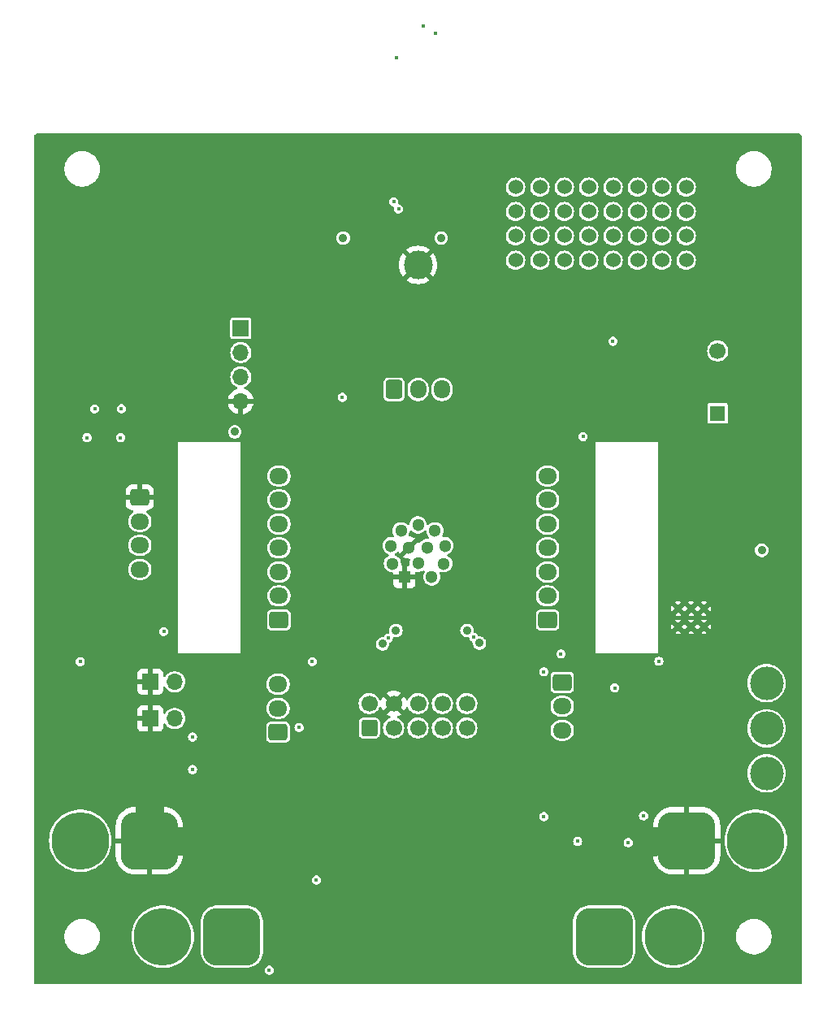
<source format=gbr>
%TF.GenerationSoftware,KiCad,Pcbnew,8.0.3*%
%TF.CreationDate,2024-07-03T22:49:40+02:00*%
%TF.ProjectId,Robuoy-Sub,526f6275-6f79-42d5-9375-622e6b696361,rev?*%
%TF.SameCoordinates,Original*%
%TF.FileFunction,Copper,L2,Inr*%
%TF.FilePolarity,Positive*%
%FSLAX46Y46*%
G04 Gerber Fmt 4.6, Leading zero omitted, Abs format (unit mm)*
G04 Created by KiCad (PCBNEW 8.0.3) date 2024-07-03 22:49:40*
%MOMM*%
%LPD*%
G01*
G04 APERTURE LIST*
G04 Aperture macros list*
%AMRoundRect*
0 Rectangle with rounded corners*
0 $1 Rounding radius*
0 $2 $3 $4 $5 $6 $7 $8 $9 X,Y pos of 4 corners*
0 Add a 4 corners polygon primitive as box body*
4,1,4,$2,$3,$4,$5,$6,$7,$8,$9,$2,$3,0*
0 Add four circle primitives for the rounded corners*
1,1,$1+$1,$2,$3*
1,1,$1+$1,$4,$5*
1,1,$1+$1,$6,$7*
1,1,$1+$1,$8,$9*
0 Add four rect primitives between the rounded corners*
20,1,$1+$1,$2,$3,$4,$5,0*
20,1,$1+$1,$4,$5,$6,$7,0*
20,1,$1+$1,$6,$7,$8,$9,0*
20,1,$1+$1,$8,$9,$2,$3,0*%
G04 Aperture macros list end*
%TA.AperFunction,ComponentPad*%
%ADD10RoundRect,1.500000X1.500000X1.500000X-1.500000X1.500000X-1.500000X-1.500000X1.500000X-1.500000X0*%
%TD*%
%TA.AperFunction,ComponentPad*%
%ADD11C,6.000000*%
%TD*%
%TA.AperFunction,ComponentPad*%
%ADD12RoundRect,0.250000X0.600000X-0.600000X0.600000X0.600000X-0.600000X0.600000X-0.600000X-0.600000X0*%
%TD*%
%TA.AperFunction,ComponentPad*%
%ADD13C,1.700000*%
%TD*%
%TA.AperFunction,ComponentPad*%
%ADD14RoundRect,0.250000X0.725000X-0.600000X0.725000X0.600000X-0.725000X0.600000X-0.725000X-0.600000X0*%
%TD*%
%TA.AperFunction,ComponentPad*%
%ADD15O,1.950000X1.700000*%
%TD*%
%TA.AperFunction,ComponentPad*%
%ADD16R,1.700000X1.700000*%
%TD*%
%TA.AperFunction,ComponentPad*%
%ADD17O,1.700000X1.700000*%
%TD*%
%TA.AperFunction,ComponentPad*%
%ADD18C,3.000000*%
%TD*%
%TA.AperFunction,ComponentPad*%
%ADD19R,1.300000X1.300000*%
%TD*%
%TA.AperFunction,ComponentPad*%
%ADD20C,1.300000*%
%TD*%
%TA.AperFunction,ComponentPad*%
%ADD21C,1.524000*%
%TD*%
%TA.AperFunction,ComponentPad*%
%ADD22RoundRect,1.500000X-1.500000X-1.500000X1.500000X-1.500000X1.500000X1.500000X-1.500000X1.500000X0*%
%TD*%
%TA.AperFunction,ComponentPad*%
%ADD23RoundRect,0.250000X-0.725000X0.600000X-0.725000X-0.600000X0.725000X-0.600000X0.725000X0.600000X0*%
%TD*%
%TA.AperFunction,ComponentPad*%
%ADD24C,3.500000*%
%TD*%
%TA.AperFunction,ComponentPad*%
%ADD25R,1.650000X1.650000*%
%TD*%
%TA.AperFunction,HeatsinkPad*%
%ADD26C,0.500000*%
%TD*%
%TA.AperFunction,ComponentPad*%
%ADD27RoundRect,0.250000X-0.600000X-0.725000X0.600000X-0.725000X0.600000X0.725000X-0.600000X0.725000X0*%
%TD*%
%TA.AperFunction,ComponentPad*%
%ADD28O,1.700000X1.950000*%
%TD*%
%TA.AperFunction,ViaPad*%
%ADD29C,0.450000*%
%TD*%
%TA.AperFunction,ViaPad*%
%ADD30C,0.800000*%
%TD*%
%TA.AperFunction,ViaPad*%
%ADD31C,0.900000*%
%TD*%
%TA.AperFunction,ViaPad*%
%ADD32C,0.600000*%
%TD*%
%TA.AperFunction,Conductor*%
%ADD33C,3.000000*%
%TD*%
G04 APERTURE END LIST*
D10*
%TO.N,Net-(D205-K)*%
%TO.C,J206*%
X106410000Y-137890000D03*
D11*
%TO.N,Vbatt*%
X99210000Y-137890000D03*
%TD*%
D12*
%TO.N,EN*%
%TO.C,J101*%
X120730000Y-116142500D03*
D13*
%TO.N,+3.3V*%
X120730000Y-113602500D03*
%TO.N,TX*%
X123270000Y-116142500D03*
%TO.N,GND*%
X123270000Y-113602500D03*
%TO.N,RX*%
X125810000Y-116142500D03*
%TO.N,DR0*%
X125810000Y-113602500D03*
%TO.N,MTMS*%
X128350000Y-116142500D03*
%TO.N,MTCK*%
X128350000Y-113602500D03*
%TO.N,MTDO*%
X130890000Y-116142500D03*
%TO.N,MTDI*%
X130890000Y-113602500D03*
%TD*%
D14*
%TO.N,Net-(J104-Pin_1)*%
%TO.C,J104*%
X111210000Y-116590000D03*
D15*
%TO.N,Net-(J104-Pin_2)*%
X111210000Y-114090000D03*
%TO.N,Net-(J104-Pin_3)*%
X111210000Y-111590000D03*
%TD*%
D16*
%TO.N,GND*%
%TO.C,SW102*%
X97910000Y-115162000D03*
D17*
%TO.N,EN*%
X100450000Y-115162000D03*
%TD*%
D18*
%TO.N,GND*%
%TO.C,TP206*%
X125810000Y-67890000D03*
%TD*%
D19*
%TO.N,GND*%
%TO.C,J204*%
X124382000Y-100414000D03*
D20*
%TO.N,Vbatt*%
X127238000Y-100414000D03*
%TO.N,Net-(J202-Pin_7)*%
X128482000Y-99017000D03*
%TO.N,Net-(J202-Pin_6)*%
X128614000Y-97152000D03*
%TO.N,Net-(J202-Pin_5)*%
X127580000Y-95593000D03*
%TO.N,Net-(J202-Pin_4)*%
X125810000Y-94990000D03*
%TO.N,Net-(J202-Pin_3)*%
X124040000Y-95593000D03*
%TO.N,Net-(J202-Pin_2)*%
X123006000Y-97152000D03*
%TO.N,Net-(J202-Pin_1)*%
X123138000Y-99017000D03*
%TO.N,+VSW*%
X125810000Y-98990000D03*
%TO.N,Vbatt*%
X126763000Y-97340000D03*
%TO.N,GND*%
X124857000Y-97340000D03*
%TD*%
D16*
%TO.N,Net-(J103-Pin_1)*%
%TO.C,J103*%
X107335000Y-74490000D03*
D17*
%TO.N,Net-(J103-Pin_2)*%
X107335000Y-77030000D03*
%TO.N,/CPU/Vext*%
X107335000Y-79570000D03*
%TO.N,GND*%
X107335000Y-82110000D03*
%TD*%
D14*
%TO.N,Net-(J202-Pin_1)*%
%TO.C,J202*%
X111310000Y-104890000D03*
D15*
%TO.N,Net-(J202-Pin_2)*%
X111310000Y-102390000D03*
%TO.N,Net-(J202-Pin_3)*%
X111310000Y-99890000D03*
%TO.N,Net-(J202-Pin_4)*%
X111310000Y-97390000D03*
%TO.N,Net-(J202-Pin_5)*%
X111310000Y-94890000D03*
%TO.N,Net-(J202-Pin_6)*%
X111310000Y-92390000D03*
%TO.N,Net-(J202-Pin_7)*%
X111310000Y-89890000D03*
%TD*%
D21*
%TO.N,unconnected-(TP301-Pad1)*%
%TO.C,TP301*%
X135970000Y-59790000D03*
%TO.N,N/C*%
X138510000Y-59790000D03*
X141050000Y-59790000D03*
X143590000Y-59790000D03*
X135970000Y-62330000D03*
X138510000Y-62330000D03*
X141050000Y-62330000D03*
X143590000Y-62330000D03*
X135970000Y-64870000D03*
X138510000Y-64870000D03*
X141050000Y-64870000D03*
X143590000Y-64870000D03*
X135970000Y-67410000D03*
X138510000Y-67410000D03*
X141050000Y-67410000D03*
X143590000Y-67410000D03*
%TD*%
D22*
%TO.N,GND*%
%TO.C,J205*%
X153810000Y-127890000D03*
D11*
%TO.N,Vbatt*%
X161010000Y-127890000D03*
%TD*%
D23*
%TO.N,Net-(J105-Pin_1)*%
%TO.C,J105*%
X140835000Y-111390000D03*
D15*
%TO.N,Net-(J105-Pin_2)*%
X140835000Y-113890000D03*
%TO.N,Net-(J105-Pin_3)*%
X140835000Y-116390000D03*
%TD*%
D24*
%TO.N,Vbatt*%
%TO.C,SW201*%
X162132000Y-120878000D03*
%TO.N,+VSW*%
X162132000Y-116178000D03*
%TO.N,unconnected-(SW201-Pad3)*%
X162132000Y-111478000D03*
%TD*%
D14*
%TO.N,Net-(J202-Pin_1)*%
%TO.C,J203*%
X139310000Y-104890000D03*
D15*
%TO.N,Net-(J202-Pin_2)*%
X139310000Y-102390000D03*
%TO.N,Net-(J202-Pin_3)*%
X139310000Y-99890000D03*
%TO.N,Net-(J202-Pin_4)*%
X139310000Y-97390000D03*
%TO.N,Net-(J202-Pin_5)*%
X139310000Y-94890000D03*
%TO.N,Net-(J202-Pin_6)*%
X139310000Y-92390000D03*
%TO.N,Net-(J202-Pin_7)*%
X139310000Y-89890000D03*
%TD*%
D10*
%TO.N,GND*%
%TO.C,J201*%
X97810000Y-127890000D03*
D11*
%TO.N,Vbatt*%
X90610000Y-127890000D03*
%TD*%
D23*
%TO.N,GND*%
%TO.C,J106*%
X96810000Y-92128000D03*
D15*
%TO.N,+5V*%
X96810000Y-94628000D03*
%TO.N,/CPU/SCL*%
X96810000Y-97128000D03*
%TO.N,/CPU/SDA*%
X96810000Y-99628000D03*
%TD*%
D25*
%TO.N,+5V*%
%TO.C,BZ101*%
X157036000Y-83360000D03*
D13*
%TO.N,Net-(BZ101--)*%
X157036000Y-76860000D03*
%TD*%
D26*
%TO.N,GND*%
%TO.C,U201*%
X155608000Y-103706000D03*
X154258000Y-103706000D03*
X152908000Y-103706000D03*
X155608000Y-105606000D03*
X154258000Y-105606000D03*
X152908000Y-105606000D03*
%TD*%
D21*
%TO.N,unconnected-(TP302-Pad1)*%
%TO.C,TP302*%
X146130000Y-59790000D03*
%TO.N,N/C*%
X148670000Y-59790000D03*
X151210000Y-59790000D03*
X153750000Y-59790000D03*
X146130000Y-62330000D03*
X148670000Y-62330000D03*
X151210000Y-62330000D03*
X153750000Y-62330000D03*
X146130000Y-64870000D03*
X148670000Y-64870000D03*
X151210000Y-64870000D03*
X153750000Y-64870000D03*
X146130000Y-67410000D03*
X148670000Y-67410000D03*
X151210000Y-67410000D03*
X153750000Y-67410000D03*
%TD*%
D22*
%TO.N,Net-(D206-K)*%
%TO.C,J207*%
X145210000Y-137890000D03*
D11*
%TO.N,Vbatt*%
X152410000Y-137890000D03*
%TD*%
D27*
%TO.N,Net-(J102-Pin_1)*%
%TO.C,J102*%
X123310000Y-80872000D03*
D28*
%TO.N,+3.3V*%
X125810000Y-80872000D03*
%TO.N,Net-(J102-Pin_3)*%
X128310000Y-80872000D03*
%TD*%
D16*
%TO.N,GND*%
%TO.C,SW101*%
X97910000Y-111334000D03*
D17*
%TO.N,DR0*%
X100450000Y-111334000D03*
%TD*%
D29*
%TO.N,GND*%
X111220000Y-124530000D03*
%TO.N,+5V*%
X102310000Y-120470000D03*
%TO.N,GND*%
X159810000Y-93890000D03*
X156810000Y-96390000D03*
X159310000Y-102890000D03*
X152060000Y-104640000D03*
X156560000Y-104640000D03*
X157060000Y-113140000D03*
X158560000Y-108640000D03*
X159310000Y-106640000D03*
X158810000Y-114890000D03*
X163810000Y-124390000D03*
X163810000Y-118640000D03*
X164560000Y-140890000D03*
X149310000Y-134390000D03*
X140060000Y-123140000D03*
X131560000Y-140390000D03*
X121560000Y-140140000D03*
X131310000Y-128390000D03*
X122310000Y-128640000D03*
X86810000Y-120140000D03*
X86810000Y-140640000D03*
%TO.N,LEDS*%
X110310000Y-141390000D03*
D30*
%TO.N,GND*%
X102310000Y-132390000D03*
X102560000Y-128890000D03*
D31*
X149560000Y-126890000D03*
X149560000Y-130640000D03*
D29*
%TO.N,+3.3V*%
X117910000Y-81690000D03*
X99310000Y-106090000D03*
D31*
X161624000Y-97636000D03*
D29*
X90610000Y-109230000D03*
X114790002Y-109230000D03*
%TO.N,GND*%
X147810000Y-119690000D03*
X138285000Y-119115000D03*
D32*
X154010000Y-96890000D03*
D29*
X127588000Y-43788000D03*
X111659999Y-127990630D03*
D32*
X156110000Y-119890000D03*
D31*
X160354000Y-95096000D03*
X163402000Y-97382000D03*
D29*
X118210000Y-80090000D03*
D31*
X92710000Y-63890000D03*
D29*
X140510000Y-131190000D03*
X142210000Y-119890000D03*
D32*
X151510000Y-117490000D03*
X151510000Y-115190000D03*
X161310000Y-88990000D03*
X163310000Y-90190000D03*
D31*
X140542000Y-128878000D03*
X130010000Y-101090000D03*
D32*
X154410000Y-97490000D03*
D31*
X140910000Y-132290000D03*
D29*
X148610000Y-110190000D03*
D31*
X118610000Y-141190000D03*
X124310000Y-131490000D03*
D29*
X93210000Y-96490000D03*
D31*
X115510000Y-141190000D03*
D32*
X151510000Y-119690000D03*
X139010000Y-78490000D03*
D31*
X141010000Y-138290000D03*
D29*
X153510000Y-99090000D03*
X106810000Y-115690000D03*
D31*
X122311041Y-100788959D03*
X111150000Y-130450000D03*
D29*
X155510000Y-112190000D03*
D31*
X113560000Y-139640000D03*
X162893997Y-71220003D03*
D32*
X161310000Y-91890000D03*
D29*
X126318000Y-43026000D03*
X89410000Y-96390000D03*
X148110000Y-115390000D03*
X91520000Y-115416000D03*
D32*
X147610000Y-75790000D03*
D29*
X152480000Y-89000000D03*
D31*
X142320000Y-133704000D03*
X140510000Y-127690000D03*
D29*
X98212322Y-106432223D03*
D31*
X124310000Y-136190000D03*
D29*
X117910000Y-76990000D03*
D31*
X149686000Y-128390000D03*
D29*
X148110000Y-114090000D03*
D31*
X129010000Y-131490000D03*
X140310000Y-130190000D03*
D29*
X104510000Y-113190000D03*
X99610000Y-83790000D03*
D31*
X126710000Y-133790000D03*
D29*
X143110000Y-119990000D03*
X111810000Y-129590000D03*
X93210000Y-118210000D03*
D31*
X129010000Y-136190000D03*
D29*
X111710000Y-125990000D03*
X140110000Y-140590000D03*
D31*
X132871200Y-141171600D03*
X163402000Y-94842000D03*
D29*
X111810000Y-131190000D03*
X150410000Y-112090000D03*
X123524000Y-46328000D03*
D31*
X111210000Y-126950000D03*
X94910000Y-69490000D03*
D29*
X131010000Y-76790000D03*
X155020000Y-89762000D03*
X103110000Y-110190000D03*
D31*
X159846000Y-97382000D03*
X131510000Y-125190000D03*
%TO.N,+5V*%
X106710000Y-85290000D03*
D29*
X102310000Y-117090000D03*
X150910000Y-109190000D03*
X146310000Y-111965000D03*
%TO.N,EN*%
X113410000Y-116090012D03*
D31*
%TO.N,Vbatt*%
X132210000Y-107290000D03*
X122110000Y-107390000D03*
D29*
X131610000Y-106690000D03*
D31*
X123510000Y-105990000D03*
D29*
X122710000Y-106790000D03*
D31*
X130910000Y-105990000D03*
D29*
%TO.N,LEDS*%
X115210000Y-131990000D03*
D31*
%TO.N,Net-(D104-DOUT)*%
X118010000Y-65090000D03*
X128210000Y-65090000D03*
D29*
%TO.N,/CPU/SCL*%
X94810000Y-85890000D03*
X91310010Y-85890000D03*
X123270000Y-61314000D03*
%TO.N,/CPU/SDA*%
X123778000Y-62076000D03*
X94899430Y-82879430D03*
X92110000Y-82890000D03*
%TO.N,Net-(Q202-G)*%
X142439724Y-127960276D03*
X147710000Y-128090000D03*
%TO.N,BUZZER*%
X143010000Y-85790000D03*
X146110000Y-75842800D03*
X140700002Y-108430000D03*
X138910000Y-110290000D03*
%TO.N,/CPU/Vsamp*%
X149310000Y-125290000D03*
X138910000Y-125390000D03*
%TD*%
D33*
%TO.N,GND*%
X153810000Y-127890000D02*
X150510000Y-127890000D01*
X97810000Y-127890000D02*
X99210000Y-127890000D01*
X99210000Y-127890000D02*
X102210000Y-127890000D01*
X150510000Y-127890000D02*
X150410000Y-127990000D01*
X97810000Y-127890000D02*
X97810000Y-123690000D01*
X97810000Y-123690000D02*
X97910000Y-123590000D01*
%TD*%
%TA.AperFunction,Conductor*%
%TO.N,GND*%
G36*
X124457000Y-97392661D02*
G01*
X124484259Y-97494394D01*
X124536920Y-97585606D01*
X124611394Y-97660080D01*
X124702606Y-97712741D01*
X124804339Y-97740000D01*
X124810553Y-97740000D01*
X124239991Y-98310559D01*
X124342204Y-98373847D01*
X124342208Y-98373849D01*
X124540936Y-98450836D01*
X124540941Y-98450837D01*
X124750439Y-98490000D01*
X124854946Y-98490000D01*
X124921985Y-98509685D01*
X124967740Y-98562489D01*
X124977684Y-98631647D01*
X124972877Y-98652318D01*
X124928304Y-98789500D01*
X124924326Y-98801744D01*
X124904540Y-98990000D01*
X124918943Y-99127041D01*
X124906375Y-99195768D01*
X124858643Y-99246792D01*
X124795623Y-99264000D01*
X124632000Y-99264000D01*
X124632000Y-100098314D01*
X124627606Y-100093920D01*
X124536394Y-100041259D01*
X124434661Y-100014000D01*
X124329339Y-100014000D01*
X124227606Y-100041259D01*
X124136394Y-100093920D01*
X124132000Y-100098314D01*
X124132000Y-99264000D01*
X124122349Y-99254349D01*
X124088176Y-99244315D01*
X124042421Y-99191511D01*
X124031894Y-99127041D01*
X124043460Y-99017000D01*
X124023674Y-98828744D01*
X123965179Y-98648716D01*
X123870533Y-98484784D01*
X123743871Y-98344112D01*
X123733394Y-98336500D01*
X123590734Y-98232851D01*
X123590729Y-98232848D01*
X123445963Y-98168393D01*
X123392726Y-98123143D01*
X123372405Y-98056293D01*
X123391451Y-97989070D01*
X123443817Y-97942815D01*
X123445890Y-97941867D01*
X123458730Y-97936151D01*
X123611871Y-97824888D01*
X123619941Y-97815924D01*
X123679424Y-97779276D01*
X123749281Y-97780603D01*
X123807331Y-97819487D01*
X123823092Y-97843623D01*
X123875061Y-97947991D01*
X123875064Y-97947996D01*
X123883836Y-97959610D01*
X124457000Y-97386446D01*
X124457000Y-97392661D01*
G37*
%TD.AperFunction*%
%TA.AperFunction,Conductor*%
G36*
X125150682Y-95603563D02*
G01*
X125152279Y-95605303D01*
X125204129Y-95662888D01*
X125357265Y-95774148D01*
X125357270Y-95774151D01*
X125530192Y-95851142D01*
X125530197Y-95851144D01*
X125715354Y-95890500D01*
X125715355Y-95890500D01*
X125904644Y-95890500D01*
X125904646Y-95890500D01*
X126089803Y-95851144D01*
X126262730Y-95774151D01*
X126415871Y-95662888D01*
X126467722Y-95605301D01*
X126527206Y-95568655D01*
X126597063Y-95569984D01*
X126655111Y-95608871D01*
X126682921Y-95672967D01*
X126683191Y-95675313D01*
X126694326Y-95781256D01*
X126694327Y-95781259D01*
X126752818Y-95961277D01*
X126752820Y-95961281D01*
X126752821Y-95961284D01*
X126847467Y-96125216D01*
X126902889Y-96186768D01*
X126944091Y-96232528D01*
X126974321Y-96295520D01*
X126965696Y-96364855D01*
X126920954Y-96418520D01*
X126854302Y-96439478D01*
X126851941Y-96439500D01*
X126668354Y-96439500D01*
X126635897Y-96446398D01*
X126483197Y-96478855D01*
X126483192Y-96478857D01*
X126310270Y-96555848D01*
X126310265Y-96555851D01*
X126157129Y-96667111D01*
X126157128Y-96667112D01*
X126053363Y-96782354D01*
X125993876Y-96819002D01*
X125924019Y-96817671D01*
X125865971Y-96778784D01*
X125850213Y-96754652D01*
X125838937Y-96732006D01*
X125830163Y-96720389D01*
X125257000Y-97293552D01*
X125257000Y-97287339D01*
X125229741Y-97185606D01*
X125177080Y-97094394D01*
X125102606Y-97019920D01*
X125011394Y-96967259D01*
X124909661Y-96940000D01*
X124903446Y-96940000D01*
X125474007Y-96369439D01*
X125371793Y-96306151D01*
X125371789Y-96306149D01*
X125173063Y-96229163D01*
X125173058Y-96229162D01*
X124963561Y-96190000D01*
X124949904Y-96190000D01*
X124882865Y-96170315D01*
X124837110Y-96117511D01*
X124827166Y-96048353D01*
X124842516Y-96004001D01*
X124867179Y-95961284D01*
X124925674Y-95781256D01*
X124936808Y-95675311D01*
X124963392Y-95610699D01*
X125020690Y-95570714D01*
X125090509Y-95568054D01*
X125150682Y-95603563D01*
G37*
%TD.AperFunction*%
%TA.AperFunction,Conductor*%
G36*
X165604091Y-54221685D02*
G01*
X165619807Y-54233655D01*
X165758255Y-54357726D01*
X165795044Y-54417127D01*
X165799500Y-54450071D01*
X165799500Y-142724000D01*
X165779815Y-142791039D01*
X165727011Y-142836794D01*
X165675500Y-142848000D01*
X85944500Y-142848000D01*
X85877461Y-142828315D01*
X85831706Y-142775511D01*
X85820500Y-142724000D01*
X85820500Y-141390000D01*
X109829610Y-141390000D01*
X109849068Y-141525337D01*
X109849070Y-141525345D01*
X109905867Y-141649714D01*
X109905872Y-141649721D01*
X109995409Y-141753053D01*
X109995413Y-141753057D01*
X110055979Y-141791979D01*
X110110439Y-141826978D01*
X110176036Y-141846239D01*
X110241632Y-141865500D01*
X110241633Y-141865500D01*
X110378367Y-141865500D01*
X110509561Y-141826978D01*
X110624589Y-141753055D01*
X110714130Y-141649718D01*
X110770931Y-141525342D01*
X110790390Y-141390000D01*
X110770931Y-141254658D01*
X110758677Y-141227827D01*
X110714132Y-141130285D01*
X110714127Y-141130278D01*
X110624590Y-141026946D01*
X110624586Y-141026942D01*
X110509559Y-140953021D01*
X110378368Y-140914500D01*
X110378367Y-140914500D01*
X110241633Y-140914500D01*
X110241632Y-140914500D01*
X110110440Y-140953021D01*
X109995413Y-141026942D01*
X109995409Y-141026946D01*
X109905872Y-141130278D01*
X109905867Y-141130285D01*
X109849070Y-141254654D01*
X109849068Y-141254662D01*
X109829610Y-141390000D01*
X85820500Y-141390000D01*
X85820500Y-137768711D01*
X88959500Y-137768711D01*
X88959500Y-138011288D01*
X88991161Y-138251785D01*
X89053947Y-138486104D01*
X89096897Y-138589793D01*
X89146776Y-138710212D01*
X89268064Y-138920289D01*
X89268066Y-138920292D01*
X89268067Y-138920293D01*
X89415733Y-139112736D01*
X89415739Y-139112743D01*
X89587256Y-139284260D01*
X89587262Y-139284265D01*
X89779711Y-139431936D01*
X89989788Y-139553224D01*
X90213900Y-139646054D01*
X90448211Y-139708838D01*
X90628586Y-139732584D01*
X90688711Y-139740500D01*
X90688712Y-139740500D01*
X90931289Y-139740500D01*
X90979388Y-139734167D01*
X91171789Y-139708838D01*
X91406100Y-139646054D01*
X91630212Y-139553224D01*
X91840289Y-139431936D01*
X92032738Y-139284265D01*
X92204265Y-139112738D01*
X92351936Y-138920289D01*
X92473224Y-138710212D01*
X92566054Y-138486100D01*
X92628838Y-138251789D01*
X92660500Y-138011288D01*
X92660500Y-137889997D01*
X95954726Y-137889997D01*
X95954726Y-137890002D01*
X95973808Y-138241954D01*
X96030833Y-138589793D01*
X96030834Y-138589796D01*
X96125126Y-138929408D01*
X96125127Y-138929410D01*
X96255588Y-139256844D01*
X96255597Y-139256862D01*
X96420695Y-139568269D01*
X96618498Y-139860006D01*
X96618505Y-139860016D01*
X96815533Y-140091974D01*
X96846686Y-140128650D01*
X97102580Y-140371046D01*
X97383182Y-140584354D01*
X97685202Y-140766074D01*
X97685206Y-140766075D01*
X97685210Y-140766078D01*
X98005088Y-140914070D01*
X98005092Y-140914070D01*
X98005099Y-140914074D01*
X98339122Y-141026619D01*
X98683355Y-141102391D01*
X99033763Y-141140500D01*
X99033769Y-141140500D01*
X99386231Y-141140500D01*
X99386237Y-141140500D01*
X99736645Y-141102391D01*
X100080878Y-141026619D01*
X100414901Y-140914074D01*
X100414908Y-140914070D01*
X100414911Y-140914070D01*
X100734789Y-140766078D01*
X100734798Y-140766074D01*
X101036818Y-140584354D01*
X101317420Y-140371046D01*
X101573314Y-140128650D01*
X101801501Y-139860008D01*
X101999305Y-139568269D01*
X102164407Y-139256854D01*
X102294871Y-138929414D01*
X102297404Y-138920293D01*
X102323180Y-138827453D01*
X102389168Y-138589788D01*
X102446191Y-138241957D01*
X102465274Y-137890000D01*
X102446191Y-137538043D01*
X102389168Y-137190212D01*
X102297405Y-136859711D01*
X102294873Y-136850591D01*
X102294872Y-136850589D01*
X102164411Y-136523155D01*
X102164402Y-136523137D01*
X102047486Y-136302610D01*
X103159500Y-136302610D01*
X103159500Y-139477389D01*
X103165630Y-139586541D01*
X103165631Y-139586554D01*
X103214403Y-139844322D01*
X103214404Y-139844327D01*
X103214405Y-139844332D01*
X103214406Y-139844333D01*
X103301059Y-140091974D01*
X103423654Y-140323933D01*
X103579450Y-140535031D01*
X103764969Y-140720550D01*
X103976067Y-140876346D01*
X104208026Y-140998941D01*
X104455667Y-141085594D01*
X104455671Y-141085594D01*
X104455672Y-141085595D01*
X104455677Y-141085596D01*
X104713445Y-141134368D01*
X104713447Y-141134368D01*
X104713457Y-141134370D01*
X104822608Y-141140500D01*
X104822625Y-141140500D01*
X107997375Y-141140500D01*
X107997392Y-141140500D01*
X108106543Y-141134370D01*
X108364333Y-141085594D01*
X108611974Y-140998941D01*
X108843933Y-140876346D01*
X109055031Y-140720550D01*
X109240550Y-140535031D01*
X109396346Y-140323933D01*
X109518941Y-140091974D01*
X109605594Y-139844333D01*
X109654370Y-139586543D01*
X109660500Y-139477392D01*
X109660500Y-136302610D01*
X141959500Y-136302610D01*
X141959500Y-139477389D01*
X141965630Y-139586541D01*
X141965631Y-139586554D01*
X142014403Y-139844322D01*
X142014404Y-139844327D01*
X142014405Y-139844332D01*
X142014406Y-139844333D01*
X142101059Y-140091974D01*
X142223654Y-140323933D01*
X142379450Y-140535031D01*
X142564969Y-140720550D01*
X142776067Y-140876346D01*
X143008026Y-140998941D01*
X143255667Y-141085594D01*
X143255671Y-141085594D01*
X143255672Y-141085595D01*
X143255677Y-141085596D01*
X143513445Y-141134368D01*
X143513447Y-141134368D01*
X143513457Y-141134370D01*
X143622608Y-141140500D01*
X143622625Y-141140500D01*
X146797375Y-141140500D01*
X146797392Y-141140500D01*
X146906543Y-141134370D01*
X147164333Y-141085594D01*
X147411974Y-140998941D01*
X147643933Y-140876346D01*
X147855031Y-140720550D01*
X148040550Y-140535031D01*
X148196346Y-140323933D01*
X148318941Y-140091974D01*
X148405594Y-139844333D01*
X148454370Y-139586543D01*
X148460500Y-139477392D01*
X148460500Y-137889997D01*
X149154726Y-137889997D01*
X149154726Y-137890002D01*
X149173808Y-138241954D01*
X149230833Y-138589793D01*
X149230834Y-138589796D01*
X149325126Y-138929408D01*
X149325127Y-138929410D01*
X149455588Y-139256844D01*
X149455597Y-139256862D01*
X149620695Y-139568269D01*
X149818498Y-139860006D01*
X149818505Y-139860016D01*
X150015533Y-140091974D01*
X150046686Y-140128650D01*
X150302580Y-140371046D01*
X150583182Y-140584354D01*
X150885202Y-140766074D01*
X150885206Y-140766075D01*
X150885210Y-140766078D01*
X151205088Y-140914070D01*
X151205092Y-140914070D01*
X151205099Y-140914074D01*
X151539122Y-141026619D01*
X151883355Y-141102391D01*
X152233763Y-141140500D01*
X152233769Y-141140500D01*
X152586231Y-141140500D01*
X152586237Y-141140500D01*
X152936645Y-141102391D01*
X153280878Y-141026619D01*
X153614901Y-140914074D01*
X153614908Y-140914070D01*
X153614911Y-140914070D01*
X153934789Y-140766078D01*
X153934798Y-140766074D01*
X154236818Y-140584354D01*
X154517420Y-140371046D01*
X154773314Y-140128650D01*
X155001501Y-139860008D01*
X155199305Y-139568269D01*
X155364407Y-139256854D01*
X155494871Y-138929414D01*
X155497404Y-138920293D01*
X155523180Y-138827453D01*
X155589168Y-138589788D01*
X155646191Y-138241957D01*
X155665274Y-137890000D01*
X155658698Y-137768711D01*
X158959500Y-137768711D01*
X158959500Y-138011288D01*
X158991161Y-138251785D01*
X159053947Y-138486104D01*
X159096897Y-138589793D01*
X159146776Y-138710212D01*
X159268064Y-138920289D01*
X159268066Y-138920292D01*
X159268067Y-138920293D01*
X159415733Y-139112736D01*
X159415739Y-139112743D01*
X159587256Y-139284260D01*
X159587262Y-139284265D01*
X159779711Y-139431936D01*
X159989788Y-139553224D01*
X160213900Y-139646054D01*
X160448211Y-139708838D01*
X160628586Y-139732584D01*
X160688711Y-139740500D01*
X160688712Y-139740500D01*
X160931289Y-139740500D01*
X160979388Y-139734167D01*
X161171789Y-139708838D01*
X161406100Y-139646054D01*
X161630212Y-139553224D01*
X161840289Y-139431936D01*
X162032738Y-139284265D01*
X162204265Y-139112738D01*
X162351936Y-138920289D01*
X162473224Y-138710212D01*
X162566054Y-138486100D01*
X162628838Y-138251789D01*
X162660500Y-138011288D01*
X162660500Y-137768712D01*
X162628838Y-137528211D01*
X162566054Y-137293900D01*
X162473224Y-137069788D01*
X162351936Y-136859711D01*
X162204265Y-136667262D01*
X162204260Y-136667256D01*
X162032743Y-136495739D01*
X162032736Y-136495733D01*
X161840293Y-136348067D01*
X161840292Y-136348066D01*
X161840289Y-136348064D01*
X161630212Y-136226776D01*
X161630205Y-136226773D01*
X161406104Y-136133947D01*
X161171785Y-136071161D01*
X160931289Y-136039500D01*
X160931288Y-136039500D01*
X160688712Y-136039500D01*
X160688711Y-136039500D01*
X160448214Y-136071161D01*
X160213895Y-136133947D01*
X159989794Y-136226773D01*
X159989785Y-136226777D01*
X159779706Y-136348067D01*
X159587263Y-136495733D01*
X159587256Y-136495739D01*
X159415739Y-136667256D01*
X159415733Y-136667263D01*
X159268067Y-136859706D01*
X159146777Y-137069785D01*
X159146773Y-137069794D01*
X159053947Y-137293895D01*
X158991161Y-137528214D01*
X158959500Y-137768711D01*
X155658698Y-137768711D01*
X155646191Y-137538043D01*
X155589168Y-137190212D01*
X155497405Y-136859711D01*
X155494873Y-136850591D01*
X155494872Y-136850589D01*
X155364411Y-136523155D01*
X155364402Y-136523137D01*
X155199305Y-136211731D01*
X155001501Y-135919992D01*
X155001497Y-135919987D01*
X155001494Y-135919983D01*
X154773314Y-135651350D01*
X154517420Y-135408954D01*
X154517413Y-135408948D01*
X154517410Y-135408946D01*
X154236815Y-135195644D01*
X153934802Y-135013928D01*
X153934789Y-135013921D01*
X153614911Y-134865929D01*
X153614906Y-134865928D01*
X153614903Y-134865927D01*
X153614901Y-134865926D01*
X153508432Y-134830052D01*
X153280880Y-134753381D01*
X152936643Y-134677608D01*
X152586238Y-134639500D01*
X152586237Y-134639500D01*
X152233763Y-134639500D01*
X152233761Y-134639500D01*
X151883356Y-134677608D01*
X151539119Y-134753381D01*
X151205093Y-134865928D01*
X151205088Y-134865929D01*
X150885210Y-135013921D01*
X150885197Y-135013928D01*
X150583184Y-135195644D01*
X150302589Y-135408946D01*
X150302580Y-135408954D01*
X150046685Y-135651350D01*
X149818505Y-135919983D01*
X149818498Y-135919993D01*
X149620695Y-136211730D01*
X149455597Y-136523137D01*
X149455588Y-136523155D01*
X149325127Y-136850589D01*
X149325126Y-136850591D01*
X149230834Y-137190203D01*
X149230833Y-137190206D01*
X149173808Y-137538045D01*
X149154726Y-137889997D01*
X148460500Y-137889997D01*
X148460500Y-136302608D01*
X148454370Y-136193457D01*
X148405594Y-135935667D01*
X148318941Y-135688026D01*
X148196346Y-135456067D01*
X148040550Y-135244969D01*
X147855031Y-135059450D01*
X147643933Y-134903654D01*
X147643929Y-134903652D01*
X147643928Y-134903651D01*
X147411978Y-134781061D01*
X147411977Y-134781060D01*
X147411974Y-134781059D01*
X147164333Y-134694406D01*
X147164332Y-134694405D01*
X147164327Y-134694404D01*
X147164322Y-134694403D01*
X146906554Y-134645631D01*
X146906544Y-134645630D01*
X146906543Y-134645630D01*
X146797392Y-134639500D01*
X143622608Y-134639500D01*
X143513457Y-134645630D01*
X143513456Y-134645630D01*
X143513445Y-134645631D01*
X143255677Y-134694403D01*
X143255672Y-134694404D01*
X143131846Y-134737732D01*
X143008026Y-134781059D01*
X143008024Y-134781059D01*
X143008021Y-134781061D01*
X142776071Y-134903651D01*
X142564968Y-135059450D01*
X142379450Y-135244968D01*
X142223651Y-135456071D01*
X142101061Y-135688021D01*
X142014404Y-135935672D01*
X142014403Y-135935677D01*
X141965631Y-136193445D01*
X141965630Y-136193458D01*
X141959500Y-136302610D01*
X109660500Y-136302610D01*
X109660500Y-136302608D01*
X109654370Y-136193457D01*
X109605594Y-135935667D01*
X109518941Y-135688026D01*
X109396346Y-135456067D01*
X109240550Y-135244969D01*
X109055031Y-135059450D01*
X108843933Y-134903654D01*
X108843929Y-134903652D01*
X108843928Y-134903651D01*
X108611978Y-134781061D01*
X108611977Y-134781060D01*
X108611974Y-134781059D01*
X108364333Y-134694406D01*
X108364332Y-134694405D01*
X108364327Y-134694404D01*
X108364322Y-134694403D01*
X108106554Y-134645631D01*
X108106544Y-134645630D01*
X108106543Y-134645630D01*
X107997392Y-134639500D01*
X104822608Y-134639500D01*
X104713457Y-134645630D01*
X104713456Y-134645630D01*
X104713445Y-134645631D01*
X104455677Y-134694403D01*
X104455672Y-134694404D01*
X104331846Y-134737732D01*
X104208026Y-134781059D01*
X104208024Y-134781059D01*
X104208021Y-134781061D01*
X103976071Y-134903651D01*
X103764968Y-135059450D01*
X103579450Y-135244968D01*
X103423651Y-135456071D01*
X103301061Y-135688021D01*
X103214404Y-135935672D01*
X103214403Y-135935677D01*
X103165631Y-136193445D01*
X103165630Y-136193458D01*
X103159500Y-136302610D01*
X102047486Y-136302610D01*
X101999305Y-136211731D01*
X101801501Y-135919992D01*
X101801497Y-135919987D01*
X101801494Y-135919983D01*
X101573314Y-135651350D01*
X101317420Y-135408954D01*
X101317413Y-135408948D01*
X101317410Y-135408946D01*
X101036815Y-135195644D01*
X100734802Y-135013928D01*
X100734789Y-135013921D01*
X100414911Y-134865929D01*
X100414906Y-134865928D01*
X100414903Y-134865927D01*
X100414901Y-134865926D01*
X100308432Y-134830052D01*
X100080880Y-134753381D01*
X99736643Y-134677608D01*
X99386238Y-134639500D01*
X99386237Y-134639500D01*
X99033763Y-134639500D01*
X99033761Y-134639500D01*
X98683356Y-134677608D01*
X98339119Y-134753381D01*
X98005093Y-134865928D01*
X98005088Y-134865929D01*
X97685210Y-135013921D01*
X97685197Y-135013928D01*
X97383184Y-135195644D01*
X97102589Y-135408946D01*
X97102580Y-135408954D01*
X96846685Y-135651350D01*
X96618505Y-135919983D01*
X96618498Y-135919993D01*
X96420695Y-136211730D01*
X96255597Y-136523137D01*
X96255588Y-136523155D01*
X96125127Y-136850589D01*
X96125126Y-136850591D01*
X96030834Y-137190203D01*
X96030833Y-137190206D01*
X95973808Y-137538045D01*
X95954726Y-137889997D01*
X92660500Y-137889997D01*
X92660500Y-137768712D01*
X92628838Y-137528211D01*
X92566054Y-137293900D01*
X92473224Y-137069788D01*
X92351936Y-136859711D01*
X92204265Y-136667262D01*
X92204260Y-136667256D01*
X92032743Y-136495739D01*
X92032736Y-136495733D01*
X91840293Y-136348067D01*
X91840292Y-136348066D01*
X91840289Y-136348064D01*
X91630212Y-136226776D01*
X91630205Y-136226773D01*
X91406104Y-136133947D01*
X91171785Y-136071161D01*
X90931289Y-136039500D01*
X90931288Y-136039500D01*
X90688712Y-136039500D01*
X90688711Y-136039500D01*
X90448214Y-136071161D01*
X90213895Y-136133947D01*
X89989794Y-136226773D01*
X89989785Y-136226777D01*
X89779706Y-136348067D01*
X89587263Y-136495733D01*
X89587256Y-136495739D01*
X89415739Y-136667256D01*
X89415733Y-136667263D01*
X89268067Y-136859706D01*
X89146777Y-137069785D01*
X89146773Y-137069794D01*
X89053947Y-137293895D01*
X88991161Y-137528214D01*
X88959500Y-137768711D01*
X85820500Y-137768711D01*
X85820500Y-131990000D01*
X114729610Y-131990000D01*
X114749068Y-132125337D01*
X114749070Y-132125345D01*
X114805867Y-132249714D01*
X114805872Y-132249721D01*
X114895409Y-132353053D01*
X114895413Y-132353057D01*
X114955979Y-132391979D01*
X115010439Y-132426978D01*
X115076036Y-132446239D01*
X115141632Y-132465500D01*
X115141633Y-132465500D01*
X115278367Y-132465500D01*
X115409561Y-132426978D01*
X115524589Y-132353055D01*
X115614130Y-132249718D01*
X115670931Y-132125342D01*
X115690390Y-131990000D01*
X115670931Y-131854658D01*
X115658677Y-131827827D01*
X115614132Y-131730285D01*
X115614127Y-131730278D01*
X115524590Y-131626946D01*
X115524586Y-131626942D01*
X115409559Y-131553021D01*
X115278368Y-131514500D01*
X115278367Y-131514500D01*
X115141633Y-131514500D01*
X115141632Y-131514500D01*
X115010440Y-131553021D01*
X114895413Y-131626942D01*
X114895409Y-131626946D01*
X114805872Y-131730278D01*
X114805867Y-131730285D01*
X114749070Y-131854654D01*
X114749068Y-131854662D01*
X114729610Y-131990000D01*
X85820500Y-131990000D01*
X85820500Y-127889997D01*
X87354726Y-127889997D01*
X87354726Y-127890002D01*
X87373808Y-128241954D01*
X87430833Y-128589793D01*
X87430834Y-128589796D01*
X87525126Y-128929408D01*
X87525127Y-128929410D01*
X87655588Y-129256844D01*
X87655597Y-129256862D01*
X87820695Y-129568269D01*
X88018498Y-129860006D01*
X88018505Y-129860016D01*
X88223626Y-130101502D01*
X88246686Y-130128650D01*
X88502580Y-130371046D01*
X88783182Y-130584354D01*
X89085202Y-130766074D01*
X89085206Y-130766075D01*
X89085210Y-130766078D01*
X89405088Y-130914070D01*
X89405092Y-130914070D01*
X89405099Y-130914074D01*
X89739122Y-131026619D01*
X90083355Y-131102391D01*
X90433763Y-131140500D01*
X90433769Y-131140500D01*
X90786231Y-131140500D01*
X90786237Y-131140500D01*
X91136645Y-131102391D01*
X91480878Y-131026619D01*
X91814901Y-130914074D01*
X91814908Y-130914070D01*
X91814911Y-130914070D01*
X92134789Y-130766078D01*
X92134798Y-130766074D01*
X92436818Y-130584354D01*
X92717420Y-130371046D01*
X92973314Y-130128650D01*
X93201501Y-129860008D01*
X93399305Y-129568269D01*
X93564407Y-129256854D01*
X93694871Y-128929414D01*
X93789168Y-128589788D01*
X93846191Y-128241957D01*
X93861768Y-127954658D01*
X93865274Y-127890002D01*
X93865274Y-127889997D01*
X93846191Y-127538045D01*
X93846191Y-127538043D01*
X93789168Y-127190212D01*
X93746704Y-127037271D01*
X93694873Y-126850591D01*
X93694872Y-126850589D01*
X93564411Y-126523155D01*
X93564402Y-126523137D01*
X93455944Y-126318563D01*
X94310000Y-126318563D01*
X94310000Y-127640000D01*
X95573498Y-127640000D01*
X95560000Y-127742527D01*
X95560000Y-128037473D01*
X95573498Y-128140000D01*
X94310000Y-128140000D01*
X94310000Y-129461436D01*
X94325300Y-129675362D01*
X94386109Y-129954895D01*
X94486091Y-130222958D01*
X94623191Y-130474038D01*
X94623192Y-130474039D01*
X94794639Y-130703065D01*
X94794649Y-130703077D01*
X94996922Y-130905350D01*
X94996934Y-130905360D01*
X95225960Y-131076807D01*
X95225961Y-131076808D01*
X95477042Y-131213908D01*
X95477041Y-131213908D01*
X95745104Y-131313890D01*
X96024637Y-131374699D01*
X96238563Y-131389999D01*
X96238566Y-131390000D01*
X97560000Y-131390000D01*
X97560000Y-130126502D01*
X97662527Y-130140000D01*
X97957473Y-130140000D01*
X98060000Y-130126502D01*
X98060000Y-131390000D01*
X99381434Y-131390000D01*
X99381436Y-131389999D01*
X99595362Y-131374699D01*
X99874895Y-131313890D01*
X100142958Y-131213908D01*
X100394038Y-131076808D01*
X100394039Y-131076807D01*
X100623065Y-130905360D01*
X100623077Y-130905350D01*
X100825350Y-130703077D01*
X100825360Y-130703065D01*
X100996807Y-130474039D01*
X100996808Y-130474038D01*
X101133908Y-130222958D01*
X101233890Y-129954895D01*
X101294699Y-129675362D01*
X101309999Y-129461436D01*
X101310000Y-129461434D01*
X101310000Y-128140000D01*
X100046502Y-128140000D01*
X100060000Y-128037473D01*
X100060000Y-127960276D01*
X141959334Y-127960276D01*
X141978792Y-128095613D01*
X141978794Y-128095621D01*
X142035591Y-128219990D01*
X142035596Y-128219997D01*
X142125133Y-128323329D01*
X142125137Y-128323333D01*
X142166199Y-128349721D01*
X142240163Y-128397254D01*
X142305760Y-128416515D01*
X142371356Y-128435776D01*
X142371357Y-128435776D01*
X142508091Y-128435776D01*
X142639285Y-128397254D01*
X142754313Y-128323331D01*
X142843854Y-128219994D01*
X142900655Y-128095618D01*
X142901463Y-128090000D01*
X147229610Y-128090000D01*
X147249068Y-128225337D01*
X147249070Y-128225345D01*
X147305867Y-128349714D01*
X147305872Y-128349721D01*
X147395409Y-128453053D01*
X147395413Y-128453057D01*
X147455979Y-128491979D01*
X147510439Y-128526978D01*
X147576036Y-128546239D01*
X147641632Y-128565500D01*
X147641633Y-128565500D01*
X147778367Y-128565500D01*
X147909561Y-128526978D01*
X148024589Y-128453055D01*
X148114130Y-128349718D01*
X148170931Y-128225342D01*
X148190390Y-128090000D01*
X148170931Y-127954658D01*
X148158677Y-127927827D01*
X148114132Y-127830285D01*
X148114127Y-127830278D01*
X148024590Y-127726946D01*
X148024586Y-127726942D01*
X147909559Y-127653021D01*
X147778368Y-127614500D01*
X147778367Y-127614500D01*
X147641633Y-127614500D01*
X147641632Y-127614500D01*
X147510440Y-127653021D01*
X147395413Y-127726942D01*
X147395409Y-127726946D01*
X147305872Y-127830278D01*
X147305867Y-127830285D01*
X147249070Y-127954654D01*
X147249068Y-127954662D01*
X147229610Y-128090000D01*
X142901463Y-128090000D01*
X142920114Y-127960276D01*
X142900655Y-127824934D01*
X142863021Y-127742527D01*
X142843856Y-127700561D01*
X142843851Y-127700554D01*
X142754314Y-127597222D01*
X142754310Y-127597218D01*
X142639283Y-127523297D01*
X142508092Y-127484776D01*
X142508091Y-127484776D01*
X142371357Y-127484776D01*
X142371356Y-127484776D01*
X142240164Y-127523297D01*
X142125137Y-127597218D01*
X142125133Y-127597222D01*
X142035596Y-127700554D01*
X142035591Y-127700561D01*
X141978794Y-127824930D01*
X141978792Y-127824938D01*
X141959334Y-127960276D01*
X100060000Y-127960276D01*
X100060000Y-127742527D01*
X100046502Y-127640000D01*
X101310000Y-127640000D01*
X101310000Y-126318566D01*
X101309999Y-126318563D01*
X150310000Y-126318563D01*
X150310000Y-127640000D01*
X151573498Y-127640000D01*
X151560000Y-127742527D01*
X151560000Y-128037473D01*
X151573498Y-128140000D01*
X150310000Y-128140000D01*
X150310000Y-129461436D01*
X150325300Y-129675362D01*
X150386109Y-129954895D01*
X150486091Y-130222958D01*
X150623191Y-130474038D01*
X150623192Y-130474039D01*
X150794639Y-130703065D01*
X150794649Y-130703077D01*
X150996922Y-130905350D01*
X150996934Y-130905360D01*
X151225960Y-131076807D01*
X151225961Y-131076808D01*
X151477042Y-131213908D01*
X151477041Y-131213908D01*
X151745104Y-131313890D01*
X152024637Y-131374699D01*
X152238563Y-131389999D01*
X152238566Y-131390000D01*
X153560000Y-131390000D01*
X153560000Y-130126502D01*
X153662527Y-130140000D01*
X153957473Y-130140000D01*
X154060000Y-130126502D01*
X154060000Y-131390000D01*
X155381434Y-131390000D01*
X155381436Y-131389999D01*
X155595362Y-131374699D01*
X155874895Y-131313890D01*
X156142958Y-131213908D01*
X156394038Y-131076808D01*
X156394039Y-131076807D01*
X156623065Y-130905360D01*
X156623077Y-130905350D01*
X156825350Y-130703077D01*
X156825360Y-130703065D01*
X156996807Y-130474039D01*
X156996808Y-130474038D01*
X157133908Y-130222958D01*
X157233890Y-129954895D01*
X157294699Y-129675362D01*
X157309999Y-129461436D01*
X157310000Y-129461434D01*
X157310000Y-128140000D01*
X156046502Y-128140000D01*
X156060000Y-128037473D01*
X156060000Y-127889997D01*
X157754726Y-127889997D01*
X157754726Y-127890002D01*
X157773808Y-128241954D01*
X157830833Y-128589793D01*
X157830834Y-128589796D01*
X157925126Y-128929408D01*
X157925127Y-128929410D01*
X158055588Y-129256844D01*
X158055597Y-129256862D01*
X158220695Y-129568269D01*
X158418498Y-129860006D01*
X158418505Y-129860016D01*
X158623626Y-130101502D01*
X158646686Y-130128650D01*
X158902580Y-130371046D01*
X159183182Y-130584354D01*
X159485202Y-130766074D01*
X159485206Y-130766075D01*
X159485210Y-130766078D01*
X159805088Y-130914070D01*
X159805092Y-130914070D01*
X159805099Y-130914074D01*
X160139122Y-131026619D01*
X160483355Y-131102391D01*
X160833763Y-131140500D01*
X160833769Y-131140500D01*
X161186231Y-131140500D01*
X161186237Y-131140500D01*
X161536645Y-131102391D01*
X161880878Y-131026619D01*
X162214901Y-130914074D01*
X162214908Y-130914070D01*
X162214911Y-130914070D01*
X162534789Y-130766078D01*
X162534798Y-130766074D01*
X162836818Y-130584354D01*
X163117420Y-130371046D01*
X163373314Y-130128650D01*
X163601501Y-129860008D01*
X163799305Y-129568269D01*
X163964407Y-129256854D01*
X164094871Y-128929414D01*
X164189168Y-128589788D01*
X164246191Y-128241957D01*
X164261768Y-127954658D01*
X164265274Y-127890002D01*
X164265274Y-127889997D01*
X164246191Y-127538045D01*
X164246191Y-127538043D01*
X164189168Y-127190212D01*
X164146704Y-127037271D01*
X164094873Y-126850591D01*
X164094872Y-126850589D01*
X163964411Y-126523155D01*
X163964402Y-126523137D01*
X163799305Y-126211731D01*
X163601501Y-125919992D01*
X163601497Y-125919987D01*
X163601494Y-125919983D01*
X163373314Y-125651350D01*
X163273753Y-125557041D01*
X163117420Y-125408954D01*
X163117413Y-125408948D01*
X163117410Y-125408946D01*
X162836815Y-125195644D01*
X162534802Y-125013928D01*
X162534789Y-125013921D01*
X162214911Y-124865929D01*
X162214906Y-124865928D01*
X162214903Y-124865927D01*
X162214901Y-124865926D01*
X162108432Y-124830052D01*
X161880880Y-124753381D01*
X161536643Y-124677608D01*
X161186238Y-124639500D01*
X161186237Y-124639500D01*
X160833763Y-124639500D01*
X160833761Y-124639500D01*
X160483356Y-124677608D01*
X160139119Y-124753381D01*
X159805093Y-124865928D01*
X159805088Y-124865929D01*
X159485210Y-125013921D01*
X159485197Y-125013928D01*
X159183184Y-125195644D01*
X158902589Y-125408946D01*
X158902580Y-125408954D01*
X158646685Y-125651350D01*
X158418505Y-125919983D01*
X158418498Y-125919993D01*
X158220695Y-126211730D01*
X158055597Y-126523137D01*
X158055588Y-126523155D01*
X157925127Y-126850589D01*
X157925126Y-126850591D01*
X157830834Y-127190203D01*
X157830833Y-127190206D01*
X157773808Y-127538045D01*
X157754726Y-127889997D01*
X156060000Y-127889997D01*
X156060000Y-127742527D01*
X156046502Y-127640000D01*
X157310000Y-127640000D01*
X157310000Y-126318566D01*
X157309999Y-126318563D01*
X157294699Y-126104637D01*
X157233890Y-125825104D01*
X157133908Y-125557041D01*
X156996808Y-125305961D01*
X156996807Y-125305960D01*
X156825360Y-125076934D01*
X156825350Y-125076922D01*
X156623077Y-124874649D01*
X156623065Y-124874639D01*
X156394039Y-124703192D01*
X156394038Y-124703191D01*
X156142957Y-124566091D01*
X156142958Y-124566091D01*
X155874895Y-124466109D01*
X155595362Y-124405300D01*
X155381436Y-124390000D01*
X154060000Y-124390000D01*
X154060000Y-125653497D01*
X153957473Y-125640000D01*
X153662527Y-125640000D01*
X153560000Y-125653497D01*
X153560000Y-124390000D01*
X152238563Y-124390000D01*
X152024637Y-124405300D01*
X151745104Y-124466109D01*
X151477041Y-124566091D01*
X151225961Y-124703191D01*
X151225960Y-124703192D01*
X150996934Y-124874639D01*
X150996922Y-124874649D01*
X150794649Y-125076922D01*
X150794639Y-125076934D01*
X150623192Y-125305960D01*
X150623191Y-125305961D01*
X150486091Y-125557041D01*
X150386109Y-125825104D01*
X150325300Y-126104637D01*
X150310000Y-126318563D01*
X101309999Y-126318563D01*
X101294699Y-126104637D01*
X101233890Y-125825104D01*
X101133908Y-125557041D01*
X101042697Y-125390000D01*
X138429610Y-125390000D01*
X138449068Y-125525337D01*
X138449070Y-125525345D01*
X138505867Y-125649714D01*
X138505872Y-125649721D01*
X138595409Y-125753053D01*
X138595413Y-125753057D01*
X138655979Y-125791979D01*
X138710439Y-125826978D01*
X138776036Y-125846239D01*
X138841632Y-125865500D01*
X138841633Y-125865500D01*
X138978367Y-125865500D01*
X139109561Y-125826978D01*
X139224589Y-125753055D01*
X139314130Y-125649718D01*
X139370931Y-125525342D01*
X139390390Y-125390000D01*
X139376012Y-125290000D01*
X148829610Y-125290000D01*
X148849068Y-125425337D01*
X148849070Y-125425345D01*
X148905867Y-125549714D01*
X148905872Y-125549721D01*
X148995409Y-125653053D01*
X148995413Y-125653057D01*
X149055979Y-125691979D01*
X149110439Y-125726978D01*
X149176036Y-125746239D01*
X149241632Y-125765500D01*
X149241633Y-125765500D01*
X149378367Y-125765500D01*
X149509561Y-125726978D01*
X149624589Y-125653055D01*
X149714130Y-125549718D01*
X149770931Y-125425342D01*
X149790390Y-125290000D01*
X149770931Y-125154658D01*
X149758677Y-125127827D01*
X149714132Y-125030285D01*
X149714127Y-125030278D01*
X149624590Y-124926946D01*
X149624586Y-124926942D01*
X149509559Y-124853021D01*
X149378368Y-124814500D01*
X149378367Y-124814500D01*
X149241633Y-124814500D01*
X149241632Y-124814500D01*
X149110440Y-124853021D01*
X148995413Y-124926942D01*
X148995409Y-124926946D01*
X148905872Y-125030278D01*
X148905867Y-125030285D01*
X148849070Y-125154654D01*
X148849068Y-125154662D01*
X148829610Y-125290000D01*
X139376012Y-125290000D01*
X139370931Y-125254658D01*
X139343980Y-125195644D01*
X139314132Y-125130285D01*
X139314127Y-125130278D01*
X139224590Y-125026946D01*
X139224586Y-125026942D01*
X139109559Y-124953021D01*
X138978368Y-124914500D01*
X138978367Y-124914500D01*
X138841633Y-124914500D01*
X138841632Y-124914500D01*
X138710440Y-124953021D01*
X138595413Y-125026942D01*
X138595409Y-125026946D01*
X138505872Y-125130278D01*
X138505867Y-125130285D01*
X138449070Y-125254654D01*
X138449068Y-125254662D01*
X138429610Y-125390000D01*
X101042697Y-125390000D01*
X100996808Y-125305961D01*
X100996807Y-125305960D01*
X100825360Y-125076934D01*
X100825350Y-125076922D01*
X100623077Y-124874649D01*
X100623065Y-124874639D01*
X100394039Y-124703192D01*
X100394038Y-124703191D01*
X100142957Y-124566091D01*
X100142958Y-124566091D01*
X99874895Y-124466109D01*
X99595362Y-124405300D01*
X99381436Y-124390000D01*
X98060000Y-124390000D01*
X98060000Y-125653497D01*
X97957473Y-125640000D01*
X97662527Y-125640000D01*
X97560000Y-125653497D01*
X97560000Y-124390000D01*
X96238563Y-124390000D01*
X96024637Y-124405300D01*
X95745104Y-124466109D01*
X95477041Y-124566091D01*
X95225961Y-124703191D01*
X95225960Y-124703192D01*
X94996934Y-124874639D01*
X94996922Y-124874649D01*
X94794649Y-125076922D01*
X94794639Y-125076934D01*
X94623192Y-125305960D01*
X94623191Y-125305961D01*
X94486091Y-125557041D01*
X94386109Y-125825104D01*
X94325300Y-126104637D01*
X94310000Y-126318563D01*
X93455944Y-126318563D01*
X93399305Y-126211731D01*
X93201501Y-125919992D01*
X93201497Y-125919987D01*
X93201494Y-125919983D01*
X92973314Y-125651350D01*
X92873753Y-125557041D01*
X92717420Y-125408954D01*
X92717413Y-125408948D01*
X92717410Y-125408946D01*
X92436815Y-125195644D01*
X92134802Y-125013928D01*
X92134789Y-125013921D01*
X91814911Y-124865929D01*
X91814906Y-124865928D01*
X91814903Y-124865927D01*
X91814901Y-124865926D01*
X91708432Y-124830052D01*
X91480880Y-124753381D01*
X91136643Y-124677608D01*
X90786238Y-124639500D01*
X90786237Y-124639500D01*
X90433763Y-124639500D01*
X90433761Y-124639500D01*
X90083356Y-124677608D01*
X89739119Y-124753381D01*
X89405093Y-124865928D01*
X89405088Y-124865929D01*
X89085210Y-125013921D01*
X89085197Y-125013928D01*
X88783184Y-125195644D01*
X88502589Y-125408946D01*
X88502580Y-125408954D01*
X88246685Y-125651350D01*
X88018505Y-125919983D01*
X88018498Y-125919993D01*
X87820695Y-126211730D01*
X87655597Y-126523137D01*
X87655588Y-126523155D01*
X87525127Y-126850589D01*
X87525126Y-126850591D01*
X87430834Y-127190203D01*
X87430833Y-127190206D01*
X87373808Y-127538045D01*
X87354726Y-127889997D01*
X85820500Y-127889997D01*
X85820500Y-120470000D01*
X101829610Y-120470000D01*
X101849068Y-120605337D01*
X101849070Y-120605345D01*
X101905867Y-120729714D01*
X101905872Y-120729721D01*
X101995409Y-120833053D01*
X101995413Y-120833057D01*
X102055979Y-120871979D01*
X102110439Y-120906978D01*
X102176036Y-120926239D01*
X102241632Y-120945500D01*
X102241633Y-120945500D01*
X102378367Y-120945500D01*
X102509561Y-120906978D01*
X102554655Y-120877998D01*
X160126390Y-120877998D01*
X160126390Y-120878001D01*
X160146804Y-121163433D01*
X160207628Y-121443037D01*
X160307635Y-121711166D01*
X160444770Y-121962309D01*
X160444775Y-121962317D01*
X160616254Y-122191387D01*
X160616270Y-122191405D01*
X160818594Y-122393729D01*
X160818612Y-122393745D01*
X161047682Y-122565224D01*
X161047690Y-122565229D01*
X161298833Y-122702364D01*
X161298832Y-122702364D01*
X161298836Y-122702365D01*
X161298839Y-122702367D01*
X161566954Y-122802369D01*
X161566960Y-122802370D01*
X161566962Y-122802371D01*
X161846566Y-122863195D01*
X161846568Y-122863195D01*
X161846572Y-122863196D01*
X162100220Y-122881337D01*
X162131999Y-122883610D01*
X162132000Y-122883610D01*
X162132001Y-122883610D01*
X162160595Y-122881564D01*
X162417428Y-122863196D01*
X162697046Y-122802369D01*
X162965161Y-122702367D01*
X163216315Y-122565226D01*
X163445395Y-122393739D01*
X163647739Y-122191395D01*
X163819226Y-121962315D01*
X163956367Y-121711161D01*
X164056369Y-121443046D01*
X164117196Y-121163428D01*
X164137610Y-120878000D01*
X164117196Y-120592572D01*
X164061091Y-120334662D01*
X164056371Y-120312962D01*
X164056370Y-120312960D01*
X164056369Y-120312954D01*
X163956367Y-120044839D01*
X163949914Y-120033022D01*
X163819229Y-119793690D01*
X163819224Y-119793682D01*
X163647745Y-119564612D01*
X163647729Y-119564594D01*
X163445405Y-119362270D01*
X163445387Y-119362254D01*
X163216317Y-119190775D01*
X163216309Y-119190770D01*
X162965166Y-119053635D01*
X162965167Y-119053635D01*
X162857915Y-119013632D01*
X162697046Y-118953631D01*
X162697043Y-118953630D01*
X162697037Y-118953628D01*
X162417433Y-118892804D01*
X162132001Y-118872390D01*
X162131999Y-118872390D01*
X161846566Y-118892804D01*
X161566962Y-118953628D01*
X161298833Y-119053635D01*
X161047690Y-119190770D01*
X161047682Y-119190775D01*
X160818612Y-119362254D01*
X160818594Y-119362270D01*
X160616270Y-119564594D01*
X160616254Y-119564612D01*
X160444775Y-119793682D01*
X160444770Y-119793690D01*
X160307635Y-120044833D01*
X160207628Y-120312962D01*
X160146804Y-120592566D01*
X160126390Y-120877998D01*
X102554655Y-120877998D01*
X102624589Y-120833055D01*
X102714130Y-120729718D01*
X102770931Y-120605342D01*
X102790390Y-120470000D01*
X102770931Y-120334658D01*
X102758677Y-120307827D01*
X102714132Y-120210285D01*
X102714127Y-120210278D01*
X102624590Y-120106946D01*
X102624586Y-120106942D01*
X102527949Y-120044839D01*
X102509561Y-120033022D01*
X102509560Y-120033021D01*
X102509559Y-120033021D01*
X102378368Y-119994500D01*
X102378367Y-119994500D01*
X102241633Y-119994500D01*
X102241632Y-119994500D01*
X102110440Y-120033021D01*
X101995413Y-120106942D01*
X101995409Y-120106946D01*
X101905872Y-120210278D01*
X101905867Y-120210285D01*
X101849070Y-120334654D01*
X101849068Y-120334662D01*
X101829610Y-120470000D01*
X85820500Y-120470000D01*
X85820500Y-117090000D01*
X101829610Y-117090000D01*
X101849068Y-117225337D01*
X101849070Y-117225345D01*
X101905867Y-117349714D01*
X101905872Y-117349721D01*
X101995409Y-117453053D01*
X101995413Y-117453057D01*
X102011511Y-117463402D01*
X102110439Y-117526978D01*
X102176036Y-117546239D01*
X102241632Y-117565500D01*
X102241633Y-117565500D01*
X102378367Y-117565500D01*
X102509561Y-117526978D01*
X102624589Y-117453055D01*
X102714130Y-117349718D01*
X102770931Y-117225342D01*
X102790390Y-117090000D01*
X102770931Y-116954658D01*
X102758677Y-116927827D01*
X102714132Y-116830285D01*
X102714127Y-116830278D01*
X102624590Y-116726946D01*
X102624586Y-116726942D01*
X102509559Y-116653021D01*
X102378368Y-116614500D01*
X102378367Y-116614500D01*
X102241633Y-116614500D01*
X102241632Y-116614500D01*
X102110440Y-116653021D01*
X101995413Y-116726942D01*
X101995409Y-116726946D01*
X101905872Y-116830278D01*
X101905867Y-116830285D01*
X101849070Y-116954654D01*
X101849068Y-116954662D01*
X101829610Y-117090000D01*
X85820500Y-117090000D01*
X85820500Y-114264155D01*
X96560000Y-114264155D01*
X96560000Y-114912000D01*
X97476988Y-114912000D01*
X97444075Y-114969007D01*
X97410000Y-115096174D01*
X97410000Y-115227826D01*
X97444075Y-115354993D01*
X97476988Y-115412000D01*
X96560000Y-115412000D01*
X96560000Y-116059844D01*
X96566401Y-116119372D01*
X96566403Y-116119379D01*
X96616645Y-116254086D01*
X96616649Y-116254093D01*
X96702809Y-116369187D01*
X96702812Y-116369190D01*
X96817906Y-116455350D01*
X96817913Y-116455354D01*
X96952620Y-116505596D01*
X96952627Y-116505598D01*
X97012155Y-116511999D01*
X97012172Y-116512000D01*
X97660000Y-116512000D01*
X97660000Y-115595012D01*
X97717007Y-115627925D01*
X97844174Y-115662000D01*
X97975826Y-115662000D01*
X98102993Y-115627925D01*
X98160000Y-115595012D01*
X98160000Y-116512000D01*
X98807828Y-116512000D01*
X98807844Y-116511999D01*
X98867372Y-116505598D01*
X98867379Y-116505596D01*
X99002086Y-116455354D01*
X99002093Y-116455350D01*
X99117187Y-116369190D01*
X99117190Y-116369187D01*
X99203350Y-116254093D01*
X99203354Y-116254086D01*
X99253596Y-116119379D01*
X99253598Y-116119372D01*
X99259999Y-116059844D01*
X99260000Y-116059827D01*
X99260000Y-115768312D01*
X99279685Y-115701273D01*
X99332489Y-115655518D01*
X99401647Y-115645574D01*
X99465203Y-115674599D01*
X99495000Y-115713041D01*
X99510325Y-115743819D01*
X99633237Y-115906581D01*
X99783958Y-116043980D01*
X99783960Y-116043982D01*
X99858302Y-116090012D01*
X99957363Y-116151348D01*
X100147544Y-116225024D01*
X100348024Y-116262500D01*
X100348026Y-116262500D01*
X100551974Y-116262500D01*
X100551976Y-116262500D01*
X100752456Y-116225024D01*
X100942637Y-116151348D01*
X101116041Y-116043981D01*
X101227761Y-115942135D01*
X109984500Y-115942135D01*
X109984500Y-117237870D01*
X109984501Y-117237876D01*
X109990908Y-117297483D01*
X110041202Y-117432328D01*
X110041206Y-117432335D01*
X110127452Y-117547544D01*
X110127455Y-117547547D01*
X110242664Y-117633793D01*
X110242671Y-117633797D01*
X110377517Y-117684091D01*
X110377516Y-117684091D01*
X110384444Y-117684835D01*
X110437127Y-117690500D01*
X111982872Y-117690499D01*
X112042483Y-117684091D01*
X112177331Y-117633796D01*
X112292546Y-117547546D01*
X112378796Y-117432331D01*
X112429091Y-117297483D01*
X112435500Y-117237873D01*
X112435499Y-116090012D01*
X112929610Y-116090012D01*
X112949068Y-116225349D01*
X112949070Y-116225357D01*
X113005867Y-116349726D01*
X113005872Y-116349733D01*
X113095409Y-116453065D01*
X113095413Y-116453069D01*
X113155979Y-116491991D01*
X113210439Y-116526990D01*
X113260697Y-116541747D01*
X113341632Y-116565512D01*
X113341633Y-116565512D01*
X113478367Y-116565512D01*
X113609561Y-116526990D01*
X113724589Y-116453067D01*
X113814130Y-116349730D01*
X113870931Y-116225354D01*
X113890390Y-116090012D01*
X113870931Y-115954670D01*
X113848969Y-115906581D01*
X113814132Y-115830297D01*
X113814127Y-115830290D01*
X113724590Y-115726958D01*
X113724586Y-115726954D01*
X113633736Y-115668570D01*
X113609561Y-115653034D01*
X113609560Y-115653033D01*
X113609559Y-115653033D01*
X113478368Y-115614512D01*
X113478367Y-115614512D01*
X113341633Y-115614512D01*
X113341632Y-115614512D01*
X113210440Y-115653033D01*
X113095413Y-115726954D01*
X113095409Y-115726958D01*
X113005872Y-115830290D01*
X113005867Y-115830297D01*
X112949070Y-115954666D01*
X112949068Y-115954674D01*
X112929610Y-116090012D01*
X112435499Y-116090012D01*
X112435499Y-115942128D01*
X112429091Y-115882517D01*
X112409614Y-115830297D01*
X112378797Y-115747671D01*
X112378793Y-115747664D01*
X112292547Y-115632455D01*
X112292544Y-115632452D01*
X112177335Y-115546206D01*
X112177328Y-115546202D01*
X112042482Y-115495908D01*
X112042483Y-115495908D01*
X112030641Y-115494635D01*
X119629500Y-115494635D01*
X119629500Y-116790370D01*
X119629501Y-116790376D01*
X119635908Y-116849983D01*
X119686202Y-116984828D01*
X119686206Y-116984835D01*
X119772452Y-117100044D01*
X119772455Y-117100047D01*
X119887664Y-117186293D01*
X119887671Y-117186297D01*
X120022517Y-117236591D01*
X120022516Y-117236591D01*
X120029444Y-117237335D01*
X120082127Y-117243000D01*
X121377872Y-117242999D01*
X121437483Y-117236591D01*
X121572331Y-117186296D01*
X121687546Y-117100046D01*
X121773796Y-116984831D01*
X121824091Y-116849983D01*
X121830500Y-116790373D01*
X121830499Y-115494628D01*
X121824091Y-115435017D01*
X121815506Y-115412000D01*
X121773797Y-115300171D01*
X121773793Y-115300164D01*
X121687547Y-115184955D01*
X121687544Y-115184952D01*
X121572335Y-115098706D01*
X121572328Y-115098702D01*
X121437482Y-115048408D01*
X121437483Y-115048408D01*
X121377883Y-115042001D01*
X121377881Y-115042000D01*
X121377873Y-115042000D01*
X121377864Y-115042000D01*
X120082129Y-115042000D01*
X120082123Y-115042001D01*
X120022516Y-115048408D01*
X119887671Y-115098702D01*
X119887664Y-115098706D01*
X119772455Y-115184952D01*
X119772452Y-115184955D01*
X119686206Y-115300164D01*
X119686202Y-115300171D01*
X119635908Y-115435017D01*
X119630051Y-115489500D01*
X119629501Y-115494623D01*
X119629500Y-115494635D01*
X112030641Y-115494635D01*
X111982883Y-115489501D01*
X111982881Y-115489500D01*
X111982873Y-115489500D01*
X111982864Y-115489500D01*
X110437129Y-115489500D01*
X110437123Y-115489501D01*
X110377516Y-115495908D01*
X110242671Y-115546202D01*
X110242664Y-115546206D01*
X110127455Y-115632452D01*
X110127452Y-115632455D01*
X110041206Y-115747664D01*
X110041202Y-115747671D01*
X109990908Y-115882517D01*
X109984791Y-115939417D01*
X109984501Y-115942123D01*
X109984500Y-115942135D01*
X101227761Y-115942135D01*
X101266764Y-115906579D01*
X101389673Y-115743821D01*
X101480582Y-115561250D01*
X101536397Y-115365083D01*
X101555215Y-115162000D01*
X101549115Y-115096174D01*
X101536397Y-114958917D01*
X101532546Y-114945383D01*
X101480582Y-114762750D01*
X101480159Y-114761901D01*
X101432799Y-114666788D01*
X101389673Y-114580179D01*
X101266764Y-114417421D01*
X101266762Y-114417418D01*
X101116041Y-114280019D01*
X101116039Y-114280017D01*
X100942642Y-114172655D01*
X100942635Y-114172651D01*
X100847546Y-114135814D01*
X100752456Y-114098976D01*
X100551976Y-114061500D01*
X100348024Y-114061500D01*
X100147544Y-114098976D01*
X100147541Y-114098976D01*
X100147541Y-114098977D01*
X99957364Y-114172651D01*
X99957357Y-114172655D01*
X99783960Y-114280017D01*
X99783958Y-114280019D01*
X99633237Y-114417418D01*
X99510328Y-114580176D01*
X99495000Y-114610960D01*
X99447496Y-114662196D01*
X99379833Y-114679617D01*
X99313493Y-114657691D01*
X99269538Y-114603379D01*
X99260000Y-114555687D01*
X99260000Y-114264172D01*
X99259999Y-114264155D01*
X99253598Y-114204627D01*
X99253596Y-114204620D01*
X99203354Y-114069913D01*
X99203350Y-114069906D01*
X99153555Y-114003389D01*
X109984500Y-114003389D01*
X109984500Y-114176610D01*
X110011499Y-114347081D01*
X110011598Y-114347701D01*
X110065127Y-114512445D01*
X110143768Y-114666788D01*
X110245586Y-114806928D01*
X110368072Y-114929414D01*
X110508212Y-115031232D01*
X110662555Y-115109873D01*
X110827299Y-115163402D01*
X110998389Y-115190500D01*
X110998390Y-115190500D01*
X111421610Y-115190500D01*
X111421611Y-115190500D01*
X111592701Y-115163402D01*
X111757445Y-115109873D01*
X111911788Y-115031232D01*
X112051928Y-114929414D01*
X112174414Y-114806928D01*
X112276232Y-114666788D01*
X112354873Y-114512445D01*
X112408402Y-114347701D01*
X112435500Y-114176611D01*
X112435500Y-114003389D01*
X112408402Y-113832299D01*
X112354873Y-113667555D01*
X112321726Y-113602499D01*
X119624785Y-113602499D01*
X119624785Y-113602500D01*
X119643602Y-113805582D01*
X119699417Y-114001747D01*
X119699422Y-114001760D01*
X119790327Y-114184321D01*
X119913237Y-114347081D01*
X120063958Y-114484480D01*
X120063960Y-114484482D01*
X120163141Y-114545892D01*
X120237363Y-114591848D01*
X120427544Y-114665524D01*
X120628024Y-114703000D01*
X120628026Y-114703000D01*
X120831974Y-114703000D01*
X120831976Y-114703000D01*
X121032456Y-114665524D01*
X121222637Y-114591848D01*
X121396041Y-114484481D01*
X121528342Y-114363873D01*
X121546762Y-114347081D01*
X121546764Y-114347079D01*
X121669673Y-114184321D01*
X121731598Y-114059956D01*
X121756817Y-114009312D01*
X121804319Y-113958075D01*
X121871982Y-113940653D01*
X121938323Y-113962578D01*
X121982278Y-114016889D01*
X121987592Y-114032489D01*
X121996567Y-114065985D01*
X121996570Y-114065992D01*
X122096400Y-114280079D01*
X122096402Y-114280083D01*
X122155072Y-114363873D01*
X122155073Y-114363873D01*
X122787037Y-113731909D01*
X122804075Y-113795493D01*
X122869901Y-113909507D01*
X122962993Y-114002599D01*
X123077007Y-114068425D01*
X123140590Y-114085462D01*
X122508625Y-114717425D01*
X122592421Y-114776099D01*
X122806507Y-114875929D01*
X122806516Y-114875933D01*
X122845583Y-114886401D01*
X122905244Y-114922766D01*
X122935773Y-114985613D01*
X122927479Y-115054988D01*
X122882993Y-115108866D01*
X122858284Y-115121802D01*
X122777373Y-115153147D01*
X122777357Y-115153155D01*
X122603960Y-115260517D01*
X122603958Y-115260519D01*
X122453237Y-115397918D01*
X122330327Y-115560678D01*
X122239422Y-115743239D01*
X122239417Y-115743252D01*
X122183602Y-115939417D01*
X122164785Y-116142499D01*
X122164785Y-116142500D01*
X122183602Y-116345582D01*
X122239417Y-116541747D01*
X122239422Y-116541760D01*
X122330327Y-116724321D01*
X122453237Y-116887081D01*
X122603958Y-117024480D01*
X122603960Y-117024482D01*
X122703141Y-117085892D01*
X122777363Y-117131848D01*
X122967544Y-117205524D01*
X123168024Y-117243000D01*
X123168026Y-117243000D01*
X123371974Y-117243000D01*
X123371976Y-117243000D01*
X123572456Y-117205524D01*
X123762637Y-117131848D01*
X123936041Y-117024481D01*
X124086764Y-116887079D01*
X124209673Y-116724321D01*
X124300582Y-116541750D01*
X124356397Y-116345583D01*
X124375215Y-116142500D01*
X124375215Y-116142499D01*
X124704785Y-116142499D01*
X124704785Y-116142500D01*
X124723602Y-116345582D01*
X124779417Y-116541747D01*
X124779422Y-116541760D01*
X124870327Y-116724321D01*
X124993237Y-116887081D01*
X125143958Y-117024480D01*
X125143960Y-117024482D01*
X125243141Y-117085892D01*
X125317363Y-117131848D01*
X125507544Y-117205524D01*
X125708024Y-117243000D01*
X125708026Y-117243000D01*
X125911974Y-117243000D01*
X125911976Y-117243000D01*
X126112456Y-117205524D01*
X126302637Y-117131848D01*
X126476041Y-117024481D01*
X126626764Y-116887079D01*
X126749673Y-116724321D01*
X126840582Y-116541750D01*
X126896397Y-116345583D01*
X126915215Y-116142500D01*
X126915215Y-116142499D01*
X127244785Y-116142499D01*
X127244785Y-116142500D01*
X127263602Y-116345582D01*
X127319417Y-116541747D01*
X127319422Y-116541760D01*
X127410327Y-116724321D01*
X127533237Y-116887081D01*
X127683958Y-117024480D01*
X127683960Y-117024482D01*
X127783141Y-117085892D01*
X127857363Y-117131848D01*
X128047544Y-117205524D01*
X128248024Y-117243000D01*
X128248026Y-117243000D01*
X128451974Y-117243000D01*
X128451976Y-117243000D01*
X128652456Y-117205524D01*
X128842637Y-117131848D01*
X129016041Y-117024481D01*
X129166764Y-116887079D01*
X129289673Y-116724321D01*
X129380582Y-116541750D01*
X129436397Y-116345583D01*
X129455215Y-116142500D01*
X129455215Y-116142499D01*
X129784785Y-116142499D01*
X129784785Y-116142500D01*
X129803602Y-116345582D01*
X129859417Y-116541747D01*
X129859422Y-116541760D01*
X129950327Y-116724321D01*
X130073237Y-116887081D01*
X130223958Y-117024480D01*
X130223960Y-117024482D01*
X130323141Y-117085892D01*
X130397363Y-117131848D01*
X130587544Y-117205524D01*
X130788024Y-117243000D01*
X130788026Y-117243000D01*
X130991974Y-117243000D01*
X130991976Y-117243000D01*
X131192456Y-117205524D01*
X131382637Y-117131848D01*
X131556041Y-117024481D01*
X131706764Y-116887079D01*
X131829673Y-116724321D01*
X131920582Y-116541750D01*
X131976397Y-116345583D01*
X131980307Y-116303389D01*
X139609500Y-116303389D01*
X139609500Y-116476610D01*
X139623580Y-116565512D01*
X139636598Y-116647701D01*
X139690127Y-116812445D01*
X139768768Y-116966788D01*
X139870586Y-117106928D01*
X139993072Y-117229414D01*
X140133212Y-117331232D01*
X140287555Y-117409873D01*
X140452299Y-117463402D01*
X140623389Y-117490500D01*
X140623390Y-117490500D01*
X141046610Y-117490500D01*
X141046611Y-117490500D01*
X141217701Y-117463402D01*
X141382445Y-117409873D01*
X141536788Y-117331232D01*
X141676928Y-117229414D01*
X141799414Y-117106928D01*
X141901232Y-116966788D01*
X141979873Y-116812445D01*
X142033402Y-116647701D01*
X142060500Y-116476611D01*
X142060500Y-116303389D01*
X142040640Y-116177998D01*
X160126390Y-116177998D01*
X160126390Y-116178001D01*
X160146804Y-116463433D01*
X160207628Y-116743037D01*
X160207630Y-116743043D01*
X160207631Y-116743046D01*
X160297814Y-116984835D01*
X160307635Y-117011166D01*
X160444770Y-117262309D01*
X160444775Y-117262317D01*
X160616254Y-117491387D01*
X160616270Y-117491405D01*
X160818594Y-117693729D01*
X160818612Y-117693745D01*
X161047682Y-117865224D01*
X161047690Y-117865229D01*
X161298833Y-118002364D01*
X161298832Y-118002364D01*
X161298836Y-118002365D01*
X161298839Y-118002367D01*
X161566954Y-118102369D01*
X161566960Y-118102370D01*
X161566962Y-118102371D01*
X161846566Y-118163195D01*
X161846568Y-118163195D01*
X161846572Y-118163196D01*
X162100220Y-118181337D01*
X162131999Y-118183610D01*
X162132000Y-118183610D01*
X162132001Y-118183610D01*
X162160595Y-118181564D01*
X162417428Y-118163196D01*
X162697046Y-118102369D01*
X162965161Y-118002367D01*
X163216315Y-117865226D01*
X163445395Y-117693739D01*
X163647739Y-117491395D01*
X163819226Y-117262315D01*
X163956367Y-117011161D01*
X164056369Y-116743046D01*
X164060442Y-116724321D01*
X164117195Y-116463433D01*
X164117195Y-116463432D01*
X164117196Y-116463428D01*
X164137610Y-116178000D01*
X164117196Y-115892572D01*
X164115008Y-115882516D01*
X164056371Y-115612962D01*
X164056370Y-115612960D01*
X164056369Y-115612954D01*
X163956367Y-115344839D01*
X163931976Y-115300171D01*
X163819229Y-115093690D01*
X163819224Y-115093682D01*
X163647745Y-114864612D01*
X163647729Y-114864594D01*
X163445405Y-114662270D01*
X163445387Y-114662254D01*
X163216317Y-114490775D01*
X163216309Y-114490770D01*
X162965166Y-114353635D01*
X162965167Y-114353635D01*
X162767966Y-114280083D01*
X162697046Y-114253631D01*
X162697043Y-114253630D01*
X162697037Y-114253628D01*
X162417433Y-114192804D01*
X162132001Y-114172390D01*
X162131999Y-114172390D01*
X161846566Y-114192804D01*
X161566962Y-114253628D01*
X161298833Y-114353635D01*
X161047690Y-114490770D01*
X161047682Y-114490775D01*
X160818612Y-114662254D01*
X160818594Y-114662270D01*
X160616270Y-114864594D01*
X160616254Y-114864612D01*
X160444775Y-115093682D01*
X160444770Y-115093690D01*
X160307635Y-115344833D01*
X160207628Y-115612962D01*
X160146804Y-115892566D01*
X160126390Y-116177998D01*
X142040640Y-116177998D01*
X142033402Y-116132299D01*
X141979873Y-115967555D01*
X141901232Y-115813212D01*
X141799414Y-115673072D01*
X141676928Y-115550586D01*
X141536788Y-115448768D01*
X141382445Y-115370127D01*
X141217701Y-115316598D01*
X141217699Y-115316597D01*
X141217698Y-115316597D01*
X141086271Y-115295781D01*
X141046611Y-115289500D01*
X140623389Y-115289500D01*
X140583728Y-115295781D01*
X140452302Y-115316597D01*
X140287552Y-115370128D01*
X140133211Y-115448768D01*
X140068328Y-115495909D01*
X139993072Y-115550586D01*
X139993070Y-115550588D01*
X139993069Y-115550588D01*
X139870588Y-115673069D01*
X139870588Y-115673070D01*
X139870586Y-115673072D01*
X139869477Y-115674599D01*
X139768768Y-115813211D01*
X139690128Y-115967552D01*
X139636597Y-116132302D01*
X139609500Y-116303389D01*
X131980307Y-116303389D01*
X131995215Y-116142500D01*
X131976397Y-115939417D01*
X131920582Y-115743250D01*
X131829673Y-115560679D01*
X131706764Y-115397921D01*
X131706762Y-115397918D01*
X131556041Y-115260519D01*
X131556039Y-115260517D01*
X131382642Y-115153155D01*
X131382635Y-115153151D01*
X131268321Y-115108866D01*
X131192456Y-115079476D01*
X130991976Y-115042000D01*
X130788024Y-115042000D01*
X130587544Y-115079476D01*
X130587541Y-115079476D01*
X130587541Y-115079477D01*
X130397364Y-115153151D01*
X130397357Y-115153155D01*
X130223960Y-115260517D01*
X130223958Y-115260519D01*
X130073237Y-115397918D01*
X129950327Y-115560678D01*
X129859422Y-115743239D01*
X129859417Y-115743252D01*
X129803602Y-115939417D01*
X129784785Y-116142499D01*
X129455215Y-116142499D01*
X129436397Y-115939417D01*
X129380582Y-115743250D01*
X129289673Y-115560679D01*
X129166764Y-115397921D01*
X129166762Y-115397918D01*
X129016041Y-115260519D01*
X129016039Y-115260517D01*
X128842642Y-115153155D01*
X128842635Y-115153151D01*
X128728321Y-115108866D01*
X128652456Y-115079476D01*
X128451976Y-115042000D01*
X128248024Y-115042000D01*
X128047544Y-115079476D01*
X128047541Y-115079476D01*
X128047541Y-115079477D01*
X127857364Y-115153151D01*
X127857357Y-115153155D01*
X127683960Y-115260517D01*
X127683958Y-115260519D01*
X127533237Y-115397918D01*
X127410327Y-115560678D01*
X127319422Y-115743239D01*
X127319417Y-115743252D01*
X127263602Y-115939417D01*
X127244785Y-116142499D01*
X126915215Y-116142499D01*
X126896397Y-115939417D01*
X126840582Y-115743250D01*
X126749673Y-115560679D01*
X126626764Y-115397921D01*
X126626762Y-115397918D01*
X126476041Y-115260519D01*
X126476039Y-115260517D01*
X126302642Y-115153155D01*
X126302635Y-115153151D01*
X126188321Y-115108866D01*
X126112456Y-115079476D01*
X125911976Y-115042000D01*
X125708024Y-115042000D01*
X125507544Y-115079476D01*
X125507541Y-115079476D01*
X125507541Y-115079477D01*
X125317364Y-115153151D01*
X125317357Y-115153155D01*
X125143960Y-115260517D01*
X125143958Y-115260519D01*
X124993237Y-115397918D01*
X124870327Y-115560678D01*
X124779422Y-115743239D01*
X124779417Y-115743252D01*
X124723602Y-115939417D01*
X124704785Y-116142499D01*
X124375215Y-116142499D01*
X124356397Y-115939417D01*
X124300582Y-115743250D01*
X124209673Y-115560679D01*
X124086764Y-115397921D01*
X124086762Y-115397918D01*
X123936041Y-115260519D01*
X123936039Y-115260517D01*
X123762642Y-115153155D01*
X123762635Y-115153151D01*
X123681715Y-115121803D01*
X123626313Y-115079230D01*
X123602723Y-115013463D01*
X123618434Y-114945383D01*
X123668458Y-114896604D01*
X123694417Y-114886401D01*
X123733481Y-114875934D01*
X123733492Y-114875929D01*
X123947578Y-114776100D01*
X123947582Y-114776098D01*
X124031373Y-114717426D01*
X124031373Y-114717425D01*
X123399409Y-114085462D01*
X123462993Y-114068425D01*
X123577007Y-114002599D01*
X123670099Y-113909507D01*
X123735925Y-113795493D01*
X123752962Y-113731910D01*
X124384925Y-114363873D01*
X124384926Y-114363873D01*
X124443598Y-114280082D01*
X124443600Y-114280078D01*
X124543429Y-114065992D01*
X124543431Y-114065989D01*
X124552406Y-114032492D01*
X124588770Y-113972831D01*
X124651616Y-113942300D01*
X124720992Y-113950594D01*
X124774871Y-113995078D01*
X124783182Y-114009311D01*
X124870327Y-114184321D01*
X124993237Y-114347081D01*
X125143958Y-114484480D01*
X125143960Y-114484482D01*
X125243141Y-114545892D01*
X125317363Y-114591848D01*
X125507544Y-114665524D01*
X125708024Y-114703000D01*
X125708026Y-114703000D01*
X125911974Y-114703000D01*
X125911976Y-114703000D01*
X126112456Y-114665524D01*
X126302637Y-114591848D01*
X126476041Y-114484481D01*
X126608342Y-114363873D01*
X126626762Y-114347081D01*
X126626764Y-114347079D01*
X126749673Y-114184321D01*
X126840582Y-114001750D01*
X126896397Y-113805583D01*
X126915215Y-113602500D01*
X126915215Y-113602499D01*
X127244785Y-113602499D01*
X127244785Y-113602500D01*
X127263602Y-113805582D01*
X127319417Y-114001747D01*
X127319422Y-114001760D01*
X127410327Y-114184321D01*
X127533237Y-114347081D01*
X127683958Y-114484480D01*
X127683960Y-114484482D01*
X127783141Y-114545892D01*
X127857363Y-114591848D01*
X128047544Y-114665524D01*
X128248024Y-114703000D01*
X128248026Y-114703000D01*
X128451974Y-114703000D01*
X128451976Y-114703000D01*
X128652456Y-114665524D01*
X128842637Y-114591848D01*
X129016041Y-114484481D01*
X129148342Y-114363873D01*
X129166762Y-114347081D01*
X129166764Y-114347079D01*
X129289673Y-114184321D01*
X129380582Y-114001750D01*
X129436397Y-113805583D01*
X129455215Y-113602500D01*
X129455215Y-113602499D01*
X129784785Y-113602499D01*
X129784785Y-113602500D01*
X129803602Y-113805582D01*
X129859417Y-114001747D01*
X129859422Y-114001760D01*
X129950327Y-114184321D01*
X130073237Y-114347081D01*
X130223958Y-114484480D01*
X130223960Y-114484482D01*
X130323141Y-114545892D01*
X130397363Y-114591848D01*
X130587544Y-114665524D01*
X130788024Y-114703000D01*
X130788026Y-114703000D01*
X130991974Y-114703000D01*
X130991976Y-114703000D01*
X131192456Y-114665524D01*
X131382637Y-114591848D01*
X131556041Y-114484481D01*
X131688342Y-114363873D01*
X131706762Y-114347081D01*
X131706764Y-114347079D01*
X131829673Y-114184321D01*
X131920582Y-114001750D01*
X131976397Y-113805583D01*
X131976600Y-113803389D01*
X139609500Y-113803389D01*
X139609500Y-113976610D01*
X139628880Y-114098976D01*
X139636598Y-114147701D01*
X139690127Y-114312445D01*
X139768768Y-114466788D01*
X139870586Y-114606928D01*
X139993072Y-114729414D01*
X140133212Y-114831232D01*
X140287555Y-114909873D01*
X140452299Y-114963402D01*
X140623389Y-114990500D01*
X140623390Y-114990500D01*
X141046610Y-114990500D01*
X141046611Y-114990500D01*
X141217701Y-114963402D01*
X141382445Y-114909873D01*
X141536788Y-114831232D01*
X141676928Y-114729414D01*
X141799414Y-114606928D01*
X141901232Y-114466788D01*
X141979873Y-114312445D01*
X142033402Y-114147701D01*
X142060500Y-113976611D01*
X142060500Y-113803389D01*
X142033402Y-113632299D01*
X141979873Y-113467555D01*
X141901232Y-113313212D01*
X141799414Y-113173072D01*
X141676928Y-113050586D01*
X141536788Y-112948768D01*
X141382445Y-112870127D01*
X141217701Y-112816598D01*
X141217699Y-112816597D01*
X141217698Y-112816597D01*
X141086271Y-112795781D01*
X141046611Y-112789500D01*
X140623389Y-112789500D01*
X140583728Y-112795781D01*
X140452302Y-112816597D01*
X140287552Y-112870128D01*
X140133211Y-112948768D01*
X140053256Y-113006859D01*
X139993072Y-113050586D01*
X139993070Y-113050588D01*
X139993069Y-113050588D01*
X139870588Y-113173069D01*
X139870588Y-113173070D01*
X139870586Y-113173072D01*
X139848659Y-113203252D01*
X139768768Y-113313211D01*
X139690128Y-113467552D01*
X139636597Y-113632302D01*
X139609500Y-113803389D01*
X131976600Y-113803389D01*
X131995215Y-113602500D01*
X131989115Y-113536674D01*
X131976397Y-113399417D01*
X131968901Y-113373072D01*
X131920582Y-113203250D01*
X131920159Y-113202401D01*
X131870415Y-113102500D01*
X131829673Y-113020679D01*
X131757360Y-112924921D01*
X131706762Y-112857918D01*
X131556041Y-112720519D01*
X131556039Y-112720517D01*
X131382642Y-112613155D01*
X131382635Y-112613151D01*
X131251416Y-112562317D01*
X131192456Y-112539476D01*
X130991976Y-112502000D01*
X130788024Y-112502000D01*
X130587544Y-112539476D01*
X130587541Y-112539476D01*
X130587541Y-112539477D01*
X130397364Y-112613151D01*
X130397357Y-112613155D01*
X130223960Y-112720517D01*
X130223958Y-112720519D01*
X130073237Y-112857918D01*
X129950327Y-113020678D01*
X129859422Y-113203239D01*
X129859417Y-113203252D01*
X129803602Y-113399417D01*
X129784785Y-113602499D01*
X129455215Y-113602499D01*
X129449115Y-113536674D01*
X129436397Y-113399417D01*
X129428901Y-113373072D01*
X129380582Y-113203250D01*
X129380159Y-113202401D01*
X129330415Y-113102500D01*
X129289673Y-113020679D01*
X129217360Y-112924921D01*
X129166762Y-112857918D01*
X129016041Y-112720519D01*
X129016039Y-112720517D01*
X128842642Y-112613155D01*
X128842635Y-112613151D01*
X128711416Y-112562317D01*
X128652456Y-112539476D01*
X128451976Y-112502000D01*
X128248024Y-112502000D01*
X128047544Y-112539476D01*
X128047541Y-112539476D01*
X128047541Y-112539477D01*
X127857364Y-112613151D01*
X127857357Y-112613155D01*
X127683960Y-112720517D01*
X127683958Y-112720519D01*
X127533237Y-112857918D01*
X127410327Y-113020678D01*
X127319422Y-113203239D01*
X127319417Y-113203252D01*
X127263602Y-113399417D01*
X127244785Y-113602499D01*
X126915215Y-113602499D01*
X126909115Y-113536674D01*
X126896397Y-113399417D01*
X126888901Y-113373072D01*
X126840582Y-113203250D01*
X126840159Y-113202401D01*
X126790415Y-113102500D01*
X126749673Y-113020679D01*
X126677360Y-112924921D01*
X126626762Y-112857918D01*
X126476041Y-112720519D01*
X126476039Y-112720517D01*
X126302642Y-112613155D01*
X126302635Y-112613151D01*
X126171416Y-112562317D01*
X126112456Y-112539476D01*
X125911976Y-112502000D01*
X125708024Y-112502000D01*
X125507544Y-112539476D01*
X125507541Y-112539476D01*
X125507541Y-112539477D01*
X125317364Y-112613151D01*
X125317357Y-112613155D01*
X125143960Y-112720517D01*
X125143958Y-112720519D01*
X124993237Y-112857918D01*
X124870327Y-113020678D01*
X124783182Y-113195688D01*
X124735679Y-113246925D01*
X124668016Y-113264346D01*
X124601676Y-113242420D01*
X124557721Y-113188109D01*
X124552407Y-113172508D01*
X124543434Y-113139018D01*
X124543429Y-113139007D01*
X124443600Y-112924923D01*
X124443599Y-112924921D01*
X124384925Y-112841126D01*
X124384925Y-112841125D01*
X123752962Y-113473089D01*
X123735925Y-113409507D01*
X123670099Y-113295493D01*
X123577007Y-113202401D01*
X123462993Y-113136575D01*
X123399410Y-113119537D01*
X124031373Y-112487573D01*
X124031373Y-112487572D01*
X123947583Y-112428902D01*
X123947579Y-112428900D01*
X123733492Y-112329070D01*
X123733483Y-112329066D01*
X123505326Y-112267932D01*
X123505315Y-112267930D01*
X123270002Y-112247343D01*
X123269998Y-112247343D01*
X123034684Y-112267930D01*
X123034673Y-112267932D01*
X122806516Y-112329066D01*
X122806507Y-112329070D01*
X122592419Y-112428901D01*
X122508625Y-112487572D01*
X123140590Y-113119537D01*
X123077007Y-113136575D01*
X122962993Y-113202401D01*
X122869901Y-113295493D01*
X122804075Y-113409507D01*
X122787037Y-113473090D01*
X122155072Y-112841125D01*
X122096401Y-112924919D01*
X121996570Y-113139007D01*
X121996568Y-113139011D01*
X121987592Y-113172511D01*
X121951226Y-113232171D01*
X121888379Y-113262699D01*
X121819003Y-113254404D01*
X121765126Y-113209918D01*
X121756817Y-113195688D01*
X121710415Y-113102500D01*
X121669673Y-113020679D01*
X121597360Y-112924921D01*
X121546762Y-112857918D01*
X121396041Y-112720519D01*
X121396039Y-112720517D01*
X121222642Y-112613155D01*
X121222635Y-112613151D01*
X121091416Y-112562317D01*
X121032456Y-112539476D01*
X120831976Y-112502000D01*
X120628024Y-112502000D01*
X120427544Y-112539476D01*
X120427541Y-112539476D01*
X120427541Y-112539477D01*
X120237364Y-112613151D01*
X120237357Y-112613155D01*
X120063960Y-112720517D01*
X120063958Y-112720519D01*
X119913237Y-112857918D01*
X119790327Y-113020678D01*
X119699422Y-113203239D01*
X119699417Y-113203252D01*
X119643602Y-113399417D01*
X119624785Y-113602499D01*
X112321726Y-113602499D01*
X112276232Y-113513212D01*
X112174414Y-113373072D01*
X112051928Y-113250586D01*
X111911788Y-113148768D01*
X111757445Y-113070127D01*
X111592701Y-113016598D01*
X111592699Y-113016597D01*
X111592698Y-113016597D01*
X111448312Y-112993729D01*
X111421611Y-112989500D01*
X110998389Y-112989500D01*
X110971688Y-112993729D01*
X110827302Y-113016597D01*
X110662552Y-113070128D01*
X110508211Y-113148768D01*
X110454064Y-113188109D01*
X110368072Y-113250586D01*
X110368070Y-113250588D01*
X110368069Y-113250588D01*
X110245588Y-113373069D01*
X110245588Y-113373070D01*
X110245586Y-113373072D01*
X110201859Y-113433256D01*
X110143768Y-113513211D01*
X110065128Y-113667552D01*
X110065127Y-113667554D01*
X110065127Y-113667555D01*
X110038362Y-113749927D01*
X110011597Y-113832302D01*
X109984500Y-114003389D01*
X99153555Y-114003389D01*
X99117190Y-113954812D01*
X99117187Y-113954809D01*
X99002093Y-113868649D01*
X99002086Y-113868645D01*
X98867379Y-113818403D01*
X98867372Y-113818401D01*
X98807844Y-113812000D01*
X98160000Y-113812000D01*
X98160000Y-114728988D01*
X98102993Y-114696075D01*
X97975826Y-114662000D01*
X97844174Y-114662000D01*
X97717007Y-114696075D01*
X97660000Y-114728988D01*
X97660000Y-113812000D01*
X97012155Y-113812000D01*
X96952627Y-113818401D01*
X96952620Y-113818403D01*
X96817913Y-113868645D01*
X96817906Y-113868649D01*
X96702812Y-113954809D01*
X96702809Y-113954812D01*
X96616649Y-114069906D01*
X96616645Y-114069913D01*
X96566403Y-114204620D01*
X96566401Y-114204627D01*
X96560000Y-114264155D01*
X85820500Y-114264155D01*
X85820500Y-110436155D01*
X96560000Y-110436155D01*
X96560000Y-111084000D01*
X97476988Y-111084000D01*
X97444075Y-111141007D01*
X97410000Y-111268174D01*
X97410000Y-111399826D01*
X97444075Y-111526993D01*
X97476988Y-111584000D01*
X96560000Y-111584000D01*
X96560000Y-112231844D01*
X96566401Y-112291372D01*
X96566403Y-112291379D01*
X96616645Y-112426086D01*
X96616649Y-112426093D01*
X96702809Y-112541187D01*
X96702812Y-112541190D01*
X96817906Y-112627350D01*
X96817913Y-112627354D01*
X96952620Y-112677596D01*
X96952627Y-112677598D01*
X97012155Y-112683999D01*
X97012172Y-112684000D01*
X97660000Y-112684000D01*
X97660000Y-111767012D01*
X97717007Y-111799925D01*
X97844174Y-111834000D01*
X97975826Y-111834000D01*
X98102993Y-111799925D01*
X98160000Y-111767012D01*
X98160000Y-112684000D01*
X98807828Y-112684000D01*
X98807844Y-112683999D01*
X98867372Y-112677598D01*
X98867379Y-112677596D01*
X99002086Y-112627354D01*
X99002093Y-112627350D01*
X99117187Y-112541190D01*
X99117190Y-112541187D01*
X99203350Y-112426093D01*
X99203354Y-112426086D01*
X99253596Y-112291379D01*
X99253598Y-112291372D01*
X99259999Y-112231844D01*
X99260000Y-112231827D01*
X99260000Y-111940312D01*
X99279685Y-111873273D01*
X99332489Y-111827518D01*
X99401647Y-111817574D01*
X99465203Y-111846599D01*
X99495000Y-111885041D01*
X99510325Y-111915819D01*
X99633237Y-112078581D01*
X99783958Y-112215980D01*
X99783960Y-112215982D01*
X99834610Y-112247343D01*
X99957363Y-112323348D01*
X100147544Y-112397024D01*
X100348024Y-112434500D01*
X100348026Y-112434500D01*
X100551974Y-112434500D01*
X100551976Y-112434500D01*
X100752456Y-112397024D01*
X100942637Y-112323348D01*
X101116041Y-112215981D01*
X101266764Y-112078579D01*
X101389673Y-111915821D01*
X101480582Y-111733250D01*
X101536397Y-111537083D01*
X101539519Y-111503389D01*
X109984500Y-111503389D01*
X109984500Y-111676610D01*
X110008739Y-111829654D01*
X110011598Y-111847701D01*
X110041689Y-111940312D01*
X110065128Y-112012447D01*
X110078082Y-112037870D01*
X110143768Y-112166788D01*
X110245586Y-112306928D01*
X110368072Y-112429414D01*
X110508212Y-112531232D01*
X110662555Y-112609873D01*
X110827299Y-112663402D01*
X110998389Y-112690500D01*
X110998390Y-112690500D01*
X111421610Y-112690500D01*
X111421611Y-112690500D01*
X111592701Y-112663402D01*
X111757445Y-112609873D01*
X111911788Y-112531232D01*
X112051928Y-112429414D01*
X112174414Y-112306928D01*
X112276232Y-112166788D01*
X112354873Y-112012445D01*
X112408402Y-111847701D01*
X112435500Y-111676611D01*
X112435500Y-111503389D01*
X112408402Y-111332299D01*
X112354873Y-111167555D01*
X112276232Y-111013212D01*
X112174414Y-110873072D01*
X112051928Y-110750586D01*
X111911788Y-110648768D01*
X111757445Y-110570127D01*
X111592701Y-110516598D01*
X111592699Y-110516597D01*
X111592698Y-110516597D01*
X111461271Y-110495781D01*
X111421611Y-110489500D01*
X110998389Y-110489500D01*
X110958728Y-110495781D01*
X110827302Y-110516597D01*
X110662552Y-110570128D01*
X110508211Y-110648768D01*
X110428256Y-110706859D01*
X110368072Y-110750586D01*
X110368070Y-110750588D01*
X110368069Y-110750588D01*
X110245588Y-110873069D01*
X110245588Y-110873070D01*
X110245586Y-110873072D01*
X110216610Y-110912954D01*
X110143768Y-111013211D01*
X110065128Y-111167552D01*
X110011597Y-111332302D01*
X109984500Y-111503389D01*
X101539519Y-111503389D01*
X101555215Y-111334000D01*
X101549115Y-111268174D01*
X101536397Y-111130917D01*
X101523048Y-111084000D01*
X101480582Y-110934750D01*
X101480159Y-110933901D01*
X101396306Y-110765500D01*
X101389673Y-110752179D01*
X101266764Y-110589421D01*
X101266762Y-110589418D01*
X101116041Y-110452019D01*
X101116039Y-110452017D01*
X100942642Y-110344655D01*
X100942635Y-110344651D01*
X100801563Y-110290000D01*
X138429610Y-110290000D01*
X138449068Y-110425337D01*
X138449070Y-110425345D01*
X138505867Y-110549714D01*
X138505872Y-110549721D01*
X138595409Y-110653053D01*
X138595413Y-110653057D01*
X138641254Y-110682516D01*
X138710439Y-110726978D01*
X138762018Y-110742123D01*
X138841632Y-110765500D01*
X138841633Y-110765500D01*
X138978367Y-110765500D01*
X139057941Y-110742135D01*
X139609500Y-110742135D01*
X139609500Y-112037870D01*
X139609501Y-112037876D01*
X139615908Y-112097483D01*
X139666202Y-112232328D01*
X139666206Y-112232335D01*
X139752452Y-112347544D01*
X139752455Y-112347547D01*
X139867664Y-112433793D01*
X139867671Y-112433797D01*
X140002517Y-112484091D01*
X140002516Y-112484091D01*
X140009444Y-112484835D01*
X140062127Y-112490500D01*
X141607872Y-112490499D01*
X141667483Y-112484091D01*
X141802331Y-112433796D01*
X141917546Y-112347546D01*
X142003796Y-112232331D01*
X142054091Y-112097483D01*
X142060500Y-112037873D01*
X142060500Y-111965000D01*
X145829610Y-111965000D01*
X145849068Y-112100337D01*
X145849070Y-112100345D01*
X145905867Y-112224714D01*
X145905872Y-112224721D01*
X145995409Y-112328053D01*
X145995413Y-112328057D01*
X146055979Y-112366979D01*
X146110439Y-112401978D01*
X146176036Y-112421239D01*
X146241632Y-112440500D01*
X146241633Y-112440500D01*
X146378367Y-112440500D01*
X146509561Y-112401978D01*
X146624589Y-112328055D01*
X146714130Y-112224718D01*
X146770931Y-112100342D01*
X146790390Y-111965000D01*
X146770931Y-111829658D01*
X146740685Y-111763428D01*
X146714132Y-111705285D01*
X146714127Y-111705278D01*
X146624590Y-111601946D01*
X146624586Y-111601942D01*
X146509559Y-111528021D01*
X146378368Y-111489500D01*
X146378367Y-111489500D01*
X146241633Y-111489500D01*
X146241632Y-111489500D01*
X146110440Y-111528021D01*
X145995413Y-111601942D01*
X145995409Y-111601946D01*
X145905872Y-111705278D01*
X145905867Y-111705285D01*
X145849070Y-111829654D01*
X145849068Y-111829662D01*
X145829610Y-111965000D01*
X142060500Y-111965000D01*
X142060500Y-111477998D01*
X160126390Y-111477998D01*
X160126390Y-111478001D01*
X160146804Y-111763433D01*
X160207628Y-112043037D01*
X160207630Y-112043043D01*
X160207631Y-112043046D01*
X160300252Y-112291372D01*
X160307635Y-112311166D01*
X160444770Y-112562309D01*
X160444775Y-112562317D01*
X160616254Y-112791387D01*
X160616270Y-112791405D01*
X160818594Y-112993729D01*
X160818612Y-112993745D01*
X161047682Y-113165224D01*
X161047690Y-113165229D01*
X161298833Y-113302364D01*
X161298832Y-113302364D01*
X161298836Y-113302365D01*
X161298839Y-113302367D01*
X161566954Y-113402369D01*
X161566960Y-113402370D01*
X161566962Y-113402371D01*
X161846566Y-113463195D01*
X161846568Y-113463195D01*
X161846572Y-113463196D01*
X162100220Y-113481337D01*
X162131999Y-113483610D01*
X162132000Y-113483610D01*
X162132001Y-113483610D01*
X162160595Y-113481564D01*
X162417428Y-113463196D01*
X162697046Y-113402369D01*
X162965161Y-113302367D01*
X163216315Y-113165226D01*
X163445395Y-112993739D01*
X163647739Y-112791395D01*
X163819226Y-112562315D01*
X163956367Y-112311161D01*
X164056369Y-112043046D01*
X164084045Y-111915821D01*
X164117195Y-111763433D01*
X164117195Y-111763432D01*
X164117196Y-111763428D01*
X164137610Y-111478000D01*
X164117196Y-111192572D01*
X164111753Y-111167552D01*
X164056371Y-110912962D01*
X164056370Y-110912960D01*
X164056369Y-110912954D01*
X163956367Y-110644839D01*
X163926106Y-110589421D01*
X163819229Y-110393690D01*
X163819224Y-110393682D01*
X163647745Y-110164612D01*
X163647729Y-110164594D01*
X163445405Y-109962270D01*
X163445387Y-109962254D01*
X163216317Y-109790775D01*
X163216309Y-109790770D01*
X162965166Y-109653635D01*
X162965167Y-109653635D01*
X162802751Y-109593057D01*
X162697046Y-109553631D01*
X162697043Y-109553630D01*
X162697037Y-109553628D01*
X162417433Y-109492804D01*
X162132001Y-109472390D01*
X162131999Y-109472390D01*
X161846566Y-109492804D01*
X161566962Y-109553628D01*
X161298833Y-109653635D01*
X161047690Y-109790770D01*
X161047682Y-109790775D01*
X160818612Y-109962254D01*
X160818594Y-109962270D01*
X160616270Y-110164594D01*
X160616254Y-110164612D01*
X160444775Y-110393682D01*
X160444770Y-110393690D01*
X160307635Y-110644833D01*
X160207628Y-110912962D01*
X160146804Y-111192566D01*
X160126390Y-111477998D01*
X142060500Y-111477998D01*
X142060499Y-110742128D01*
X142054091Y-110682517D01*
X142043102Y-110653055D01*
X142003797Y-110547671D01*
X142003793Y-110547664D01*
X141917547Y-110432455D01*
X141917544Y-110432452D01*
X141802335Y-110346206D01*
X141802328Y-110346202D01*
X141667482Y-110295908D01*
X141667483Y-110295908D01*
X141607883Y-110289501D01*
X141607881Y-110289500D01*
X141607873Y-110289500D01*
X141607864Y-110289500D01*
X140062129Y-110289500D01*
X140062123Y-110289501D01*
X140002516Y-110295908D01*
X139867671Y-110346202D01*
X139867664Y-110346206D01*
X139752455Y-110432452D01*
X139752452Y-110432455D01*
X139666206Y-110547664D01*
X139666202Y-110547671D01*
X139615908Y-110682517D01*
X139609501Y-110742116D01*
X139609501Y-110742123D01*
X139609500Y-110742135D01*
X139057941Y-110742135D01*
X139109561Y-110726978D01*
X139224589Y-110653055D01*
X139314130Y-110549718D01*
X139370931Y-110425342D01*
X139390390Y-110290000D01*
X139370931Y-110154658D01*
X139358213Y-110126809D01*
X139314132Y-110030285D01*
X139314127Y-110030278D01*
X139224590Y-109926946D01*
X139224586Y-109926942D01*
X139109559Y-109853021D01*
X138978368Y-109814500D01*
X138978367Y-109814500D01*
X138841633Y-109814500D01*
X138841632Y-109814500D01*
X138710440Y-109853021D01*
X138595413Y-109926942D01*
X138595409Y-109926946D01*
X138505872Y-110030278D01*
X138505867Y-110030285D01*
X138449070Y-110154654D01*
X138449068Y-110154662D01*
X138429610Y-110290000D01*
X100801563Y-110290000D01*
X100800272Y-110289500D01*
X100752456Y-110270976D01*
X100551976Y-110233500D01*
X100348024Y-110233500D01*
X100147544Y-110270976D01*
X100147541Y-110270976D01*
X100147541Y-110270977D01*
X99957364Y-110344651D01*
X99957357Y-110344655D01*
X99783960Y-110452017D01*
X99783958Y-110452019D01*
X99633237Y-110589418D01*
X99510328Y-110752176D01*
X99495000Y-110782960D01*
X99447496Y-110834196D01*
X99379833Y-110851617D01*
X99313493Y-110829691D01*
X99269538Y-110775379D01*
X99260000Y-110727687D01*
X99260000Y-110436172D01*
X99259999Y-110436155D01*
X99253598Y-110376627D01*
X99253596Y-110376620D01*
X99203354Y-110241913D01*
X99203350Y-110241906D01*
X99117190Y-110126812D01*
X99117187Y-110126809D01*
X99002093Y-110040649D01*
X99002086Y-110040645D01*
X98867379Y-109990403D01*
X98867372Y-109990401D01*
X98807844Y-109984000D01*
X98160000Y-109984000D01*
X98160000Y-110900988D01*
X98102993Y-110868075D01*
X97975826Y-110834000D01*
X97844174Y-110834000D01*
X97717007Y-110868075D01*
X97660000Y-110900988D01*
X97660000Y-109984000D01*
X97012155Y-109984000D01*
X96952627Y-109990401D01*
X96952620Y-109990403D01*
X96817913Y-110040645D01*
X96817906Y-110040649D01*
X96702812Y-110126809D01*
X96702809Y-110126812D01*
X96616649Y-110241906D01*
X96616645Y-110241913D01*
X96566403Y-110376620D01*
X96566401Y-110376627D01*
X96560000Y-110436155D01*
X85820500Y-110436155D01*
X85820500Y-109230000D01*
X90129610Y-109230000D01*
X90149068Y-109365337D01*
X90149070Y-109365345D01*
X90205867Y-109489714D01*
X90205872Y-109489721D01*
X90295409Y-109593053D01*
X90295413Y-109593057D01*
X90348197Y-109626978D01*
X90410439Y-109666978D01*
X90476036Y-109686239D01*
X90541632Y-109705500D01*
X90541633Y-109705500D01*
X90678367Y-109705500D01*
X90809561Y-109666978D01*
X90924589Y-109593055D01*
X91014130Y-109489718D01*
X91022044Y-109472390D01*
X91032396Y-109449721D01*
X91070931Y-109365342D01*
X91090390Y-109230000D01*
X114309612Y-109230000D01*
X114329070Y-109365337D01*
X114329072Y-109365345D01*
X114385869Y-109489714D01*
X114385874Y-109489721D01*
X114475411Y-109593053D01*
X114475415Y-109593057D01*
X114528199Y-109626978D01*
X114590441Y-109666978D01*
X114656038Y-109686239D01*
X114721634Y-109705500D01*
X114721635Y-109705500D01*
X114858369Y-109705500D01*
X114989563Y-109666978D01*
X115104591Y-109593055D01*
X115194132Y-109489718D01*
X115202046Y-109472390D01*
X115212398Y-109449721D01*
X115250933Y-109365342D01*
X115270392Y-109230000D01*
X115264641Y-109190000D01*
X150429610Y-109190000D01*
X150449068Y-109325337D01*
X150449070Y-109325345D01*
X150505867Y-109449714D01*
X150505872Y-109449721D01*
X150595409Y-109553053D01*
X150595413Y-109553057D01*
X150655979Y-109591979D01*
X150710439Y-109626978D01*
X150776036Y-109646239D01*
X150841632Y-109665500D01*
X150841633Y-109665500D01*
X150978367Y-109665500D01*
X151109561Y-109626978D01*
X151224589Y-109553055D01*
X151314130Y-109449718D01*
X151370931Y-109325342D01*
X151390390Y-109190000D01*
X151370931Y-109054658D01*
X151332396Y-108970278D01*
X151314132Y-108930285D01*
X151314127Y-108930278D01*
X151224590Y-108826946D01*
X151224586Y-108826942D01*
X151133736Y-108768558D01*
X151109561Y-108753022D01*
X151109560Y-108753021D01*
X151109559Y-108753021D01*
X150978368Y-108714500D01*
X150978367Y-108714500D01*
X150841633Y-108714500D01*
X150841632Y-108714500D01*
X150710440Y-108753021D01*
X150595413Y-108826942D01*
X150595409Y-108826946D01*
X150505872Y-108930278D01*
X150505867Y-108930285D01*
X150449070Y-109054654D01*
X150449068Y-109054662D01*
X150429610Y-109190000D01*
X115264641Y-109190000D01*
X115250933Y-109094658D01*
X115232667Y-109054662D01*
X115194134Y-108970285D01*
X115194129Y-108970278D01*
X115104592Y-108866946D01*
X115104588Y-108866942D01*
X114989561Y-108793021D01*
X114858370Y-108754500D01*
X114858369Y-108754500D01*
X114721635Y-108754500D01*
X114721634Y-108754500D01*
X114590442Y-108793021D01*
X114475415Y-108866942D01*
X114475411Y-108866946D01*
X114385874Y-108970278D01*
X114385869Y-108970285D01*
X114329072Y-109094654D01*
X114329070Y-109094662D01*
X114309612Y-109230000D01*
X91090390Y-109230000D01*
X91070931Y-109094658D01*
X91052665Y-109054662D01*
X91014132Y-108970285D01*
X91014127Y-108970278D01*
X90924590Y-108866946D01*
X90924586Y-108866942D01*
X90809559Y-108793021D01*
X90678368Y-108754500D01*
X90678367Y-108754500D01*
X90541633Y-108754500D01*
X90541632Y-108754500D01*
X90410440Y-108793021D01*
X90295413Y-108866942D01*
X90295409Y-108866946D01*
X90205872Y-108970278D01*
X90205867Y-108970285D01*
X90149070Y-109094654D01*
X90149068Y-109094662D01*
X90129610Y-109230000D01*
X85820500Y-109230000D01*
X85820500Y-108430000D01*
X140219612Y-108430000D01*
X140239070Y-108565337D01*
X140239072Y-108565345D01*
X140295869Y-108689714D01*
X140295874Y-108689721D01*
X140385411Y-108793053D01*
X140385415Y-108793057D01*
X140438149Y-108826946D01*
X140500441Y-108866978D01*
X140566038Y-108886239D01*
X140631634Y-108905500D01*
X140631635Y-108905500D01*
X140768369Y-108905500D01*
X140899563Y-108866978D01*
X141014591Y-108793055D01*
X141104132Y-108689718D01*
X141160933Y-108565342D01*
X141180392Y-108430000D01*
X141160933Y-108294658D01*
X141148679Y-108267827D01*
X141104134Y-108170285D01*
X141104129Y-108170278D01*
X141014592Y-108066946D01*
X141014588Y-108066942D01*
X140899561Y-107993021D01*
X140768370Y-107954500D01*
X140768369Y-107954500D01*
X140631635Y-107954500D01*
X140631634Y-107954500D01*
X140500442Y-107993021D01*
X140385415Y-108066942D01*
X140385411Y-108066946D01*
X140295874Y-108170278D01*
X140295869Y-108170285D01*
X140239072Y-108294654D01*
X140239070Y-108294662D01*
X140219612Y-108430000D01*
X85820500Y-108430000D01*
X85820500Y-106090000D01*
X98829610Y-106090000D01*
X98849068Y-106225337D01*
X98849070Y-106225345D01*
X98905867Y-106349714D01*
X98905872Y-106349721D01*
X98995409Y-106453053D01*
X98995413Y-106453057D01*
X99055979Y-106491979D01*
X99110439Y-106526978D01*
X99176036Y-106546239D01*
X99241632Y-106565500D01*
X99241633Y-106565500D01*
X99378367Y-106565500D01*
X99509561Y-106526978D01*
X99624589Y-106453055D01*
X99714130Y-106349718D01*
X99770931Y-106225342D01*
X99790390Y-106090000D01*
X99770931Y-105954658D01*
X99722015Y-105847547D01*
X99714132Y-105830285D01*
X99714127Y-105830278D01*
X99624590Y-105726946D01*
X99624586Y-105726942D01*
X99509559Y-105653021D01*
X99378368Y-105614500D01*
X99378367Y-105614500D01*
X99241633Y-105614500D01*
X99241632Y-105614500D01*
X99110440Y-105653021D01*
X98995413Y-105726942D01*
X98995409Y-105726946D01*
X98905872Y-105830278D01*
X98905867Y-105830285D01*
X98849070Y-105954654D01*
X98849068Y-105954662D01*
X98829610Y-106090000D01*
X85820500Y-106090000D01*
X85820500Y-99541389D01*
X95584500Y-99541389D01*
X95584500Y-99714610D01*
X95611227Y-99883363D01*
X95611598Y-99885701D01*
X95665127Y-100050445D01*
X95743768Y-100204788D01*
X95845586Y-100344928D01*
X95968072Y-100467414D01*
X96108212Y-100569232D01*
X96262555Y-100647873D01*
X96427299Y-100701402D01*
X96598389Y-100728500D01*
X96598390Y-100728500D01*
X97021610Y-100728500D01*
X97021611Y-100728500D01*
X97192701Y-100701402D01*
X97357445Y-100647873D01*
X97511788Y-100569232D01*
X97651928Y-100467414D01*
X97774414Y-100344928D01*
X97876232Y-100204788D01*
X97954873Y-100050445D01*
X98008402Y-99885701D01*
X98035500Y-99714611D01*
X98035500Y-99541389D01*
X98008402Y-99370299D01*
X97954873Y-99205555D01*
X97876232Y-99051212D01*
X97774414Y-98911072D01*
X97651928Y-98788586D01*
X97511788Y-98686768D01*
X97357445Y-98608127D01*
X97192701Y-98554598D01*
X97192699Y-98554597D01*
X97192698Y-98554597D01*
X97061271Y-98533781D01*
X97021611Y-98527500D01*
X96598389Y-98527500D01*
X96558728Y-98533781D01*
X96427302Y-98554597D01*
X96262552Y-98608128D01*
X96108211Y-98686768D01*
X96028256Y-98744859D01*
X95968072Y-98788586D01*
X95968070Y-98788588D01*
X95968069Y-98788588D01*
X95845588Y-98911069D01*
X95845588Y-98911070D01*
X95845586Y-98911072D01*
X95818198Y-98948768D01*
X95743768Y-99051211D01*
X95665128Y-99205552D01*
X95611597Y-99370302D01*
X95584500Y-99541389D01*
X85820500Y-99541389D01*
X85820500Y-97041389D01*
X95584500Y-97041389D01*
X95584500Y-97214610D01*
X95604400Y-97340259D01*
X95611598Y-97385701D01*
X95665127Y-97550445D01*
X95743768Y-97704788D01*
X95845586Y-97844928D01*
X95968072Y-97967414D01*
X96108212Y-98069232D01*
X96262555Y-98147873D01*
X96427299Y-98201402D01*
X96598389Y-98228500D01*
X96598390Y-98228500D01*
X97021610Y-98228500D01*
X97021611Y-98228500D01*
X97192701Y-98201402D01*
X97357445Y-98147873D01*
X97511788Y-98069232D01*
X97651928Y-97967414D01*
X97774414Y-97844928D01*
X97876232Y-97704788D01*
X97954873Y-97550445D01*
X98008402Y-97385701D01*
X98035500Y-97214611D01*
X98035500Y-97041389D01*
X98008402Y-96870299D01*
X97954873Y-96705555D01*
X97876232Y-96551212D01*
X97774414Y-96411072D01*
X97651928Y-96288586D01*
X97511788Y-96186768D01*
X97357445Y-96108127D01*
X97192701Y-96054598D01*
X97192699Y-96054597D01*
X97192698Y-96054597D01*
X97061271Y-96033781D01*
X97021611Y-96027500D01*
X96598389Y-96027500D01*
X96558728Y-96033781D01*
X96427302Y-96054597D01*
X96262552Y-96108128D01*
X96108211Y-96186768D01*
X96049862Y-96229162D01*
X95968072Y-96288586D01*
X95968070Y-96288588D01*
X95968069Y-96288588D01*
X95845588Y-96411069D01*
X95845588Y-96411070D01*
X95845586Y-96411072D01*
X95840175Y-96418520D01*
X95743768Y-96551211D01*
X95665128Y-96705552D01*
X95611597Y-96870302D01*
X95584500Y-97041389D01*
X85820500Y-97041389D01*
X85820500Y-91478013D01*
X95335000Y-91478013D01*
X95335000Y-91878000D01*
X96405854Y-91878000D01*
X96367370Y-91944657D01*
X96335000Y-92065465D01*
X96335000Y-92190535D01*
X96367370Y-92311343D01*
X96405854Y-92378000D01*
X95335001Y-92378000D01*
X95335001Y-92777986D01*
X95345494Y-92880697D01*
X95400641Y-93047119D01*
X95400643Y-93047124D01*
X95492684Y-93196345D01*
X95616654Y-93320315D01*
X95765875Y-93412356D01*
X95765880Y-93412358D01*
X95932302Y-93467505D01*
X95932310Y-93467506D01*
X96028347Y-93477318D01*
X96093039Y-93503714D01*
X96133191Y-93560895D01*
X96136054Y-93630706D01*
X96100720Y-93690982D01*
X96088631Y-93700994D01*
X95968070Y-93788587D01*
X95845588Y-93911069D01*
X95845588Y-93911070D01*
X95845586Y-93911072D01*
X95818198Y-93948768D01*
X95743768Y-94051211D01*
X95665128Y-94205552D01*
X95611597Y-94370302D01*
X95596194Y-94467555D01*
X95584500Y-94541389D01*
X95584500Y-94714611D01*
X95592677Y-94766239D01*
X95598300Y-94801744D01*
X95611598Y-94885701D01*
X95665127Y-95050445D01*
X95743768Y-95204788D01*
X95845586Y-95344928D01*
X95968072Y-95467414D01*
X96108212Y-95569232D01*
X96262555Y-95647873D01*
X96427299Y-95701402D01*
X96598389Y-95728500D01*
X96598390Y-95728500D01*
X97021610Y-95728500D01*
X97021611Y-95728500D01*
X97192701Y-95701402D01*
X97357445Y-95647873D01*
X97511788Y-95569232D01*
X97651928Y-95467414D01*
X97774414Y-95344928D01*
X97876232Y-95204788D01*
X97954873Y-95050445D01*
X98008402Y-94885701D01*
X98035500Y-94714611D01*
X98035500Y-94541389D01*
X98008402Y-94370299D01*
X97954873Y-94205555D01*
X97876232Y-94051212D01*
X97774414Y-93911072D01*
X97651928Y-93788586D01*
X97531367Y-93700993D01*
X97488702Y-93645663D01*
X97482723Y-93576049D01*
X97515329Y-93514254D01*
X97576168Y-93479897D01*
X97591652Y-93477317D01*
X97687696Y-93467505D01*
X97854119Y-93412358D01*
X97854124Y-93412356D01*
X98003345Y-93320315D01*
X98127315Y-93196345D01*
X98219356Y-93047124D01*
X98219358Y-93047119D01*
X98274505Y-92880697D01*
X98274506Y-92880690D01*
X98284999Y-92777986D01*
X98285000Y-92777973D01*
X98285000Y-92378000D01*
X97214146Y-92378000D01*
X97252630Y-92311343D01*
X97285000Y-92190535D01*
X97285000Y-92065465D01*
X97252630Y-91944657D01*
X97214146Y-91878000D01*
X98284999Y-91878000D01*
X98284999Y-91478028D01*
X98284998Y-91478013D01*
X98274505Y-91375302D01*
X98219358Y-91208880D01*
X98219356Y-91208875D01*
X98127315Y-91059654D01*
X98003345Y-90935684D01*
X97854124Y-90843643D01*
X97854119Y-90843641D01*
X97687697Y-90788494D01*
X97687690Y-90788493D01*
X97584986Y-90778000D01*
X97060000Y-90778000D01*
X97060000Y-91723854D01*
X96993343Y-91685370D01*
X96872535Y-91653000D01*
X96747465Y-91653000D01*
X96626657Y-91685370D01*
X96560000Y-91723854D01*
X96560000Y-90778000D01*
X96035028Y-90778000D01*
X96035012Y-90778001D01*
X95932302Y-90788494D01*
X95765880Y-90843641D01*
X95765875Y-90843643D01*
X95616654Y-90935684D01*
X95492684Y-91059654D01*
X95400643Y-91208875D01*
X95400641Y-91208880D01*
X95345494Y-91375302D01*
X95345493Y-91375309D01*
X95335000Y-91478013D01*
X85820500Y-91478013D01*
X85820500Y-86385650D01*
X100799500Y-86385650D01*
X100799500Y-86385651D01*
X100799500Y-108394349D01*
X100805651Y-108400500D01*
X107314349Y-108400500D01*
X107320500Y-108394349D01*
X107320500Y-107390000D01*
X121404355Y-107390000D01*
X121424859Y-107558869D01*
X121424860Y-107558874D01*
X121485182Y-107717931D01*
X121547475Y-107808177D01*
X121581817Y-107857929D01*
X121685506Y-107949789D01*
X121709150Y-107970736D01*
X121859773Y-108049789D01*
X121859775Y-108049790D01*
X122024944Y-108090500D01*
X122195056Y-108090500D01*
X122360225Y-108049790D01*
X122439692Y-108008081D01*
X122510849Y-107970736D01*
X122510850Y-107970734D01*
X122510852Y-107970734D01*
X122638183Y-107857929D01*
X122734818Y-107717930D01*
X122795140Y-107558872D01*
X122815645Y-107390000D01*
X122812431Y-107363534D01*
X122823891Y-107294613D01*
X122870794Y-107242826D01*
X122900593Y-107229611D01*
X122909561Y-107226978D01*
X123024589Y-107153055D01*
X123114130Y-107049718D01*
X123170931Y-106925342D01*
X123190390Y-106790000D01*
X123190389Y-106789999D01*
X123191652Y-106781222D01*
X123193185Y-106781442D01*
X123210075Y-106723923D01*
X123262879Y-106678168D01*
X123332037Y-106668224D01*
X123344058Y-106670563D01*
X123424944Y-106690500D01*
X123595056Y-106690500D01*
X123760225Y-106649790D01*
X123880003Y-106586925D01*
X123910849Y-106570736D01*
X123910850Y-106570734D01*
X123910852Y-106570734D01*
X124038183Y-106457929D01*
X124134818Y-106317930D01*
X124195140Y-106158872D01*
X124215645Y-105990000D01*
X130204355Y-105990000D01*
X130224859Y-106158869D01*
X130224860Y-106158874D01*
X130285182Y-106317931D01*
X130309404Y-106353022D01*
X130381817Y-106457929D01*
X130463485Y-106530280D01*
X130509150Y-106570736D01*
X130659773Y-106649789D01*
X130659775Y-106649790D01*
X130824944Y-106690500D01*
X130995058Y-106690500D01*
X131002504Y-106689596D01*
X131002757Y-106691686D01*
X131061931Y-106694281D01*
X131118999Y-106734592D01*
X131144558Y-106793967D01*
X131149068Y-106825337D01*
X131149070Y-106825345D01*
X131205867Y-106949714D01*
X131205872Y-106949721D01*
X131295409Y-107053053D01*
X131295413Y-107053057D01*
X131377623Y-107105888D01*
X131401339Y-107121130D01*
X131410441Y-107126979D01*
X131419402Y-107129610D01*
X131478182Y-107167382D01*
X131507209Y-107230936D01*
X131507568Y-107263533D01*
X131504355Y-107289997D01*
X131504355Y-107289999D01*
X131524859Y-107458869D01*
X131524860Y-107458874D01*
X131585182Y-107617931D01*
X131647475Y-107708177D01*
X131681817Y-107757929D01*
X131787505Y-107851560D01*
X131809150Y-107870736D01*
X131959773Y-107949789D01*
X131959775Y-107949790D01*
X132124944Y-107990500D01*
X132295056Y-107990500D01*
X132460225Y-107949790D01*
X132539692Y-107908081D01*
X132610849Y-107870736D01*
X132610850Y-107870734D01*
X132610852Y-107870734D01*
X132738183Y-107757929D01*
X132834818Y-107617930D01*
X132895140Y-107458872D01*
X132915645Y-107290000D01*
X132895140Y-107121128D01*
X132834818Y-106962070D01*
X132807208Y-106922071D01*
X132800476Y-106912318D01*
X132738183Y-106822071D01*
X132634493Y-106730210D01*
X132610849Y-106709263D01*
X132460226Y-106630210D01*
X132295056Y-106589500D01*
X132166533Y-106589500D01*
X132099494Y-106569815D01*
X132053739Y-106517012D01*
X132014130Y-106430283D01*
X132014130Y-106430282D01*
X132011239Y-106426946D01*
X131924590Y-106326946D01*
X131924586Y-106326942D01*
X131809558Y-106253020D01*
X131692311Y-106218594D01*
X131633532Y-106180820D01*
X131604507Y-106117264D01*
X131604149Y-106084676D01*
X131615645Y-105990000D01*
X131595140Y-105821128D01*
X131534818Y-105662070D01*
X131438183Y-105522071D01*
X131310852Y-105409266D01*
X131310849Y-105409263D01*
X131160226Y-105330210D01*
X130995056Y-105289500D01*
X130824944Y-105289500D01*
X130659773Y-105330210D01*
X130509150Y-105409263D01*
X130381816Y-105522072D01*
X130285182Y-105662068D01*
X130224860Y-105821125D01*
X130224859Y-105821130D01*
X130204355Y-105990000D01*
X124215645Y-105990000D01*
X124195140Y-105821128D01*
X124134818Y-105662070D01*
X124038183Y-105522071D01*
X123910852Y-105409266D01*
X123910849Y-105409263D01*
X123760226Y-105330210D01*
X123595056Y-105289500D01*
X123424944Y-105289500D01*
X123259773Y-105330210D01*
X123109150Y-105409263D01*
X122981816Y-105522072D01*
X122885182Y-105662068D01*
X122824860Y-105821125D01*
X122824859Y-105821130D01*
X122804355Y-105990000D01*
X122824859Y-106158870D01*
X122825340Y-106160818D01*
X122825275Y-106162292D01*
X122825764Y-106166317D01*
X122825094Y-106166398D01*
X122822275Y-106230621D01*
X122781958Y-106287685D01*
X122717191Y-106313894D01*
X122704945Y-106314500D01*
X122641632Y-106314500D01*
X122510440Y-106353021D01*
X122395413Y-106426942D01*
X122395409Y-106426946D01*
X122305872Y-106530278D01*
X122305871Y-106530280D01*
X122305870Y-106530281D01*
X122305870Y-106530282D01*
X122266260Y-106617013D01*
X122220508Y-106669815D01*
X122153468Y-106689500D01*
X122024944Y-106689500D01*
X121859773Y-106730210D01*
X121709150Y-106809263D01*
X121581816Y-106922072D01*
X121485182Y-107062068D01*
X121424860Y-107221125D01*
X121424859Y-107221130D01*
X121404355Y-107390000D01*
X107320500Y-107390000D01*
X107320500Y-104242135D01*
X110084500Y-104242135D01*
X110084500Y-105537870D01*
X110084501Y-105537876D01*
X110090908Y-105597483D01*
X110141202Y-105732328D01*
X110141206Y-105732335D01*
X110227452Y-105847544D01*
X110227455Y-105847547D01*
X110342664Y-105933793D01*
X110342671Y-105933797D01*
X110477517Y-105984091D01*
X110477516Y-105984091D01*
X110484444Y-105984835D01*
X110537127Y-105990500D01*
X112082872Y-105990499D01*
X112142483Y-105984091D01*
X112277331Y-105933796D01*
X112392546Y-105847546D01*
X112478796Y-105732331D01*
X112529091Y-105597483D01*
X112535500Y-105537873D01*
X112535499Y-104242135D01*
X138084500Y-104242135D01*
X138084500Y-105537870D01*
X138084501Y-105537876D01*
X138090908Y-105597483D01*
X138141202Y-105732328D01*
X138141206Y-105732335D01*
X138227452Y-105847544D01*
X138227455Y-105847547D01*
X138342664Y-105933793D01*
X138342671Y-105933797D01*
X138477517Y-105984091D01*
X138477516Y-105984091D01*
X138484444Y-105984835D01*
X138537127Y-105990500D01*
X140082872Y-105990499D01*
X140142483Y-105984091D01*
X140277331Y-105933796D01*
X140392546Y-105847546D01*
X140478796Y-105732331D01*
X140529091Y-105597483D01*
X140535500Y-105537873D01*
X140535499Y-104242128D01*
X140529091Y-104182517D01*
X140483228Y-104059553D01*
X140478797Y-104047671D01*
X140478793Y-104047664D01*
X140392547Y-103932455D01*
X140392544Y-103932452D01*
X140277335Y-103846206D01*
X140277328Y-103846202D01*
X140142482Y-103795908D01*
X140142483Y-103795908D01*
X140082883Y-103789501D01*
X140082881Y-103789500D01*
X140082873Y-103789500D01*
X140082864Y-103789500D01*
X138537129Y-103789500D01*
X138537123Y-103789501D01*
X138477516Y-103795908D01*
X138342671Y-103846202D01*
X138342664Y-103846206D01*
X138227455Y-103932452D01*
X138227452Y-103932455D01*
X138141206Y-104047664D01*
X138141202Y-104047671D01*
X138090908Y-104182517D01*
X138084501Y-104242116D01*
X138084501Y-104242123D01*
X138084500Y-104242135D01*
X112535499Y-104242135D01*
X112535499Y-104242128D01*
X112529091Y-104182517D01*
X112483228Y-104059553D01*
X112478797Y-104047671D01*
X112478793Y-104047664D01*
X112392547Y-103932455D01*
X112392544Y-103932452D01*
X112277335Y-103846206D01*
X112277328Y-103846202D01*
X112142482Y-103795908D01*
X112142483Y-103795908D01*
X112082883Y-103789501D01*
X112082881Y-103789500D01*
X112082873Y-103789500D01*
X112082864Y-103789500D01*
X110537129Y-103789500D01*
X110537123Y-103789501D01*
X110477516Y-103795908D01*
X110342671Y-103846202D01*
X110342664Y-103846206D01*
X110227455Y-103932452D01*
X110227452Y-103932455D01*
X110141206Y-104047664D01*
X110141202Y-104047671D01*
X110090908Y-104182517D01*
X110084501Y-104242116D01*
X110084501Y-104242123D01*
X110084500Y-104242135D01*
X107320500Y-104242135D01*
X107320500Y-102303389D01*
X110084500Y-102303389D01*
X110084500Y-102476611D01*
X110111598Y-102647701D01*
X110165127Y-102812445D01*
X110243768Y-102966788D01*
X110345586Y-103106928D01*
X110468072Y-103229414D01*
X110608212Y-103331232D01*
X110762555Y-103409873D01*
X110927299Y-103463402D01*
X111098389Y-103490500D01*
X111098390Y-103490500D01*
X111521610Y-103490500D01*
X111521611Y-103490500D01*
X111692701Y-103463402D01*
X111857445Y-103409873D01*
X112011788Y-103331232D01*
X112151928Y-103229414D01*
X112274414Y-103106928D01*
X112376232Y-102966788D01*
X112454873Y-102812445D01*
X112508402Y-102647701D01*
X112535500Y-102476611D01*
X112535500Y-102303389D01*
X138084500Y-102303389D01*
X138084500Y-102476611D01*
X138111598Y-102647701D01*
X138165127Y-102812445D01*
X138243768Y-102966788D01*
X138345586Y-103106928D01*
X138468072Y-103229414D01*
X138608212Y-103331232D01*
X138762555Y-103409873D01*
X138927299Y-103463402D01*
X139098389Y-103490500D01*
X139098390Y-103490500D01*
X139521610Y-103490500D01*
X139521611Y-103490500D01*
X139692701Y-103463402D01*
X139857445Y-103409873D01*
X140011788Y-103331232D01*
X140151928Y-103229414D01*
X140274414Y-103106928D01*
X140376232Y-102966788D01*
X140454873Y-102812445D01*
X140508402Y-102647701D01*
X140535500Y-102476611D01*
X140535500Y-102303389D01*
X140508402Y-102132299D01*
X140454873Y-101967555D01*
X140376232Y-101813212D01*
X140274414Y-101673072D01*
X140151928Y-101550586D01*
X140011788Y-101448768D01*
X139857445Y-101370127D01*
X139692701Y-101316598D01*
X139692699Y-101316597D01*
X139692698Y-101316597D01*
X139561271Y-101295781D01*
X139521611Y-101289500D01*
X139098389Y-101289500D01*
X139058728Y-101295781D01*
X138927302Y-101316597D01*
X138762552Y-101370128D01*
X138608211Y-101448768D01*
X138528256Y-101506859D01*
X138468072Y-101550586D01*
X138468070Y-101550588D01*
X138468069Y-101550588D01*
X138345588Y-101673069D01*
X138345588Y-101673070D01*
X138345586Y-101673072D01*
X138301859Y-101733256D01*
X138243768Y-101813211D01*
X138165128Y-101967552D01*
X138111597Y-102132302D01*
X138084500Y-102303389D01*
X112535500Y-102303389D01*
X112508402Y-102132299D01*
X112454873Y-101967555D01*
X112376232Y-101813212D01*
X112274414Y-101673072D01*
X112151928Y-101550586D01*
X112011788Y-101448768D01*
X111857445Y-101370127D01*
X111692701Y-101316598D01*
X111692699Y-101316597D01*
X111692698Y-101316597D01*
X111561271Y-101295781D01*
X111521611Y-101289500D01*
X111098389Y-101289500D01*
X111058728Y-101295781D01*
X110927302Y-101316597D01*
X110762552Y-101370128D01*
X110608211Y-101448768D01*
X110528256Y-101506859D01*
X110468072Y-101550586D01*
X110468070Y-101550588D01*
X110468069Y-101550588D01*
X110345588Y-101673069D01*
X110345588Y-101673070D01*
X110345586Y-101673072D01*
X110301859Y-101733256D01*
X110243768Y-101813211D01*
X110165128Y-101967552D01*
X110111597Y-102132302D01*
X110084500Y-102303389D01*
X107320500Y-102303389D01*
X107320500Y-99803389D01*
X110084500Y-99803389D01*
X110084500Y-99976611D01*
X110111598Y-100147701D01*
X110165127Y-100312445D01*
X110243768Y-100466788D01*
X110345586Y-100606928D01*
X110468072Y-100729414D01*
X110608212Y-100831232D01*
X110762555Y-100909873D01*
X110927299Y-100963402D01*
X111098389Y-100990500D01*
X111098390Y-100990500D01*
X111521610Y-100990500D01*
X111521611Y-100990500D01*
X111692701Y-100963402D01*
X111857445Y-100909873D01*
X112011788Y-100831232D01*
X112151928Y-100729414D01*
X112274414Y-100606928D01*
X112376232Y-100466788D01*
X112454873Y-100312445D01*
X112508402Y-100147701D01*
X112535500Y-99976611D01*
X112535500Y-99803389D01*
X112508402Y-99632299D01*
X112454873Y-99467555D01*
X112376232Y-99313212D01*
X112274414Y-99173072D01*
X112151928Y-99050586D01*
X112011788Y-98948768D01*
X111857445Y-98870127D01*
X111692701Y-98816598D01*
X111692699Y-98816597D01*
X111692698Y-98816597D01*
X111561271Y-98795781D01*
X111521611Y-98789500D01*
X111098389Y-98789500D01*
X111058728Y-98795781D01*
X110927302Y-98816597D01*
X110762552Y-98870128D01*
X110608211Y-98948768D01*
X110551461Y-98990000D01*
X110468072Y-99050586D01*
X110468070Y-99050588D01*
X110468069Y-99050588D01*
X110345588Y-99173069D01*
X110345588Y-99173070D01*
X110345586Y-99173072D01*
X110322203Y-99205256D01*
X110243768Y-99313211D01*
X110165128Y-99467552D01*
X110111597Y-99632302D01*
X110102144Y-99691990D01*
X110084500Y-99803389D01*
X107320500Y-99803389D01*
X107320500Y-97303389D01*
X110084500Y-97303389D01*
X110084500Y-97476610D01*
X110109744Y-97636000D01*
X110111598Y-97647701D01*
X110165127Y-97812445D01*
X110243768Y-97966788D01*
X110345586Y-98106928D01*
X110468072Y-98229414D01*
X110608212Y-98331232D01*
X110762555Y-98409873D01*
X110927299Y-98463402D01*
X111098389Y-98490500D01*
X111098390Y-98490500D01*
X111521610Y-98490500D01*
X111521611Y-98490500D01*
X111692701Y-98463402D01*
X111857445Y-98409873D01*
X112011788Y-98331232D01*
X112151928Y-98229414D01*
X112274414Y-98106928D01*
X112376232Y-97966788D01*
X112454873Y-97812445D01*
X112508402Y-97647701D01*
X112535500Y-97476611D01*
X112535500Y-97303389D01*
X112511522Y-97152000D01*
X122100540Y-97152000D01*
X122120326Y-97340256D01*
X122120327Y-97340259D01*
X122178818Y-97520277D01*
X122178821Y-97520284D01*
X122273467Y-97684216D01*
X122395266Y-97819487D01*
X122400129Y-97824888D01*
X122553265Y-97936148D01*
X122553270Y-97936151D01*
X122698036Y-98000606D01*
X122751273Y-98045856D01*
X122771594Y-98112705D01*
X122752548Y-98179929D01*
X122700182Y-98226184D01*
X122698042Y-98227162D01*
X122685268Y-98232850D01*
X122685265Y-98232851D01*
X122532129Y-98344111D01*
X122405466Y-98484785D01*
X122310821Y-98648715D01*
X122310818Y-98648722D01*
X122256272Y-98816598D01*
X122252326Y-98828744D01*
X122232540Y-99017000D01*
X122252326Y-99205256D01*
X122252327Y-99205259D01*
X122310818Y-99385277D01*
X122310821Y-99385284D01*
X122405467Y-99549216D01*
X122507818Y-99662888D01*
X122532129Y-99689888D01*
X122685265Y-99801148D01*
X122685270Y-99801151D01*
X122858192Y-99878142D01*
X122858197Y-99878144D01*
X123043354Y-99917500D01*
X123043355Y-99917500D01*
X123108000Y-99917500D01*
X123175039Y-99937185D01*
X123220794Y-99989989D01*
X123232000Y-100041500D01*
X123232000Y-100164000D01*
X124066314Y-100164000D01*
X124061920Y-100168394D01*
X124009259Y-100259606D01*
X123982000Y-100361339D01*
X123982000Y-100466661D01*
X124009259Y-100568394D01*
X124061920Y-100659606D01*
X124066314Y-100664000D01*
X123232000Y-100664000D01*
X123232000Y-101111844D01*
X123238401Y-101171372D01*
X123238403Y-101171379D01*
X123288645Y-101306086D01*
X123288649Y-101306093D01*
X123374809Y-101421187D01*
X123374812Y-101421190D01*
X123489906Y-101507350D01*
X123489913Y-101507354D01*
X123624620Y-101557596D01*
X123624627Y-101557598D01*
X123684155Y-101563999D01*
X123684172Y-101564000D01*
X124132000Y-101564000D01*
X124132000Y-100729686D01*
X124136394Y-100734080D01*
X124227606Y-100786741D01*
X124329339Y-100814000D01*
X124434661Y-100814000D01*
X124536394Y-100786741D01*
X124627606Y-100734080D01*
X124632000Y-100729686D01*
X124632000Y-101564000D01*
X125079828Y-101564000D01*
X125079844Y-101563999D01*
X125139372Y-101557598D01*
X125139379Y-101557596D01*
X125274086Y-101507354D01*
X125274093Y-101507350D01*
X125389187Y-101421190D01*
X125389190Y-101421187D01*
X125475350Y-101306093D01*
X125475354Y-101306086D01*
X125525596Y-101171379D01*
X125525598Y-101171372D01*
X125531999Y-101111844D01*
X125532000Y-101111827D01*
X125532000Y-100664000D01*
X124697686Y-100664000D01*
X124702080Y-100659606D01*
X124754741Y-100568394D01*
X124782000Y-100466661D01*
X124782000Y-100361339D01*
X124754741Y-100259606D01*
X124702080Y-100168394D01*
X124697686Y-100164000D01*
X125532000Y-100164000D01*
X125532000Y-100004653D01*
X125551685Y-99937614D01*
X125604489Y-99891859D01*
X125673647Y-99881915D01*
X125681744Y-99883356D01*
X125715354Y-99890500D01*
X125715358Y-99890500D01*
X125904644Y-99890500D01*
X125904646Y-99890500D01*
X126089803Y-99851144D01*
X126262730Y-99774151D01*
X126315943Y-99735488D01*
X126381748Y-99712009D01*
X126449802Y-99727834D01*
X126498497Y-99777939D01*
X126512373Y-99846417D01*
X126496216Y-99897806D01*
X126410820Y-100045718D01*
X126410818Y-100045722D01*
X126370960Y-100168394D01*
X126352326Y-100225744D01*
X126332540Y-100414000D01*
X126352326Y-100602256D01*
X126352327Y-100602259D01*
X126410818Y-100782277D01*
X126410821Y-100782284D01*
X126505467Y-100946216D01*
X126545341Y-100990500D01*
X126632129Y-101086888D01*
X126785265Y-101198148D01*
X126785270Y-101198151D01*
X126958192Y-101275142D01*
X126958197Y-101275144D01*
X127143354Y-101314500D01*
X127143355Y-101314500D01*
X127332644Y-101314500D01*
X127332646Y-101314500D01*
X127517803Y-101275144D01*
X127690730Y-101198151D01*
X127843871Y-101086888D01*
X127970533Y-100946216D01*
X128065179Y-100782284D01*
X128123674Y-100602256D01*
X128143460Y-100414000D01*
X128123674Y-100225744D01*
X128065179Y-100045716D01*
X128063171Y-100039535D01*
X128065804Y-100038679D01*
X128058157Y-99981491D01*
X128087807Y-99918225D01*
X128146954Y-99881031D01*
X128206492Y-99879057D01*
X128387354Y-99917500D01*
X128387355Y-99917500D01*
X128576644Y-99917500D01*
X128576646Y-99917500D01*
X128761803Y-99878144D01*
X128929703Y-99803389D01*
X138084500Y-99803389D01*
X138084500Y-99976611D01*
X138111598Y-100147701D01*
X138165127Y-100312445D01*
X138243768Y-100466788D01*
X138345586Y-100606928D01*
X138468072Y-100729414D01*
X138608212Y-100831232D01*
X138762555Y-100909873D01*
X138927299Y-100963402D01*
X139098389Y-100990500D01*
X139098390Y-100990500D01*
X139521610Y-100990500D01*
X139521611Y-100990500D01*
X139692701Y-100963402D01*
X139857445Y-100909873D01*
X140011788Y-100831232D01*
X140151928Y-100729414D01*
X140274414Y-100606928D01*
X140376232Y-100466788D01*
X140454873Y-100312445D01*
X140508402Y-100147701D01*
X140535500Y-99976611D01*
X140535500Y-99803389D01*
X140508402Y-99632299D01*
X140454873Y-99467555D01*
X140376232Y-99313212D01*
X140274414Y-99173072D01*
X140151928Y-99050586D01*
X140011788Y-98948768D01*
X139857445Y-98870127D01*
X139692701Y-98816598D01*
X139692699Y-98816597D01*
X139692698Y-98816597D01*
X139561271Y-98795781D01*
X139521611Y-98789500D01*
X139098389Y-98789500D01*
X139058728Y-98795781D01*
X138927302Y-98816597D01*
X138762552Y-98870128D01*
X138608211Y-98948768D01*
X138551461Y-98990000D01*
X138468072Y-99050586D01*
X138468070Y-99050588D01*
X138468069Y-99050588D01*
X138345588Y-99173069D01*
X138345588Y-99173070D01*
X138345586Y-99173072D01*
X138322203Y-99205256D01*
X138243768Y-99313211D01*
X138165128Y-99467552D01*
X138111597Y-99632302D01*
X138102144Y-99691990D01*
X138084500Y-99803389D01*
X128929703Y-99803389D01*
X128934730Y-99801151D01*
X129087871Y-99689888D01*
X129214533Y-99549216D01*
X129309179Y-99385284D01*
X129367674Y-99205256D01*
X129387460Y-99017000D01*
X129367674Y-98828744D01*
X129309179Y-98648716D01*
X129214533Y-98484784D01*
X129087871Y-98344112D01*
X129077394Y-98336500D01*
X128934734Y-98232851D01*
X128934727Y-98232848D01*
X128921958Y-98227162D01*
X128868724Y-98181910D01*
X128848405Y-98115061D01*
X128867453Y-98047837D01*
X128919821Y-98001584D01*
X128921963Y-98000606D01*
X129066730Y-97936151D01*
X129219871Y-97824888D01*
X129346533Y-97684216D01*
X129441179Y-97520284D01*
X129499674Y-97340256D01*
X129503549Y-97303389D01*
X138084500Y-97303389D01*
X138084500Y-97476610D01*
X138109744Y-97636000D01*
X138111598Y-97647701D01*
X138165127Y-97812445D01*
X138243768Y-97966788D01*
X138345586Y-98106928D01*
X138468072Y-98229414D01*
X138608212Y-98331232D01*
X138762555Y-98409873D01*
X138927299Y-98463402D01*
X139098389Y-98490500D01*
X139098390Y-98490500D01*
X139521610Y-98490500D01*
X139521611Y-98490500D01*
X139692701Y-98463402D01*
X139857445Y-98409873D01*
X140011788Y-98331232D01*
X140151928Y-98229414D01*
X140274414Y-98106928D01*
X140376232Y-97966788D01*
X140454873Y-97812445D01*
X140508402Y-97647701D01*
X140535500Y-97476611D01*
X140535500Y-97303389D01*
X140508402Y-97132299D01*
X140454873Y-96967555D01*
X140376232Y-96813212D01*
X140274414Y-96673072D01*
X140151928Y-96550586D01*
X140011788Y-96448768D01*
X139937799Y-96411069D01*
X139857447Y-96370128D01*
X139857446Y-96370127D01*
X139857445Y-96370127D01*
X139692701Y-96316598D01*
X139692699Y-96316597D01*
X139692698Y-96316597D01*
X139559620Y-96295520D01*
X139521611Y-96289500D01*
X139098389Y-96289500D01*
X139060380Y-96295520D01*
X138927302Y-96316597D01*
X138927299Y-96316598D01*
X138764673Y-96369439D01*
X138762552Y-96370128D01*
X138608211Y-96448768D01*
X138528256Y-96506859D01*
X138468072Y-96550586D01*
X138468070Y-96550588D01*
X138468069Y-96550588D01*
X138345588Y-96673069D01*
X138345588Y-96673070D01*
X138345586Y-96673072D01*
X138325679Y-96700472D01*
X138243768Y-96813211D01*
X138165128Y-96967552D01*
X138111597Y-97132302D01*
X138084500Y-97303389D01*
X129503549Y-97303389D01*
X129519460Y-97152000D01*
X129499674Y-96963744D01*
X129441179Y-96783716D01*
X129346533Y-96619784D01*
X129219871Y-96479112D01*
X129219519Y-96478856D01*
X129066734Y-96367851D01*
X129066729Y-96367848D01*
X128893807Y-96290857D01*
X128893802Y-96290855D01*
X128748001Y-96259865D01*
X128708646Y-96251500D01*
X128519354Y-96251500D01*
X128519352Y-96251500D01*
X128472913Y-96261371D01*
X128403246Y-96256055D01*
X128347513Y-96213917D01*
X128323408Y-96148337D01*
X128338585Y-96080136D01*
X128339729Y-96078109D01*
X128407179Y-95961284D01*
X128465674Y-95781256D01*
X128485460Y-95593000D01*
X128465674Y-95404744D01*
X128407179Y-95224716D01*
X128312533Y-95060784D01*
X128185871Y-94920112D01*
X128185870Y-94920111D01*
X128032734Y-94808851D01*
X128032729Y-94808848D01*
X128020468Y-94803389D01*
X138084500Y-94803389D01*
X138084500Y-94976611D01*
X138111598Y-95147701D01*
X138165127Y-95312445D01*
X138243768Y-95466788D01*
X138345586Y-95606928D01*
X138468072Y-95729414D01*
X138608212Y-95831232D01*
X138762555Y-95909873D01*
X138927299Y-95963402D01*
X139098389Y-95990500D01*
X139098390Y-95990500D01*
X139521610Y-95990500D01*
X139521611Y-95990500D01*
X139692701Y-95963402D01*
X139857445Y-95909873D01*
X140011788Y-95831232D01*
X140151928Y-95729414D01*
X140274414Y-95606928D01*
X140376232Y-95466788D01*
X140454873Y-95312445D01*
X140508402Y-95147701D01*
X140535500Y-94976611D01*
X140535500Y-94803389D01*
X140508402Y-94632299D01*
X140454873Y-94467555D01*
X140376232Y-94313212D01*
X140274414Y-94173072D01*
X140151928Y-94050586D01*
X140011788Y-93948768D01*
X139857445Y-93870127D01*
X139692701Y-93816598D01*
X139692699Y-93816597D01*
X139692698Y-93816597D01*
X139561271Y-93795781D01*
X139521611Y-93789500D01*
X139098389Y-93789500D01*
X139058728Y-93795781D01*
X138927302Y-93816597D01*
X138762552Y-93870128D01*
X138608211Y-93948768D01*
X138528256Y-94006859D01*
X138468072Y-94050586D01*
X138468070Y-94050588D01*
X138468069Y-94050588D01*
X138345588Y-94173069D01*
X138345588Y-94173070D01*
X138345586Y-94173072D01*
X138321988Y-94205552D01*
X138243768Y-94313211D01*
X138165128Y-94467552D01*
X138111597Y-94632302D01*
X138084761Y-94801740D01*
X138084500Y-94803389D01*
X128020468Y-94803389D01*
X127859807Y-94731857D01*
X127859802Y-94731855D01*
X127714001Y-94700865D01*
X127674646Y-94692500D01*
X127485354Y-94692500D01*
X127452897Y-94699398D01*
X127300197Y-94731855D01*
X127300192Y-94731857D01*
X127127270Y-94808848D01*
X127127265Y-94808851D01*
X126974129Y-94920111D01*
X126974128Y-94920112D01*
X126922278Y-94977697D01*
X126862791Y-95014345D01*
X126792934Y-95013014D01*
X126734886Y-94974127D01*
X126707077Y-94910030D01*
X126706814Y-94907743D01*
X126695674Y-94801744D01*
X126637179Y-94621716D01*
X126542533Y-94457784D01*
X126415871Y-94317112D01*
X126410502Y-94313211D01*
X126262734Y-94205851D01*
X126262729Y-94205848D01*
X126089807Y-94128857D01*
X126089802Y-94128855D01*
X125944001Y-94097865D01*
X125904646Y-94089500D01*
X125715354Y-94089500D01*
X125682897Y-94096398D01*
X125530197Y-94128855D01*
X125530192Y-94128857D01*
X125357270Y-94205848D01*
X125357265Y-94205851D01*
X125204129Y-94317111D01*
X125077466Y-94457785D01*
X124982821Y-94621715D01*
X124982818Y-94621722D01*
X124924327Y-94801740D01*
X124924326Y-94801744D01*
X124917232Y-94869239D01*
X124913191Y-94907686D01*
X124886606Y-94972301D01*
X124829308Y-95012285D01*
X124759489Y-95014945D01*
X124699316Y-94979435D01*
X124697720Y-94977696D01*
X124645870Y-94920111D01*
X124492734Y-94808851D01*
X124492729Y-94808848D01*
X124319807Y-94731857D01*
X124319802Y-94731855D01*
X124174001Y-94700865D01*
X124134646Y-94692500D01*
X123945354Y-94692500D01*
X123912897Y-94699398D01*
X123760197Y-94731855D01*
X123760192Y-94731857D01*
X123587270Y-94808848D01*
X123587265Y-94808851D01*
X123434129Y-94920111D01*
X123307466Y-95060785D01*
X123212821Y-95224715D01*
X123212818Y-95224722D01*
X123154327Y-95404740D01*
X123154326Y-95404744D01*
X123134540Y-95593000D01*
X123154326Y-95781256D01*
X123154327Y-95781259D01*
X123212818Y-95961277D01*
X123212820Y-95961281D01*
X123212821Y-95961284D01*
X123229689Y-95990500D01*
X123280254Y-96078082D01*
X123296726Y-96145982D01*
X123273873Y-96212009D01*
X123218951Y-96255199D01*
X123149398Y-96261840D01*
X123147102Y-96261374D01*
X123100646Y-96251500D01*
X122911354Y-96251500D01*
X122878897Y-96258398D01*
X122726197Y-96290855D01*
X122726192Y-96290857D01*
X122553270Y-96367848D01*
X122553265Y-96367851D01*
X122400129Y-96479111D01*
X122273466Y-96619785D01*
X122178821Y-96783715D01*
X122178818Y-96783722D01*
X122120327Y-96963740D01*
X122120326Y-96963744D01*
X122100540Y-97152000D01*
X112511522Y-97152000D01*
X112508402Y-97132299D01*
X112454873Y-96967555D01*
X112376232Y-96813212D01*
X112274414Y-96673072D01*
X112151928Y-96550586D01*
X112011788Y-96448768D01*
X111937799Y-96411069D01*
X111857447Y-96370128D01*
X111857446Y-96370127D01*
X111857445Y-96370127D01*
X111692701Y-96316598D01*
X111692699Y-96316597D01*
X111692698Y-96316597D01*
X111559620Y-96295520D01*
X111521611Y-96289500D01*
X111098389Y-96289500D01*
X111060380Y-96295520D01*
X110927302Y-96316597D01*
X110927299Y-96316598D01*
X110764673Y-96369439D01*
X110762552Y-96370128D01*
X110608211Y-96448768D01*
X110528256Y-96506859D01*
X110468072Y-96550586D01*
X110468070Y-96550588D01*
X110468069Y-96550588D01*
X110345588Y-96673069D01*
X110345588Y-96673070D01*
X110345586Y-96673072D01*
X110325679Y-96700472D01*
X110243768Y-96813211D01*
X110165128Y-96967552D01*
X110111597Y-97132302D01*
X110084500Y-97303389D01*
X107320500Y-97303389D01*
X107320500Y-94803389D01*
X110084500Y-94803389D01*
X110084500Y-94976611D01*
X110111598Y-95147701D01*
X110165127Y-95312445D01*
X110243768Y-95466788D01*
X110345586Y-95606928D01*
X110468072Y-95729414D01*
X110608212Y-95831232D01*
X110762555Y-95909873D01*
X110927299Y-95963402D01*
X111098389Y-95990500D01*
X111098390Y-95990500D01*
X111521610Y-95990500D01*
X111521611Y-95990500D01*
X111692701Y-95963402D01*
X111857445Y-95909873D01*
X112011788Y-95831232D01*
X112151928Y-95729414D01*
X112274414Y-95606928D01*
X112376232Y-95466788D01*
X112454873Y-95312445D01*
X112508402Y-95147701D01*
X112535500Y-94976611D01*
X112535500Y-94803389D01*
X112508402Y-94632299D01*
X112454873Y-94467555D01*
X112376232Y-94313212D01*
X112274414Y-94173072D01*
X112151928Y-94050586D01*
X112011788Y-93948768D01*
X111857445Y-93870127D01*
X111692701Y-93816598D01*
X111692699Y-93816597D01*
X111692698Y-93816597D01*
X111561271Y-93795781D01*
X111521611Y-93789500D01*
X111098389Y-93789500D01*
X111058728Y-93795781D01*
X110927302Y-93816597D01*
X110762552Y-93870128D01*
X110608211Y-93948768D01*
X110528256Y-94006859D01*
X110468072Y-94050586D01*
X110468070Y-94050588D01*
X110468069Y-94050588D01*
X110345588Y-94173069D01*
X110345588Y-94173070D01*
X110345586Y-94173072D01*
X110321988Y-94205552D01*
X110243768Y-94313211D01*
X110165128Y-94467552D01*
X110111597Y-94632302D01*
X110084761Y-94801740D01*
X110084500Y-94803389D01*
X107320500Y-94803389D01*
X107320500Y-92303389D01*
X110084500Y-92303389D01*
X110084500Y-92476611D01*
X110111598Y-92647701D01*
X110165127Y-92812445D01*
X110243768Y-92966788D01*
X110345586Y-93106928D01*
X110468072Y-93229414D01*
X110608212Y-93331232D01*
X110762555Y-93409873D01*
X110927299Y-93463402D01*
X111098389Y-93490500D01*
X111098390Y-93490500D01*
X111521610Y-93490500D01*
X111521611Y-93490500D01*
X111692701Y-93463402D01*
X111857445Y-93409873D01*
X112011788Y-93331232D01*
X112151928Y-93229414D01*
X112274414Y-93106928D01*
X112376232Y-92966788D01*
X112454873Y-92812445D01*
X112508402Y-92647701D01*
X112535500Y-92476611D01*
X112535500Y-92303389D01*
X138084500Y-92303389D01*
X138084500Y-92476611D01*
X138111598Y-92647701D01*
X138165127Y-92812445D01*
X138243768Y-92966788D01*
X138345586Y-93106928D01*
X138468072Y-93229414D01*
X138608212Y-93331232D01*
X138762555Y-93409873D01*
X138927299Y-93463402D01*
X139098389Y-93490500D01*
X139098390Y-93490500D01*
X139521610Y-93490500D01*
X139521611Y-93490500D01*
X139692701Y-93463402D01*
X139857445Y-93409873D01*
X140011788Y-93331232D01*
X140151928Y-93229414D01*
X140274414Y-93106928D01*
X140376232Y-92966788D01*
X140454873Y-92812445D01*
X140508402Y-92647701D01*
X140535500Y-92476611D01*
X140535500Y-92303389D01*
X140508402Y-92132299D01*
X140454873Y-91967555D01*
X140376232Y-91813212D01*
X140274414Y-91673072D01*
X140151928Y-91550586D01*
X140011788Y-91448768D01*
X139857445Y-91370127D01*
X139692701Y-91316598D01*
X139692699Y-91316597D01*
X139692698Y-91316597D01*
X139561271Y-91295781D01*
X139521611Y-91289500D01*
X139098389Y-91289500D01*
X139058728Y-91295781D01*
X138927302Y-91316597D01*
X138762552Y-91370128D01*
X138608211Y-91448768D01*
X138567939Y-91478028D01*
X138468072Y-91550586D01*
X138468070Y-91550588D01*
X138468069Y-91550588D01*
X138345588Y-91673069D01*
X138345588Y-91673070D01*
X138345586Y-91673072D01*
X138336651Y-91685370D01*
X138243768Y-91813211D01*
X138165128Y-91967552D01*
X138111597Y-92132302D01*
X138102374Y-92190535D01*
X138084500Y-92303389D01*
X112535500Y-92303389D01*
X112508402Y-92132299D01*
X112454873Y-91967555D01*
X112376232Y-91813212D01*
X112274414Y-91673072D01*
X112151928Y-91550586D01*
X112011788Y-91448768D01*
X111857445Y-91370127D01*
X111692701Y-91316598D01*
X111692699Y-91316597D01*
X111692698Y-91316597D01*
X111561271Y-91295781D01*
X111521611Y-91289500D01*
X111098389Y-91289500D01*
X111058728Y-91295781D01*
X110927302Y-91316597D01*
X110762552Y-91370128D01*
X110608211Y-91448768D01*
X110567939Y-91478028D01*
X110468072Y-91550586D01*
X110468070Y-91550588D01*
X110468069Y-91550588D01*
X110345588Y-91673069D01*
X110345588Y-91673070D01*
X110345586Y-91673072D01*
X110336651Y-91685370D01*
X110243768Y-91813211D01*
X110165128Y-91967552D01*
X110111597Y-92132302D01*
X110102374Y-92190535D01*
X110084500Y-92303389D01*
X107320500Y-92303389D01*
X107320500Y-89803389D01*
X110084500Y-89803389D01*
X110084500Y-89976611D01*
X110111598Y-90147701D01*
X110165127Y-90312445D01*
X110243768Y-90466788D01*
X110345586Y-90606928D01*
X110468072Y-90729414D01*
X110608212Y-90831232D01*
X110762555Y-90909873D01*
X110927299Y-90963402D01*
X111098389Y-90990500D01*
X111098390Y-90990500D01*
X111521610Y-90990500D01*
X111521611Y-90990500D01*
X111692701Y-90963402D01*
X111857445Y-90909873D01*
X112011788Y-90831232D01*
X112151928Y-90729414D01*
X112274414Y-90606928D01*
X112376232Y-90466788D01*
X112454873Y-90312445D01*
X112508402Y-90147701D01*
X112535500Y-89976611D01*
X112535500Y-89803389D01*
X138084500Y-89803389D01*
X138084500Y-89976611D01*
X138111598Y-90147701D01*
X138165127Y-90312445D01*
X138243768Y-90466788D01*
X138345586Y-90606928D01*
X138468072Y-90729414D01*
X138608212Y-90831232D01*
X138762555Y-90909873D01*
X138927299Y-90963402D01*
X139098389Y-90990500D01*
X139098390Y-90990500D01*
X139521610Y-90990500D01*
X139521611Y-90990500D01*
X139692701Y-90963402D01*
X139857445Y-90909873D01*
X140011788Y-90831232D01*
X140151928Y-90729414D01*
X140274414Y-90606928D01*
X140376232Y-90466788D01*
X140454873Y-90312445D01*
X140508402Y-90147701D01*
X140535500Y-89976611D01*
X140535500Y-89803389D01*
X140508402Y-89632299D01*
X140454873Y-89467555D01*
X140376232Y-89313212D01*
X140274414Y-89173072D01*
X140151928Y-89050586D01*
X140011788Y-88948768D01*
X139857445Y-88870127D01*
X139692701Y-88816598D01*
X139692699Y-88816597D01*
X139692698Y-88816597D01*
X139561271Y-88795781D01*
X139521611Y-88789500D01*
X139098389Y-88789500D01*
X139058728Y-88795781D01*
X138927302Y-88816597D01*
X138762552Y-88870128D01*
X138608211Y-88948768D01*
X138528256Y-89006859D01*
X138468072Y-89050586D01*
X138468070Y-89050588D01*
X138468069Y-89050588D01*
X138345588Y-89173069D01*
X138345588Y-89173070D01*
X138345586Y-89173072D01*
X138301859Y-89233256D01*
X138243768Y-89313211D01*
X138165128Y-89467552D01*
X138111597Y-89632302D01*
X138084500Y-89803389D01*
X112535500Y-89803389D01*
X112508402Y-89632299D01*
X112454873Y-89467555D01*
X112376232Y-89313212D01*
X112274414Y-89173072D01*
X112151928Y-89050586D01*
X112011788Y-88948768D01*
X111857445Y-88870127D01*
X111692701Y-88816598D01*
X111692699Y-88816597D01*
X111692698Y-88816597D01*
X111561271Y-88795781D01*
X111521611Y-88789500D01*
X111098389Y-88789500D01*
X111058728Y-88795781D01*
X110927302Y-88816597D01*
X110762552Y-88870128D01*
X110608211Y-88948768D01*
X110528256Y-89006859D01*
X110468072Y-89050586D01*
X110468070Y-89050588D01*
X110468069Y-89050588D01*
X110345588Y-89173069D01*
X110345588Y-89173070D01*
X110345586Y-89173072D01*
X110301859Y-89233256D01*
X110243768Y-89313211D01*
X110165128Y-89467552D01*
X110111597Y-89632302D01*
X110084500Y-89803389D01*
X107320500Y-89803389D01*
X107320500Y-86385651D01*
X107320499Y-86385650D01*
X144299500Y-86385650D01*
X144299500Y-86385651D01*
X144299500Y-108394349D01*
X144305651Y-108400500D01*
X150814349Y-108400500D01*
X150820500Y-108394349D01*
X150820500Y-106286266D01*
X152581285Y-106286266D01*
X152740056Y-106341824D01*
X152907996Y-106360746D01*
X152908004Y-106360746D01*
X153075943Y-106341824D01*
X153234713Y-106286267D01*
X153234714Y-106286266D01*
X153931285Y-106286266D01*
X154090056Y-106341824D01*
X154257996Y-106360746D01*
X154258004Y-106360746D01*
X154425943Y-106341824D01*
X154584713Y-106286267D01*
X154584714Y-106286266D01*
X155281285Y-106286266D01*
X155440056Y-106341824D01*
X155607996Y-106360746D01*
X155608004Y-106360746D01*
X155775943Y-106341824D01*
X155934713Y-106286267D01*
X155934714Y-106286266D01*
X155608001Y-105959553D01*
X155608000Y-105959553D01*
X155281285Y-106286266D01*
X154584714Y-106286266D01*
X154258001Y-105959553D01*
X154258000Y-105959553D01*
X153931285Y-106286266D01*
X153234714Y-106286266D01*
X152908001Y-105959553D01*
X152908000Y-105959553D01*
X152581285Y-106286266D01*
X150820500Y-106286266D01*
X150820500Y-105605996D01*
X152153254Y-105605996D01*
X152153254Y-105606003D01*
X152172175Y-105773938D01*
X152172176Y-105773943D01*
X152227732Y-105932714D01*
X152554447Y-105606000D01*
X152534556Y-105586109D01*
X152808000Y-105586109D01*
X152808000Y-105625891D01*
X152823224Y-105662645D01*
X152851355Y-105690776D01*
X152888109Y-105706000D01*
X152927891Y-105706000D01*
X152964645Y-105690776D01*
X152992776Y-105662645D01*
X153008000Y-105625891D01*
X153008000Y-105606000D01*
X153261553Y-105606000D01*
X153583000Y-105927447D01*
X153904447Y-105606000D01*
X153884556Y-105586109D01*
X154158000Y-105586109D01*
X154158000Y-105625891D01*
X154173224Y-105662645D01*
X154201355Y-105690776D01*
X154238109Y-105706000D01*
X154277891Y-105706000D01*
X154314645Y-105690776D01*
X154342776Y-105662645D01*
X154358000Y-105625891D01*
X154358000Y-105606000D01*
X154611553Y-105606000D01*
X154933000Y-105927447D01*
X155254447Y-105606000D01*
X155234556Y-105586109D01*
X155508000Y-105586109D01*
X155508000Y-105625891D01*
X155523224Y-105662645D01*
X155551355Y-105690776D01*
X155588109Y-105706000D01*
X155627891Y-105706000D01*
X155664645Y-105690776D01*
X155692776Y-105662645D01*
X155708000Y-105625891D01*
X155708000Y-105605999D01*
X155961553Y-105605999D01*
X155961553Y-105606001D01*
X156288266Y-105932714D01*
X156288267Y-105932713D01*
X156343824Y-105773943D01*
X156362746Y-105606003D01*
X156362746Y-105605996D01*
X156343824Y-105438056D01*
X156288266Y-105279285D01*
X155961553Y-105605999D01*
X155708000Y-105605999D01*
X155708000Y-105586109D01*
X155692776Y-105549355D01*
X155664645Y-105521224D01*
X155627891Y-105506000D01*
X155588109Y-105506000D01*
X155551355Y-105521224D01*
X155523224Y-105549355D01*
X155508000Y-105586109D01*
X155234556Y-105586109D01*
X154933000Y-105284553D01*
X154611553Y-105606000D01*
X154358000Y-105606000D01*
X154358000Y-105586109D01*
X154342776Y-105549355D01*
X154314645Y-105521224D01*
X154277891Y-105506000D01*
X154238109Y-105506000D01*
X154201355Y-105521224D01*
X154173224Y-105549355D01*
X154158000Y-105586109D01*
X153884556Y-105586109D01*
X153583000Y-105284553D01*
X153261553Y-105606000D01*
X153008000Y-105606000D01*
X153008000Y-105586109D01*
X152992776Y-105549355D01*
X152964645Y-105521224D01*
X152927891Y-105506000D01*
X152888109Y-105506000D01*
X152851355Y-105521224D01*
X152823224Y-105549355D01*
X152808000Y-105586109D01*
X152534556Y-105586109D01*
X152227732Y-105279285D01*
X152172176Y-105438053D01*
X152172175Y-105438058D01*
X152153254Y-105605996D01*
X150820500Y-105605996D01*
X150820500Y-104925732D01*
X152581285Y-104925732D01*
X152908000Y-105252447D01*
X152908001Y-105252447D01*
X153234714Y-104925732D01*
X153931285Y-104925732D01*
X154258000Y-105252447D01*
X154258001Y-105252447D01*
X154584714Y-104925732D01*
X155281285Y-104925732D01*
X155608000Y-105252447D01*
X155608001Y-105252447D01*
X155934714Y-104925732D01*
X155775943Y-104870176D01*
X155775938Y-104870175D01*
X155608004Y-104851254D01*
X155607996Y-104851254D01*
X155440058Y-104870175D01*
X155440053Y-104870176D01*
X155281285Y-104925732D01*
X154584714Y-104925732D01*
X154425943Y-104870176D01*
X154425938Y-104870175D01*
X154258004Y-104851254D01*
X154257996Y-104851254D01*
X154090058Y-104870175D01*
X154090053Y-104870176D01*
X153931285Y-104925732D01*
X153234714Y-104925732D01*
X153075943Y-104870176D01*
X153075938Y-104870175D01*
X152908004Y-104851254D01*
X152907996Y-104851254D01*
X152740058Y-104870175D01*
X152740053Y-104870176D01*
X152581285Y-104925732D01*
X150820500Y-104925732D01*
X150820500Y-104386266D01*
X152581285Y-104386266D01*
X152740056Y-104441824D01*
X152907996Y-104460746D01*
X152908004Y-104460746D01*
X153075943Y-104441824D01*
X153234713Y-104386267D01*
X153234714Y-104386266D01*
X153931285Y-104386266D01*
X154090056Y-104441824D01*
X154257996Y-104460746D01*
X154258004Y-104460746D01*
X154425943Y-104441824D01*
X154584713Y-104386267D01*
X154584714Y-104386266D01*
X155281285Y-104386266D01*
X155440056Y-104441824D01*
X155607996Y-104460746D01*
X155608004Y-104460746D01*
X155775943Y-104441824D01*
X155934713Y-104386267D01*
X155934714Y-104386266D01*
X155608001Y-104059553D01*
X155608000Y-104059553D01*
X155281285Y-104386266D01*
X154584714Y-104386266D01*
X154258001Y-104059553D01*
X154258000Y-104059553D01*
X153931285Y-104386266D01*
X153234714Y-104386266D01*
X152908001Y-104059553D01*
X152908000Y-104059553D01*
X152581285Y-104386266D01*
X150820500Y-104386266D01*
X150820500Y-103705996D01*
X152153254Y-103705996D01*
X152153254Y-103706003D01*
X152172175Y-103873938D01*
X152172176Y-103873943D01*
X152227732Y-104032714D01*
X152554447Y-103706000D01*
X152534556Y-103686109D01*
X152808000Y-103686109D01*
X152808000Y-103725891D01*
X152823224Y-103762645D01*
X152851355Y-103790776D01*
X152888109Y-103806000D01*
X152927891Y-103806000D01*
X152964645Y-103790776D01*
X152992776Y-103762645D01*
X153008000Y-103725891D01*
X153008000Y-103706000D01*
X153261553Y-103706000D01*
X153583000Y-104027447D01*
X153904447Y-103706000D01*
X153884556Y-103686109D01*
X154158000Y-103686109D01*
X154158000Y-103725891D01*
X154173224Y-103762645D01*
X154201355Y-103790776D01*
X154238109Y-103806000D01*
X154277891Y-103806000D01*
X154314645Y-103790776D01*
X154342776Y-103762645D01*
X154358000Y-103725891D01*
X154358000Y-103706000D01*
X154611553Y-103706000D01*
X154933000Y-104027447D01*
X155254447Y-103706000D01*
X155234556Y-103686109D01*
X155508000Y-103686109D01*
X155508000Y-103725891D01*
X155523224Y-103762645D01*
X155551355Y-103790776D01*
X155588109Y-103806000D01*
X155627891Y-103806000D01*
X155664645Y-103790776D01*
X155692776Y-103762645D01*
X155708000Y-103725891D01*
X155708000Y-103705999D01*
X155961553Y-103705999D01*
X155961553Y-103706001D01*
X156288266Y-104032714D01*
X156288267Y-104032713D01*
X156343824Y-103873943D01*
X156362746Y-103706003D01*
X156362746Y-103705996D01*
X156343824Y-103538056D01*
X156288266Y-103379285D01*
X155961553Y-103705999D01*
X155708000Y-103705999D01*
X155708000Y-103686109D01*
X155692776Y-103649355D01*
X155664645Y-103621224D01*
X155627891Y-103606000D01*
X155588109Y-103606000D01*
X155551355Y-103621224D01*
X155523224Y-103649355D01*
X155508000Y-103686109D01*
X155234556Y-103686109D01*
X154933000Y-103384553D01*
X154611553Y-103706000D01*
X154358000Y-103706000D01*
X154358000Y-103686109D01*
X154342776Y-103649355D01*
X154314645Y-103621224D01*
X154277891Y-103606000D01*
X154238109Y-103606000D01*
X154201355Y-103621224D01*
X154173224Y-103649355D01*
X154158000Y-103686109D01*
X153884556Y-103686109D01*
X153583000Y-103384553D01*
X153261553Y-103706000D01*
X153008000Y-103706000D01*
X153008000Y-103686109D01*
X152992776Y-103649355D01*
X152964645Y-103621224D01*
X152927891Y-103606000D01*
X152888109Y-103606000D01*
X152851355Y-103621224D01*
X152823224Y-103649355D01*
X152808000Y-103686109D01*
X152534556Y-103686109D01*
X152227732Y-103379285D01*
X152172176Y-103538053D01*
X152172175Y-103538058D01*
X152153254Y-103705996D01*
X150820500Y-103705996D01*
X150820500Y-103025732D01*
X152581285Y-103025732D01*
X152908000Y-103352447D01*
X152908001Y-103352447D01*
X153234714Y-103025732D01*
X153931285Y-103025732D01*
X154258000Y-103352447D01*
X154258001Y-103352447D01*
X154584714Y-103025732D01*
X155281285Y-103025732D01*
X155608000Y-103352447D01*
X155608001Y-103352447D01*
X155934714Y-103025732D01*
X155775943Y-102970176D01*
X155775938Y-102970175D01*
X155608004Y-102951254D01*
X155607996Y-102951254D01*
X155440058Y-102970175D01*
X155440053Y-102970176D01*
X155281285Y-103025732D01*
X154584714Y-103025732D01*
X154425943Y-102970176D01*
X154425938Y-102970175D01*
X154258004Y-102951254D01*
X154257996Y-102951254D01*
X154090058Y-102970175D01*
X154090053Y-102970176D01*
X153931285Y-103025732D01*
X153234714Y-103025732D01*
X153075943Y-102970176D01*
X153075938Y-102970175D01*
X152908004Y-102951254D01*
X152907996Y-102951254D01*
X152740058Y-102970175D01*
X152740053Y-102970176D01*
X152581285Y-103025732D01*
X150820500Y-103025732D01*
X150820500Y-97636000D01*
X160918355Y-97636000D01*
X160938859Y-97804869D01*
X160938860Y-97804874D01*
X160999182Y-97963931D01*
X161033152Y-98013144D01*
X161095817Y-98103929D01*
X161145420Y-98147873D01*
X161223150Y-98216736D01*
X161373773Y-98295789D01*
X161373775Y-98295790D01*
X161538944Y-98336500D01*
X161709056Y-98336500D01*
X161874225Y-98295790D01*
X161994150Y-98232848D01*
X162024849Y-98216736D01*
X162024850Y-98216734D01*
X162024852Y-98216734D01*
X162152183Y-98103929D01*
X162248818Y-97963930D01*
X162309140Y-97804872D01*
X162329645Y-97636000D01*
X162309140Y-97467128D01*
X162248818Y-97308070D01*
X162234508Y-97287339D01*
X162184307Y-97214611D01*
X162152183Y-97168071D01*
X162024852Y-97055266D01*
X162024849Y-97055263D01*
X161874226Y-96976210D01*
X161709056Y-96935500D01*
X161538944Y-96935500D01*
X161373773Y-96976210D01*
X161223150Y-97055263D01*
X161095816Y-97168072D01*
X160999182Y-97308068D01*
X160938860Y-97467125D01*
X160938859Y-97467130D01*
X160918355Y-97636000D01*
X150820500Y-97636000D01*
X150820500Y-86385651D01*
X150814349Y-86379500D01*
X144314349Y-86379500D01*
X144305651Y-86379500D01*
X144305650Y-86379500D01*
X144299500Y-86385650D01*
X107320499Y-86385650D01*
X107314349Y-86379500D01*
X100814349Y-86379500D01*
X100805651Y-86379500D01*
X100805650Y-86379500D01*
X100799500Y-86385650D01*
X85820500Y-86385650D01*
X85820500Y-85890000D01*
X90829620Y-85890000D01*
X90849078Y-86025337D01*
X90849080Y-86025345D01*
X90905877Y-86149714D01*
X90905882Y-86149721D01*
X90995419Y-86253053D01*
X90995423Y-86253057D01*
X91055989Y-86291979D01*
X91110449Y-86326978D01*
X91176046Y-86346239D01*
X91241642Y-86365500D01*
X91241643Y-86365500D01*
X91378377Y-86365500D01*
X91509571Y-86326978D01*
X91624599Y-86253055D01*
X91714140Y-86149718D01*
X91770941Y-86025342D01*
X91790400Y-85890000D01*
X94329610Y-85890000D01*
X94349068Y-86025337D01*
X94349070Y-86025345D01*
X94405867Y-86149714D01*
X94405872Y-86149721D01*
X94495409Y-86253053D01*
X94495413Y-86253057D01*
X94555979Y-86291979D01*
X94610439Y-86326978D01*
X94676036Y-86346239D01*
X94741632Y-86365500D01*
X94741633Y-86365500D01*
X94878367Y-86365500D01*
X95009561Y-86326978D01*
X95124589Y-86253055D01*
X95214130Y-86149718D01*
X95270931Y-86025342D01*
X95290390Y-85890000D01*
X95270931Y-85754658D01*
X95258677Y-85727827D01*
X95214132Y-85630285D01*
X95214127Y-85630278D01*
X95124590Y-85526946D01*
X95124586Y-85526942D01*
X95009559Y-85453021D01*
X94878368Y-85414500D01*
X94878367Y-85414500D01*
X94741633Y-85414500D01*
X94741632Y-85414500D01*
X94610440Y-85453021D01*
X94495413Y-85526942D01*
X94495409Y-85526946D01*
X94405872Y-85630278D01*
X94405867Y-85630285D01*
X94349070Y-85754654D01*
X94349068Y-85754662D01*
X94329610Y-85890000D01*
X91790400Y-85890000D01*
X91770941Y-85754658D01*
X91758687Y-85727827D01*
X91714142Y-85630285D01*
X91714137Y-85630278D01*
X91624600Y-85526946D01*
X91624596Y-85526942D01*
X91509569Y-85453021D01*
X91378378Y-85414500D01*
X91378377Y-85414500D01*
X91241643Y-85414500D01*
X91241642Y-85414500D01*
X91110450Y-85453021D01*
X90995423Y-85526942D01*
X90995419Y-85526946D01*
X90905882Y-85630278D01*
X90905877Y-85630285D01*
X90849080Y-85754654D01*
X90849078Y-85754662D01*
X90829620Y-85890000D01*
X85820500Y-85890000D01*
X85820500Y-85290000D01*
X106004355Y-85290000D01*
X106024859Y-85458869D01*
X106024860Y-85458874D01*
X106085182Y-85617931D01*
X106110536Y-85654662D01*
X106181817Y-85757929D01*
X106287505Y-85851560D01*
X106309150Y-85870736D01*
X106413199Y-85925345D01*
X106459775Y-85949790D01*
X106624944Y-85990500D01*
X106795056Y-85990500D01*
X106960225Y-85949790D01*
X107074144Y-85890000D01*
X107110849Y-85870736D01*
X107110850Y-85870734D01*
X107110852Y-85870734D01*
X107201982Y-85790000D01*
X142529610Y-85790000D01*
X142549068Y-85925337D01*
X142549070Y-85925345D01*
X142605867Y-86049714D01*
X142605872Y-86049721D01*
X142695409Y-86153053D01*
X142695413Y-86153057D01*
X142755979Y-86191979D01*
X142810439Y-86226978D01*
X142876036Y-86246239D01*
X142941632Y-86265500D01*
X142941633Y-86265500D01*
X143078367Y-86265500D01*
X143209561Y-86226978D01*
X143324589Y-86153055D01*
X143414130Y-86049718D01*
X143470931Y-85925342D01*
X143490390Y-85790000D01*
X143470931Y-85654658D01*
X143454158Y-85617930D01*
X143414132Y-85530285D01*
X143414127Y-85530278D01*
X143324590Y-85426946D01*
X143324586Y-85426942D01*
X143209559Y-85353021D01*
X143078368Y-85314500D01*
X143078367Y-85314500D01*
X142941633Y-85314500D01*
X142941632Y-85314500D01*
X142810440Y-85353021D01*
X142695413Y-85426942D01*
X142695409Y-85426946D01*
X142605872Y-85530278D01*
X142605867Y-85530285D01*
X142549070Y-85654654D01*
X142549068Y-85654662D01*
X142529610Y-85790000D01*
X107201982Y-85790000D01*
X107238183Y-85757929D01*
X107334818Y-85617930D01*
X107395140Y-85458872D01*
X107415645Y-85290000D01*
X107395140Y-85121128D01*
X107334818Y-84962070D01*
X107238183Y-84822071D01*
X107110852Y-84709266D01*
X107110849Y-84709263D01*
X106960226Y-84630210D01*
X106795056Y-84589500D01*
X106624944Y-84589500D01*
X106459773Y-84630210D01*
X106309150Y-84709263D01*
X106181816Y-84822072D01*
X106085182Y-84962068D01*
X106024860Y-85121125D01*
X106024859Y-85121130D01*
X106004355Y-85290000D01*
X85820500Y-85290000D01*
X85820500Y-82890000D01*
X91629610Y-82890000D01*
X91649068Y-83025337D01*
X91649070Y-83025345D01*
X91705867Y-83149714D01*
X91705872Y-83149721D01*
X91795409Y-83253053D01*
X91795413Y-83253057D01*
X91855979Y-83291979D01*
X91910439Y-83326978D01*
X91976036Y-83346239D01*
X92041632Y-83365500D01*
X92041633Y-83365500D01*
X92178367Y-83365500D01*
X92309561Y-83326978D01*
X92424589Y-83253055D01*
X92514130Y-83149718D01*
X92570931Y-83025342D01*
X92590390Y-82890000D01*
X92588870Y-82879430D01*
X94419040Y-82879430D01*
X94438498Y-83014767D01*
X94438500Y-83014775D01*
X94495297Y-83139144D01*
X94495302Y-83139151D01*
X94584839Y-83242483D01*
X94584843Y-83242487D01*
X94645409Y-83281409D01*
X94699869Y-83316408D01*
X94765466Y-83335669D01*
X94831062Y-83354930D01*
X94831063Y-83354930D01*
X94967797Y-83354930D01*
X95098991Y-83316408D01*
X95214019Y-83242485D01*
X95303560Y-83139148D01*
X95360361Y-83014772D01*
X95379820Y-82879430D01*
X95360361Y-82744088D01*
X95308389Y-82630285D01*
X95303562Y-82619715D01*
X95303557Y-82619708D01*
X95214020Y-82516376D01*
X95214016Y-82516372D01*
X95098989Y-82442451D01*
X94967798Y-82403930D01*
X94967797Y-82403930D01*
X94831063Y-82403930D01*
X94831062Y-82403930D01*
X94699870Y-82442451D01*
X94584843Y-82516372D01*
X94584839Y-82516376D01*
X94495302Y-82619708D01*
X94495297Y-82619715D01*
X94438500Y-82744084D01*
X94438498Y-82744092D01*
X94419040Y-82879430D01*
X92588870Y-82879430D01*
X92570931Y-82754658D01*
X92558677Y-82727827D01*
X92514132Y-82630285D01*
X92514127Y-82630278D01*
X92424590Y-82526946D01*
X92424586Y-82526942D01*
X92309559Y-82453021D01*
X92178368Y-82414500D01*
X92178367Y-82414500D01*
X92041633Y-82414500D01*
X92041632Y-82414500D01*
X91910440Y-82453021D01*
X91795413Y-82526942D01*
X91795409Y-82526946D01*
X91705872Y-82630278D01*
X91705867Y-82630285D01*
X91649070Y-82754654D01*
X91649068Y-82754662D01*
X91629610Y-82890000D01*
X85820500Y-82890000D01*
X85820500Y-81859999D01*
X106004364Y-81859999D01*
X106004364Y-81860000D01*
X106901988Y-81860000D01*
X106869075Y-81917007D01*
X106835000Y-82044174D01*
X106835000Y-82175826D01*
X106869075Y-82302993D01*
X106901988Y-82360000D01*
X106004364Y-82360000D01*
X106061567Y-82573486D01*
X106061570Y-82573492D01*
X106161399Y-82787578D01*
X106296894Y-82981082D01*
X106463917Y-83148105D01*
X106657421Y-83283600D01*
X106871507Y-83383429D01*
X106871516Y-83383433D01*
X107085000Y-83440634D01*
X107085000Y-82543012D01*
X107142007Y-82575925D01*
X107269174Y-82610000D01*
X107400826Y-82610000D01*
X107527993Y-82575925D01*
X107585000Y-82543012D01*
X107585000Y-83440633D01*
X107798483Y-83383433D01*
X107798492Y-83383429D01*
X108012578Y-83283600D01*
X108206082Y-83148105D01*
X108373105Y-82981082D01*
X108508600Y-82787578D01*
X108608429Y-82573492D01*
X108608432Y-82573486D01*
X108625357Y-82510321D01*
X155960500Y-82510321D01*
X155960500Y-84209678D01*
X155975032Y-84282735D01*
X155975033Y-84282739D01*
X155975034Y-84282740D01*
X156030399Y-84365601D01*
X156113260Y-84420966D01*
X156113264Y-84420967D01*
X156186321Y-84435499D01*
X156186324Y-84435500D01*
X156186326Y-84435500D01*
X157885676Y-84435500D01*
X157885677Y-84435499D01*
X157958740Y-84420966D01*
X158041601Y-84365601D01*
X158096966Y-84282740D01*
X158111500Y-84209674D01*
X158111500Y-82510326D01*
X158111500Y-82510323D01*
X158111499Y-82510321D01*
X158096967Y-82437264D01*
X158096966Y-82437260D01*
X158041601Y-82354399D01*
X157986235Y-82317405D01*
X157958739Y-82299033D01*
X157958735Y-82299032D01*
X157885677Y-82284500D01*
X157885674Y-82284500D01*
X156186326Y-82284500D01*
X156186323Y-82284500D01*
X156113264Y-82299032D01*
X156113260Y-82299033D01*
X156030399Y-82354399D01*
X155975033Y-82437260D01*
X155975032Y-82437264D01*
X155960500Y-82510321D01*
X108625357Y-82510321D01*
X108665636Y-82360000D01*
X107768012Y-82360000D01*
X107800925Y-82302993D01*
X107835000Y-82175826D01*
X107835000Y-82044174D01*
X107800925Y-81917007D01*
X107768012Y-81860000D01*
X108665636Y-81860000D01*
X108665635Y-81859999D01*
X108620084Y-81690000D01*
X117429610Y-81690000D01*
X117449068Y-81825337D01*
X117449070Y-81825345D01*
X117505867Y-81949714D01*
X117505872Y-81949721D01*
X117595409Y-82053053D01*
X117595413Y-82053057D01*
X117654597Y-82091091D01*
X117710439Y-82126978D01*
X117776036Y-82146239D01*
X117841632Y-82165500D01*
X117841633Y-82165500D01*
X117978367Y-82165500D01*
X118109561Y-82126978D01*
X118224589Y-82053055D01*
X118314130Y-81949718D01*
X118370931Y-81825342D01*
X118390390Y-81690000D01*
X118370931Y-81554658D01*
X118358677Y-81527827D01*
X118314132Y-81430285D01*
X118314127Y-81430278D01*
X118224590Y-81326946D01*
X118224586Y-81326942D01*
X118133736Y-81268558D01*
X118109561Y-81253022D01*
X118109560Y-81253021D01*
X118109559Y-81253021D01*
X117978368Y-81214500D01*
X117978367Y-81214500D01*
X117841633Y-81214500D01*
X117841632Y-81214500D01*
X117710440Y-81253021D01*
X117595413Y-81326942D01*
X117595409Y-81326946D01*
X117505872Y-81430278D01*
X117505867Y-81430285D01*
X117449070Y-81554654D01*
X117449068Y-81554662D01*
X117429610Y-81690000D01*
X108620084Y-81690000D01*
X108608432Y-81646513D01*
X108608429Y-81646507D01*
X108508600Y-81432422D01*
X108508599Y-81432420D01*
X108373113Y-81238926D01*
X108373108Y-81238920D01*
X108206082Y-81071894D01*
X108012578Y-80936399D01*
X107798492Y-80836570D01*
X107798477Y-80836564D01*
X107759414Y-80826097D01*
X107699754Y-80789732D01*
X107669226Y-80726885D01*
X107677521Y-80657509D01*
X107722007Y-80603632D01*
X107746710Y-80590698D01*
X107827637Y-80559348D01*
X108001041Y-80451981D01*
X108151764Y-80314579D01*
X108274673Y-80151821D01*
X108300907Y-80099135D01*
X122209500Y-80099135D01*
X122209500Y-81644870D01*
X122209501Y-81644876D01*
X122215908Y-81704483D01*
X122266202Y-81839328D01*
X122266206Y-81839335D01*
X122352452Y-81954544D01*
X122352455Y-81954547D01*
X122467664Y-82040793D01*
X122467671Y-82040797D01*
X122602517Y-82091091D01*
X122602516Y-82091091D01*
X122609444Y-82091835D01*
X122662127Y-82097500D01*
X123957872Y-82097499D01*
X124017483Y-82091091D01*
X124152331Y-82040796D01*
X124267546Y-81954546D01*
X124353796Y-81839331D01*
X124404091Y-81704483D01*
X124410500Y-81644873D01*
X124410499Y-80660389D01*
X124709500Y-80660389D01*
X124709500Y-81083610D01*
X124734098Y-81238920D01*
X124736598Y-81254701D01*
X124790127Y-81419445D01*
X124868768Y-81573788D01*
X124970586Y-81713928D01*
X125093072Y-81836414D01*
X125233212Y-81938232D01*
X125387555Y-82016873D01*
X125552299Y-82070402D01*
X125723389Y-82097500D01*
X125723390Y-82097500D01*
X125896610Y-82097500D01*
X125896611Y-82097500D01*
X126067701Y-82070402D01*
X126232445Y-82016873D01*
X126386788Y-81938232D01*
X126526928Y-81836414D01*
X126649414Y-81713928D01*
X126751232Y-81573788D01*
X126829873Y-81419445D01*
X126883402Y-81254701D01*
X126910500Y-81083611D01*
X126910500Y-80660389D01*
X127209500Y-80660389D01*
X127209500Y-81083610D01*
X127234098Y-81238920D01*
X127236598Y-81254701D01*
X127290127Y-81419445D01*
X127368768Y-81573788D01*
X127470586Y-81713928D01*
X127593072Y-81836414D01*
X127733212Y-81938232D01*
X127887555Y-82016873D01*
X128052299Y-82070402D01*
X128223389Y-82097500D01*
X128223390Y-82097500D01*
X128396610Y-82097500D01*
X128396611Y-82097500D01*
X128567701Y-82070402D01*
X128732445Y-82016873D01*
X128886788Y-81938232D01*
X129026928Y-81836414D01*
X129149414Y-81713928D01*
X129251232Y-81573788D01*
X129329873Y-81419445D01*
X129383402Y-81254701D01*
X129410500Y-81083611D01*
X129410500Y-80660389D01*
X129383402Y-80489299D01*
X129329873Y-80324555D01*
X129251232Y-80170212D01*
X129149414Y-80030072D01*
X129026928Y-79907586D01*
X128886788Y-79805768D01*
X128732445Y-79727127D01*
X128567701Y-79673598D01*
X128567699Y-79673597D01*
X128567698Y-79673597D01*
X128436271Y-79652781D01*
X128396611Y-79646500D01*
X128223389Y-79646500D01*
X128183728Y-79652781D01*
X128052302Y-79673597D01*
X127887552Y-79727128D01*
X127733211Y-79805768D01*
X127653256Y-79863859D01*
X127593072Y-79907586D01*
X127593070Y-79907588D01*
X127593069Y-79907588D01*
X127470588Y-80030069D01*
X127470588Y-80030070D01*
X127470586Y-80030072D01*
X127463725Y-80039516D01*
X127368768Y-80170211D01*
X127290128Y-80324552D01*
X127236597Y-80489302D01*
X127209500Y-80660389D01*
X126910500Y-80660389D01*
X126883402Y-80489299D01*
X126829873Y-80324555D01*
X126751232Y-80170212D01*
X126649414Y-80030072D01*
X126526928Y-79907586D01*
X126386788Y-79805768D01*
X126232445Y-79727127D01*
X126067701Y-79673598D01*
X126067699Y-79673597D01*
X126067698Y-79673597D01*
X125936271Y-79652781D01*
X125896611Y-79646500D01*
X125723389Y-79646500D01*
X125683728Y-79652781D01*
X125552302Y-79673597D01*
X125387552Y-79727128D01*
X125233211Y-79805768D01*
X125153256Y-79863859D01*
X125093072Y-79907586D01*
X125093070Y-79907588D01*
X125093069Y-79907588D01*
X124970588Y-80030069D01*
X124970588Y-80030070D01*
X124970586Y-80030072D01*
X124963725Y-80039516D01*
X124868768Y-80170211D01*
X124790128Y-80324552D01*
X124736597Y-80489302D01*
X124709500Y-80660389D01*
X124410499Y-80660389D01*
X124410499Y-80099128D01*
X124404091Y-80039517D01*
X124400568Y-80030072D01*
X124353797Y-79904671D01*
X124353793Y-79904664D01*
X124267547Y-79789455D01*
X124267544Y-79789452D01*
X124152335Y-79703206D01*
X124152328Y-79703202D01*
X124017482Y-79652908D01*
X124017483Y-79652908D01*
X123957883Y-79646501D01*
X123957881Y-79646500D01*
X123957873Y-79646500D01*
X123957864Y-79646500D01*
X122662129Y-79646500D01*
X122662123Y-79646501D01*
X122602516Y-79652908D01*
X122467671Y-79703202D01*
X122467664Y-79703206D01*
X122352455Y-79789452D01*
X122352452Y-79789455D01*
X122266206Y-79904664D01*
X122266202Y-79904671D01*
X122215908Y-80039517D01*
X122209501Y-80099116D01*
X122209501Y-80099123D01*
X122209500Y-80099135D01*
X108300907Y-80099135D01*
X108365582Y-79969250D01*
X108421397Y-79773083D01*
X108440215Y-79570000D01*
X108421397Y-79366917D01*
X108365582Y-79170750D01*
X108274673Y-78988179D01*
X108151764Y-78825421D01*
X108151762Y-78825418D01*
X108001041Y-78688019D01*
X108001039Y-78688017D01*
X107827642Y-78580655D01*
X107827635Y-78580651D01*
X107732546Y-78543814D01*
X107637456Y-78506976D01*
X107436976Y-78469500D01*
X107233024Y-78469500D01*
X107032544Y-78506976D01*
X107032541Y-78506976D01*
X107032541Y-78506977D01*
X106842364Y-78580651D01*
X106842357Y-78580655D01*
X106668960Y-78688017D01*
X106668958Y-78688019D01*
X106518237Y-78825418D01*
X106395327Y-78988178D01*
X106304422Y-79170739D01*
X106304417Y-79170752D01*
X106248602Y-79366917D01*
X106229785Y-79569999D01*
X106229785Y-79570000D01*
X106248602Y-79773082D01*
X106304417Y-79969247D01*
X106304422Y-79969260D01*
X106395327Y-80151821D01*
X106518237Y-80314581D01*
X106668958Y-80451980D01*
X106668960Y-80451982D01*
X106768141Y-80513392D01*
X106842363Y-80559348D01*
X106923283Y-80590696D01*
X106978685Y-80633269D01*
X107002276Y-80699035D01*
X106986565Y-80767116D01*
X106936542Y-80815895D01*
X106910586Y-80826097D01*
X106871519Y-80836565D01*
X106871507Y-80836570D01*
X106657422Y-80936399D01*
X106657420Y-80936400D01*
X106463926Y-81071886D01*
X106463920Y-81071891D01*
X106296891Y-81238920D01*
X106296886Y-81238926D01*
X106161400Y-81432420D01*
X106161399Y-81432422D01*
X106061570Y-81646507D01*
X106061567Y-81646513D01*
X106004364Y-81859999D01*
X85820500Y-81859999D01*
X85820500Y-77029999D01*
X106229785Y-77029999D01*
X106229785Y-77030000D01*
X106248602Y-77233082D01*
X106304417Y-77429247D01*
X106304422Y-77429260D01*
X106395327Y-77611821D01*
X106518237Y-77774581D01*
X106668958Y-77911980D01*
X106668960Y-77911982D01*
X106686794Y-77923024D01*
X106842363Y-78019348D01*
X107032544Y-78093024D01*
X107233024Y-78130500D01*
X107233026Y-78130500D01*
X107436974Y-78130500D01*
X107436976Y-78130500D01*
X107637456Y-78093024D01*
X107827637Y-78019348D01*
X108001041Y-77911981D01*
X108151764Y-77774579D01*
X108274673Y-77611821D01*
X108365582Y-77429250D01*
X108421397Y-77233083D01*
X108440215Y-77030000D01*
X108424462Y-76859999D01*
X155930785Y-76859999D01*
X155930785Y-76860000D01*
X155949602Y-77063082D01*
X156005417Y-77259247D01*
X156005422Y-77259260D01*
X156096327Y-77441821D01*
X156219237Y-77604581D01*
X156369958Y-77741980D01*
X156369960Y-77741982D01*
X156422610Y-77774581D01*
X156543363Y-77849348D01*
X156733544Y-77923024D01*
X156934024Y-77960500D01*
X156934026Y-77960500D01*
X157137974Y-77960500D01*
X157137976Y-77960500D01*
X157338456Y-77923024D01*
X157528637Y-77849348D01*
X157702041Y-77741981D01*
X157852764Y-77604579D01*
X157975673Y-77441821D01*
X158066582Y-77259250D01*
X158122397Y-77063083D01*
X158141215Y-76860000D01*
X158138149Y-76826917D01*
X158122397Y-76656917D01*
X158114949Y-76630739D01*
X158066582Y-76460750D01*
X158060322Y-76448179D01*
X158022272Y-76371764D01*
X157975673Y-76278179D01*
X157852764Y-76115421D01*
X157852762Y-76115418D01*
X157702041Y-75978019D01*
X157702039Y-75978017D01*
X157528642Y-75870655D01*
X157528635Y-75870651D01*
X157433546Y-75833814D01*
X157338456Y-75796976D01*
X157137976Y-75759500D01*
X156934024Y-75759500D01*
X156733544Y-75796976D01*
X156733541Y-75796976D01*
X156733541Y-75796977D01*
X156543364Y-75870651D01*
X156543357Y-75870655D01*
X156369960Y-75978017D01*
X156369958Y-75978019D01*
X156219237Y-76115418D01*
X156096327Y-76278178D01*
X156005422Y-76460739D01*
X156005417Y-76460752D01*
X155949602Y-76656917D01*
X155930785Y-76859999D01*
X108424462Y-76859999D01*
X108421397Y-76826917D01*
X108365582Y-76630750D01*
X108274673Y-76448179D01*
X108151764Y-76285421D01*
X108151762Y-76285418D01*
X108001041Y-76148019D01*
X108001039Y-76148017D01*
X107827642Y-76040655D01*
X107827635Y-76040651D01*
X107732546Y-76003814D01*
X107637456Y-75966976D01*
X107436976Y-75929500D01*
X107233024Y-75929500D01*
X107032544Y-75966976D01*
X107032541Y-75966976D01*
X107032541Y-75966977D01*
X106842364Y-76040651D01*
X106842357Y-76040655D01*
X106668960Y-76148017D01*
X106668958Y-76148019D01*
X106518237Y-76285418D01*
X106395327Y-76448178D01*
X106304422Y-76630739D01*
X106304417Y-76630752D01*
X106248602Y-76826917D01*
X106229785Y-77029999D01*
X85820500Y-77029999D01*
X85820500Y-75842800D01*
X145629610Y-75842800D01*
X145649068Y-75978137D01*
X145649070Y-75978145D01*
X145705867Y-76102514D01*
X145705872Y-76102521D01*
X145795409Y-76205853D01*
X145795413Y-76205857D01*
X145855979Y-76244779D01*
X145910439Y-76279778D01*
X145976036Y-76299039D01*
X146041632Y-76318300D01*
X146041633Y-76318300D01*
X146178367Y-76318300D01*
X146309561Y-76279778D01*
X146424589Y-76205855D01*
X146514130Y-76102518D01*
X146570931Y-75978142D01*
X146590390Y-75842800D01*
X146570931Y-75707458D01*
X146517518Y-75590500D01*
X146514132Y-75583085D01*
X146514127Y-75583078D01*
X146424590Y-75479746D01*
X146424586Y-75479742D01*
X146309559Y-75405821D01*
X146178368Y-75367300D01*
X146178367Y-75367300D01*
X146041633Y-75367300D01*
X146041632Y-75367300D01*
X145910440Y-75405821D01*
X145795413Y-75479742D01*
X145795409Y-75479746D01*
X145705872Y-75583078D01*
X145705867Y-75583085D01*
X145649070Y-75707454D01*
X145649068Y-75707462D01*
X145629610Y-75842800D01*
X85820500Y-75842800D01*
X85820500Y-73615321D01*
X106234500Y-73615321D01*
X106234500Y-75364678D01*
X106249032Y-75437735D01*
X106249033Y-75437739D01*
X106249034Y-75437740D01*
X106304399Y-75520601D01*
X106387260Y-75575966D01*
X106387264Y-75575967D01*
X106460321Y-75590499D01*
X106460324Y-75590500D01*
X106460326Y-75590500D01*
X108209676Y-75590500D01*
X108209677Y-75590499D01*
X108282740Y-75575966D01*
X108365601Y-75520601D01*
X108420966Y-75437740D01*
X108435500Y-75364674D01*
X108435500Y-73615326D01*
X108435500Y-73615323D01*
X108435499Y-73615321D01*
X108420967Y-73542264D01*
X108420966Y-73542260D01*
X108365601Y-73459399D01*
X108282740Y-73404034D01*
X108282739Y-73404033D01*
X108282735Y-73404032D01*
X108209677Y-73389500D01*
X108209674Y-73389500D01*
X106460326Y-73389500D01*
X106460323Y-73389500D01*
X106387264Y-73404032D01*
X106387260Y-73404033D01*
X106304399Y-73459399D01*
X106249033Y-73542260D01*
X106249032Y-73542264D01*
X106234500Y-73615321D01*
X85820500Y-73615321D01*
X85820500Y-67889998D01*
X123804891Y-67889998D01*
X123804891Y-67890001D01*
X123825300Y-68175362D01*
X123886109Y-68454895D01*
X123986091Y-68722958D01*
X124123191Y-68974038D01*
X124123196Y-68974046D01*
X124229882Y-69116561D01*
X124229883Y-69116562D01*
X125132421Y-68214024D01*
X125145359Y-68245258D01*
X125227437Y-68368097D01*
X125331903Y-68472563D01*
X125454742Y-68554641D01*
X125485974Y-68567578D01*
X124583436Y-69470115D01*
X124725960Y-69576807D01*
X124725961Y-69576808D01*
X124977042Y-69713908D01*
X124977041Y-69713908D01*
X125245104Y-69813890D01*
X125524637Y-69874699D01*
X125809999Y-69895109D01*
X125810001Y-69895109D01*
X126095362Y-69874699D01*
X126374895Y-69813890D01*
X126642958Y-69713908D01*
X126894047Y-69576803D01*
X127036561Y-69470116D01*
X127036562Y-69470115D01*
X126134025Y-68567577D01*
X126165258Y-68554641D01*
X126288097Y-68472563D01*
X126392563Y-68368097D01*
X126474641Y-68245258D01*
X126487578Y-68214025D01*
X127390115Y-69116562D01*
X127390116Y-69116561D01*
X127496803Y-68974047D01*
X127633908Y-68722958D01*
X127733890Y-68454895D01*
X127794699Y-68175362D01*
X127815109Y-67890001D01*
X127815109Y-67889998D01*
X127794699Y-67604637D01*
X127752358Y-67410000D01*
X134952601Y-67410000D01*
X134972149Y-67608481D01*
X134972149Y-67608483D01*
X134972150Y-67608485D01*
X135030046Y-67799342D01*
X135030048Y-67799348D01*
X135124060Y-67975231D01*
X135124065Y-67975238D01*
X135250589Y-68129410D01*
X135357875Y-68217456D01*
X135404763Y-68255936D01*
X135404766Y-68255937D01*
X135404768Y-68255939D01*
X135580651Y-68349951D01*
X135580654Y-68349951D01*
X135580658Y-68349954D01*
X135771515Y-68407850D01*
X135970000Y-68427399D01*
X136168485Y-68407850D01*
X136359342Y-68349954D01*
X136535237Y-68255936D01*
X136689410Y-68129410D01*
X136815936Y-67975237D01*
X136909954Y-67799342D01*
X136967850Y-67608485D01*
X136987399Y-67410000D01*
X137492601Y-67410000D01*
X137512149Y-67608481D01*
X137512149Y-67608483D01*
X137512150Y-67608485D01*
X137570046Y-67799342D01*
X137570048Y-67799348D01*
X137664060Y-67975231D01*
X137664065Y-67975238D01*
X137790589Y-68129410D01*
X137897875Y-68217456D01*
X137944763Y-68255936D01*
X137944766Y-68255937D01*
X137944768Y-68255939D01*
X138120651Y-68349951D01*
X138120654Y-68349951D01*
X138120658Y-68349954D01*
X138311515Y-68407850D01*
X138510000Y-68427399D01*
X138708485Y-68407850D01*
X138899342Y-68349954D01*
X139075237Y-68255936D01*
X139229410Y-68129410D01*
X139355936Y-67975237D01*
X139449954Y-67799342D01*
X139507850Y-67608485D01*
X139527399Y-67410000D01*
X140032601Y-67410000D01*
X140052149Y-67608481D01*
X140052149Y-67608483D01*
X140052150Y-67608485D01*
X140110046Y-67799342D01*
X140110048Y-67799348D01*
X140204060Y-67975231D01*
X140204065Y-67975238D01*
X140330589Y-68129410D01*
X140437875Y-68217456D01*
X140484763Y-68255936D01*
X140484766Y-68255937D01*
X140484768Y-68255939D01*
X140660651Y-68349951D01*
X140660654Y-68349951D01*
X140660658Y-68349954D01*
X140851515Y-68407850D01*
X141050000Y-68427399D01*
X141248485Y-68407850D01*
X141439342Y-68349954D01*
X141615237Y-68255936D01*
X141769410Y-68129410D01*
X141895936Y-67975237D01*
X141989954Y-67799342D01*
X142047850Y-67608485D01*
X142067399Y-67410000D01*
X142572601Y-67410000D01*
X142592149Y-67608481D01*
X142592149Y-67608483D01*
X142592150Y-67608485D01*
X142650046Y-67799342D01*
X142650048Y-67799348D01*
X142744060Y-67975231D01*
X142744065Y-67975238D01*
X142870589Y-68129410D01*
X142977875Y-68217456D01*
X143024763Y-68255936D01*
X143024766Y-68255937D01*
X143024768Y-68255939D01*
X143200651Y-68349951D01*
X143200654Y-68349951D01*
X143200658Y-68349954D01*
X143391515Y-68407850D01*
X143590000Y-68427399D01*
X143788485Y-68407850D01*
X143979342Y-68349954D01*
X144155237Y-68255936D01*
X144309410Y-68129410D01*
X144435936Y-67975237D01*
X144529954Y-67799342D01*
X144587850Y-67608485D01*
X144607399Y-67410000D01*
X145112601Y-67410000D01*
X145132149Y-67608481D01*
X145132149Y-67608483D01*
X145132150Y-67608485D01*
X145190046Y-67799342D01*
X145190048Y-67799348D01*
X145284060Y-67975231D01*
X145284065Y-67975238D01*
X145410589Y-68129410D01*
X145517875Y-68217456D01*
X145564763Y-68255936D01*
X145564766Y-68255937D01*
X145564768Y-68255939D01*
X145740651Y-68349951D01*
X145740654Y-68349951D01*
X145740658Y-68349954D01*
X145931515Y-68407850D01*
X146130000Y-68427399D01*
X146328485Y-68407850D01*
X146519342Y-68349954D01*
X146695237Y-68255936D01*
X146849410Y-68129410D01*
X146975936Y-67975237D01*
X147069954Y-67799342D01*
X147127850Y-67608485D01*
X147147399Y-67410000D01*
X147652601Y-67410000D01*
X147672149Y-67608481D01*
X147672149Y-67608483D01*
X147672150Y-67608485D01*
X147730046Y-67799342D01*
X147730048Y-67799348D01*
X147824060Y-67975231D01*
X147824065Y-67975238D01*
X147950589Y-68129410D01*
X148057875Y-68217456D01*
X148104763Y-68255936D01*
X148104766Y-68255937D01*
X148104768Y-68255939D01*
X148280651Y-68349951D01*
X148280654Y-68349951D01*
X148280658Y-68349954D01*
X148471515Y-68407850D01*
X148670000Y-68427399D01*
X148868485Y-68407850D01*
X149059342Y-68349954D01*
X149235237Y-68255936D01*
X149389410Y-68129410D01*
X149515936Y-67975237D01*
X149609954Y-67799342D01*
X149667850Y-67608485D01*
X149687399Y-67410000D01*
X150192601Y-67410000D01*
X150212149Y-67608481D01*
X150212149Y-67608483D01*
X150212150Y-67608485D01*
X150270046Y-67799342D01*
X150270048Y-67799348D01*
X150364060Y-67975231D01*
X150364065Y-67975238D01*
X150490589Y-68129410D01*
X150597875Y-68217456D01*
X150644763Y-68255936D01*
X150644766Y-68255937D01*
X150644768Y-68255939D01*
X150820651Y-68349951D01*
X150820654Y-68349951D01*
X150820658Y-68349954D01*
X151011515Y-68407850D01*
X151210000Y-68427399D01*
X151408485Y-68407850D01*
X151599342Y-68349954D01*
X151775237Y-68255936D01*
X151929410Y-68129410D01*
X152055936Y-67975237D01*
X152149954Y-67799342D01*
X152207850Y-67608485D01*
X152227399Y-67410000D01*
X152732601Y-67410000D01*
X152752149Y-67608481D01*
X152752149Y-67608483D01*
X152752150Y-67608485D01*
X152810046Y-67799342D01*
X152810048Y-67799348D01*
X152904060Y-67975231D01*
X152904065Y-67975238D01*
X153030589Y-68129410D01*
X153137875Y-68217456D01*
X153184763Y-68255936D01*
X153184766Y-68255937D01*
X153184768Y-68255939D01*
X153360651Y-68349951D01*
X153360654Y-68349951D01*
X153360658Y-68349954D01*
X153551515Y-68407850D01*
X153750000Y-68427399D01*
X153948485Y-68407850D01*
X154139342Y-68349954D01*
X154315237Y-68255936D01*
X154469410Y-68129410D01*
X154595936Y-67975237D01*
X154689954Y-67799342D01*
X154747850Y-67608485D01*
X154767399Y-67410000D01*
X154747850Y-67211515D01*
X154689954Y-67020658D01*
X154689951Y-67020654D01*
X154689951Y-67020651D01*
X154595939Y-66844768D01*
X154595937Y-66844766D01*
X154595936Y-66844763D01*
X154557456Y-66797875D01*
X154469410Y-66690589D01*
X154315238Y-66564065D01*
X154315231Y-66564060D01*
X154139348Y-66470048D01*
X154139342Y-66470046D01*
X153948485Y-66412150D01*
X153948483Y-66412149D01*
X153948481Y-66412149D01*
X153750000Y-66392601D01*
X153551518Y-66412149D01*
X153360651Y-66470048D01*
X153184768Y-66564060D01*
X153184761Y-66564065D01*
X153030589Y-66690589D01*
X152904065Y-66844761D01*
X152904060Y-66844768D01*
X152810048Y-67020651D01*
X152752149Y-67211518D01*
X152732601Y-67410000D01*
X152227399Y-67410000D01*
X152207850Y-67211515D01*
X152149954Y-67020658D01*
X152149951Y-67020654D01*
X152149951Y-67020651D01*
X152055939Y-66844768D01*
X152055937Y-66844766D01*
X152055936Y-66844763D01*
X152017456Y-66797875D01*
X151929410Y-66690589D01*
X151775238Y-66564065D01*
X151775231Y-66564060D01*
X151599348Y-66470048D01*
X151599342Y-66470046D01*
X151408485Y-66412150D01*
X151408483Y-66412149D01*
X151408481Y-66412149D01*
X151210000Y-66392601D01*
X151011518Y-66412149D01*
X150820651Y-66470048D01*
X150644768Y-66564060D01*
X150644761Y-66564065D01*
X150490589Y-66690589D01*
X150364065Y-66844761D01*
X150364060Y-66844768D01*
X150270048Y-67020651D01*
X150212149Y-67211518D01*
X150192601Y-67410000D01*
X149687399Y-67410000D01*
X149667850Y-67211515D01*
X149609954Y-67020658D01*
X149609951Y-67020654D01*
X149609951Y-67020651D01*
X149515939Y-66844768D01*
X149515937Y-66844766D01*
X149515936Y-66844763D01*
X149477456Y-66797875D01*
X149389410Y-66690589D01*
X149235238Y-66564065D01*
X149235231Y-66564060D01*
X149059348Y-66470048D01*
X149059342Y-66470046D01*
X148868485Y-66412150D01*
X148868483Y-66412149D01*
X148868481Y-66412149D01*
X148670000Y-66392601D01*
X148471518Y-66412149D01*
X148280651Y-66470048D01*
X148104768Y-66564060D01*
X148104761Y-66564065D01*
X147950589Y-66690589D01*
X147824065Y-66844761D01*
X147824060Y-66844768D01*
X147730048Y-67020651D01*
X147672149Y-67211518D01*
X147652601Y-67410000D01*
X147147399Y-67410000D01*
X147127850Y-67211515D01*
X147069954Y-67020658D01*
X147069951Y-67020654D01*
X147069951Y-67020651D01*
X146975939Y-66844768D01*
X146975937Y-66844766D01*
X146975936Y-66844763D01*
X146937456Y-66797875D01*
X146849410Y-66690589D01*
X146695238Y-66564065D01*
X146695231Y-66564060D01*
X146519348Y-66470048D01*
X146519342Y-66470046D01*
X146328485Y-66412150D01*
X146328483Y-66412149D01*
X146328481Y-66412149D01*
X146130000Y-66392601D01*
X145931518Y-66412149D01*
X145740651Y-66470048D01*
X145564768Y-66564060D01*
X145564761Y-66564065D01*
X145410589Y-66690589D01*
X145284065Y-66844761D01*
X145284060Y-66844768D01*
X145190048Y-67020651D01*
X145132149Y-67211518D01*
X145112601Y-67410000D01*
X144607399Y-67410000D01*
X144587850Y-67211515D01*
X144529954Y-67020658D01*
X144529951Y-67020654D01*
X144529951Y-67020651D01*
X144435939Y-66844768D01*
X144435937Y-66844766D01*
X144435936Y-66844763D01*
X144397456Y-66797875D01*
X144309410Y-66690589D01*
X144155238Y-66564065D01*
X144155231Y-66564060D01*
X143979348Y-66470048D01*
X143979342Y-66470046D01*
X143788485Y-66412150D01*
X143788483Y-66412149D01*
X143788481Y-66412149D01*
X143590000Y-66392601D01*
X143391518Y-66412149D01*
X143200651Y-66470048D01*
X143024768Y-66564060D01*
X143024761Y-66564065D01*
X142870589Y-66690589D01*
X142744065Y-66844761D01*
X142744060Y-66844768D01*
X142650048Y-67020651D01*
X142592149Y-67211518D01*
X142572601Y-67410000D01*
X142067399Y-67410000D01*
X142047850Y-67211515D01*
X141989954Y-67020658D01*
X141989951Y-67020654D01*
X141989951Y-67020651D01*
X141895939Y-66844768D01*
X141895937Y-66844766D01*
X141895936Y-66844763D01*
X141857456Y-66797875D01*
X141769410Y-66690589D01*
X141615238Y-66564065D01*
X141615231Y-66564060D01*
X141439348Y-66470048D01*
X141439342Y-66470046D01*
X141248485Y-66412150D01*
X141248483Y-66412149D01*
X141248481Y-66412149D01*
X141050000Y-66392601D01*
X140851518Y-66412149D01*
X140660651Y-66470048D01*
X140484768Y-66564060D01*
X140484761Y-66564065D01*
X140330589Y-66690589D01*
X140204065Y-66844761D01*
X140204060Y-66844768D01*
X140110048Y-67020651D01*
X140052149Y-67211518D01*
X140032601Y-67410000D01*
X139527399Y-67410000D01*
X139507850Y-67211515D01*
X139449954Y-67020658D01*
X139449951Y-67020654D01*
X139449951Y-67020651D01*
X139355939Y-66844768D01*
X139355937Y-66844766D01*
X139355936Y-66844763D01*
X139317456Y-66797875D01*
X139229410Y-66690589D01*
X139075238Y-66564065D01*
X139075231Y-66564060D01*
X138899348Y-66470048D01*
X138899342Y-66470046D01*
X138708485Y-66412150D01*
X138708483Y-66412149D01*
X138708481Y-66412149D01*
X138510000Y-66392601D01*
X138311518Y-66412149D01*
X138120651Y-66470048D01*
X137944768Y-66564060D01*
X137944761Y-66564065D01*
X137790589Y-66690589D01*
X137664065Y-66844761D01*
X137664060Y-66844768D01*
X137570048Y-67020651D01*
X137512149Y-67211518D01*
X137492601Y-67410000D01*
X136987399Y-67410000D01*
X136967850Y-67211515D01*
X136909954Y-67020658D01*
X136909951Y-67020654D01*
X136909951Y-67020651D01*
X136815939Y-66844768D01*
X136815937Y-66844766D01*
X136815936Y-66844763D01*
X136777456Y-66797875D01*
X136689410Y-66690589D01*
X136535238Y-66564065D01*
X136535231Y-66564060D01*
X136359348Y-66470048D01*
X136359342Y-66470046D01*
X136168485Y-66412150D01*
X136168483Y-66412149D01*
X136168481Y-66412149D01*
X135970000Y-66392601D01*
X135771518Y-66412149D01*
X135580651Y-66470048D01*
X135404768Y-66564060D01*
X135404761Y-66564065D01*
X135250589Y-66690589D01*
X135124065Y-66844761D01*
X135124060Y-66844768D01*
X135030048Y-67020651D01*
X134972149Y-67211518D01*
X134952601Y-67410000D01*
X127752358Y-67410000D01*
X127733890Y-67325104D01*
X127633908Y-67057041D01*
X127496808Y-66805961D01*
X127496807Y-66805960D01*
X127390115Y-66663436D01*
X126487577Y-67565973D01*
X126474641Y-67534742D01*
X126392563Y-67411903D01*
X126288097Y-67307437D01*
X126165258Y-67225359D01*
X126134024Y-67212421D01*
X127036562Y-66309883D01*
X127036561Y-66309882D01*
X126894046Y-66203196D01*
X126894038Y-66203191D01*
X126642957Y-66066091D01*
X126642958Y-66066091D01*
X126374895Y-65966109D01*
X126095362Y-65905300D01*
X125810001Y-65884891D01*
X125809999Y-65884891D01*
X125524637Y-65905300D01*
X125245104Y-65966109D01*
X124977041Y-66066091D01*
X124725961Y-66203191D01*
X124725953Y-66203196D01*
X124583437Y-66309882D01*
X124583436Y-66309883D01*
X125485975Y-67212421D01*
X125454742Y-67225359D01*
X125331903Y-67307437D01*
X125227437Y-67411903D01*
X125145359Y-67534742D01*
X125132421Y-67565974D01*
X124229883Y-66663436D01*
X124229882Y-66663437D01*
X124123196Y-66805953D01*
X124123191Y-66805961D01*
X123986091Y-67057041D01*
X123886109Y-67325104D01*
X123825300Y-67604637D01*
X123804891Y-67889998D01*
X85820500Y-67889998D01*
X85820500Y-65090000D01*
X117304355Y-65090000D01*
X117324859Y-65258869D01*
X117324860Y-65258874D01*
X117385182Y-65417931D01*
X117447475Y-65508177D01*
X117481817Y-65557929D01*
X117587505Y-65651560D01*
X117609150Y-65670736D01*
X117759773Y-65749789D01*
X117759775Y-65749790D01*
X117924944Y-65790500D01*
X118095056Y-65790500D01*
X118260225Y-65749790D01*
X118339692Y-65708081D01*
X118410849Y-65670736D01*
X118410850Y-65670734D01*
X118410852Y-65670734D01*
X118538183Y-65557929D01*
X118634818Y-65417930D01*
X118695140Y-65258872D01*
X118715645Y-65090000D01*
X127504355Y-65090000D01*
X127524859Y-65258869D01*
X127524860Y-65258874D01*
X127585182Y-65417931D01*
X127647475Y-65508177D01*
X127681817Y-65557929D01*
X127787505Y-65651560D01*
X127809150Y-65670736D01*
X127959773Y-65749789D01*
X127959775Y-65749790D01*
X128124944Y-65790500D01*
X128295056Y-65790500D01*
X128460225Y-65749790D01*
X128539692Y-65708081D01*
X128610849Y-65670736D01*
X128610850Y-65670734D01*
X128610852Y-65670734D01*
X128738183Y-65557929D01*
X128834818Y-65417930D01*
X128895140Y-65258872D01*
X128915645Y-65090000D01*
X128895140Y-64921128D01*
X128875750Y-64870000D01*
X134952601Y-64870000D01*
X134972149Y-65068481D01*
X134972149Y-65068483D01*
X134972150Y-65068485D01*
X135029904Y-65258874D01*
X135030048Y-65259348D01*
X135124060Y-65435231D01*
X135124065Y-65435238D01*
X135250589Y-65589410D01*
X135349684Y-65670734D01*
X135404763Y-65715936D01*
X135404766Y-65715937D01*
X135404768Y-65715939D01*
X135580651Y-65809951D01*
X135580654Y-65809951D01*
X135580658Y-65809954D01*
X135771515Y-65867850D01*
X135970000Y-65887399D01*
X136168485Y-65867850D01*
X136359342Y-65809954D01*
X136535237Y-65715936D01*
X136689410Y-65589410D01*
X136815936Y-65435237D01*
X136909954Y-65259342D01*
X136967850Y-65068485D01*
X136987399Y-64870000D01*
X137492601Y-64870000D01*
X137512149Y-65068481D01*
X137512149Y-65068483D01*
X137512150Y-65068485D01*
X137569904Y-65258874D01*
X137570048Y-65259348D01*
X137664060Y-65435231D01*
X137664065Y-65435238D01*
X137790589Y-65589410D01*
X137889684Y-65670734D01*
X137944763Y-65715936D01*
X137944766Y-65715937D01*
X137944768Y-65715939D01*
X138120651Y-65809951D01*
X138120654Y-65809951D01*
X138120658Y-65809954D01*
X138311515Y-65867850D01*
X138510000Y-65887399D01*
X138708485Y-65867850D01*
X138899342Y-65809954D01*
X139075237Y-65715936D01*
X139229410Y-65589410D01*
X139355936Y-65435237D01*
X139449954Y-65259342D01*
X139507850Y-65068485D01*
X139527399Y-64870000D01*
X140032601Y-64870000D01*
X140052149Y-65068481D01*
X140052149Y-65068483D01*
X140052150Y-65068485D01*
X140109904Y-65258874D01*
X140110048Y-65259348D01*
X140204060Y-65435231D01*
X140204065Y-65435238D01*
X140330589Y-65589410D01*
X140429684Y-65670734D01*
X140484763Y-65715936D01*
X140484766Y-65715937D01*
X140484768Y-65715939D01*
X140660651Y-65809951D01*
X140660654Y-65809951D01*
X140660658Y-65809954D01*
X140851515Y-65867850D01*
X141050000Y-65887399D01*
X141248485Y-65867850D01*
X141439342Y-65809954D01*
X141615237Y-65715936D01*
X141769410Y-65589410D01*
X141895936Y-65435237D01*
X141989954Y-65259342D01*
X142047850Y-65068485D01*
X142067399Y-64870000D01*
X142572601Y-64870000D01*
X142592149Y-65068481D01*
X142592149Y-65068483D01*
X142592150Y-65068485D01*
X142649904Y-65258874D01*
X142650048Y-65259348D01*
X142744060Y-65435231D01*
X142744065Y-65435238D01*
X142870589Y-65589410D01*
X142969684Y-65670734D01*
X143024763Y-65715936D01*
X143024766Y-65715937D01*
X143024768Y-65715939D01*
X143200651Y-65809951D01*
X143200654Y-65809951D01*
X143200658Y-65809954D01*
X143391515Y-65867850D01*
X143590000Y-65887399D01*
X143788485Y-65867850D01*
X143979342Y-65809954D01*
X144155237Y-65715936D01*
X144309410Y-65589410D01*
X144435936Y-65435237D01*
X144529954Y-65259342D01*
X144587850Y-65068485D01*
X144607399Y-64870000D01*
X145112601Y-64870000D01*
X145132149Y-65068481D01*
X145132149Y-65068483D01*
X145132150Y-65068485D01*
X145189904Y-65258874D01*
X145190048Y-65259348D01*
X145284060Y-65435231D01*
X145284065Y-65435238D01*
X145410589Y-65589410D01*
X145509684Y-65670734D01*
X145564763Y-65715936D01*
X145564766Y-65715937D01*
X145564768Y-65715939D01*
X145740651Y-65809951D01*
X145740654Y-65809951D01*
X145740658Y-65809954D01*
X145931515Y-65867850D01*
X146130000Y-65887399D01*
X146328485Y-65867850D01*
X146519342Y-65809954D01*
X146695237Y-65715936D01*
X146849410Y-65589410D01*
X146975936Y-65435237D01*
X147069954Y-65259342D01*
X147127850Y-65068485D01*
X147147399Y-64870000D01*
X147652601Y-64870000D01*
X147672149Y-65068481D01*
X147672149Y-65068483D01*
X147672150Y-65068485D01*
X147729904Y-65258874D01*
X147730048Y-65259348D01*
X147824060Y-65435231D01*
X147824065Y-65435238D01*
X147950589Y-65589410D01*
X148049684Y-65670734D01*
X148104763Y-65715936D01*
X148104766Y-65715937D01*
X148104768Y-65715939D01*
X148280651Y-65809951D01*
X148280654Y-65809951D01*
X148280658Y-65809954D01*
X148471515Y-65867850D01*
X148670000Y-65887399D01*
X148868485Y-65867850D01*
X149059342Y-65809954D01*
X149235237Y-65715936D01*
X149389410Y-65589410D01*
X149515936Y-65435237D01*
X149609954Y-65259342D01*
X149667850Y-65068485D01*
X149687399Y-64870000D01*
X150192601Y-64870000D01*
X150212149Y-65068481D01*
X150212149Y-65068483D01*
X150212150Y-65068485D01*
X150269904Y-65258874D01*
X150270048Y-65259348D01*
X150364060Y-65435231D01*
X150364065Y-65435238D01*
X150490589Y-65589410D01*
X150589684Y-65670734D01*
X150644763Y-65715936D01*
X150644766Y-65715937D01*
X150644768Y-65715939D01*
X150820651Y-65809951D01*
X150820654Y-65809951D01*
X150820658Y-65809954D01*
X151011515Y-65867850D01*
X151210000Y-65887399D01*
X151408485Y-65867850D01*
X151599342Y-65809954D01*
X151775237Y-65715936D01*
X151929410Y-65589410D01*
X152055936Y-65435237D01*
X152149954Y-65259342D01*
X152207850Y-65068485D01*
X152227399Y-64870000D01*
X152732601Y-64870000D01*
X152752149Y-65068481D01*
X152752149Y-65068483D01*
X152752150Y-65068485D01*
X152809904Y-65258874D01*
X152810048Y-65259348D01*
X152904060Y-65435231D01*
X152904065Y-65435238D01*
X153030589Y-65589410D01*
X153129684Y-65670734D01*
X153184763Y-65715936D01*
X153184766Y-65715937D01*
X153184768Y-65715939D01*
X153360651Y-65809951D01*
X153360654Y-65809951D01*
X153360658Y-65809954D01*
X153551515Y-65867850D01*
X153750000Y-65887399D01*
X153948485Y-65867850D01*
X154139342Y-65809954D01*
X154315237Y-65715936D01*
X154469410Y-65589410D01*
X154595936Y-65435237D01*
X154689954Y-65259342D01*
X154747850Y-65068485D01*
X154767399Y-64870000D01*
X154747850Y-64671515D01*
X154689954Y-64480658D01*
X154689951Y-64480654D01*
X154689951Y-64480651D01*
X154595939Y-64304768D01*
X154595937Y-64304766D01*
X154595936Y-64304763D01*
X154557456Y-64257875D01*
X154469410Y-64150589D01*
X154315238Y-64024065D01*
X154315231Y-64024060D01*
X154139348Y-63930048D01*
X154139342Y-63930046D01*
X153948485Y-63872150D01*
X153948483Y-63872149D01*
X153948481Y-63872149D01*
X153750000Y-63852601D01*
X153551518Y-63872149D01*
X153360651Y-63930048D01*
X153184768Y-64024060D01*
X153184761Y-64024065D01*
X153030589Y-64150589D01*
X152904065Y-64304761D01*
X152904060Y-64304768D01*
X152810048Y-64480651D01*
X152752149Y-64671518D01*
X152732601Y-64870000D01*
X152227399Y-64870000D01*
X152207850Y-64671515D01*
X152149954Y-64480658D01*
X152149951Y-64480654D01*
X152149951Y-64480651D01*
X152055939Y-64304768D01*
X152055937Y-64304766D01*
X152055936Y-64304763D01*
X152017456Y-64257875D01*
X151929410Y-64150589D01*
X151775238Y-64024065D01*
X151775231Y-64024060D01*
X151599348Y-63930048D01*
X151599342Y-63930046D01*
X151408485Y-63872150D01*
X151408483Y-63872149D01*
X151408481Y-63872149D01*
X151210000Y-63852601D01*
X151011518Y-63872149D01*
X150820651Y-63930048D01*
X150644768Y-64024060D01*
X150644761Y-64024065D01*
X150490589Y-64150589D01*
X150364065Y-64304761D01*
X150364060Y-64304768D01*
X150270048Y-64480651D01*
X150212149Y-64671518D01*
X150192601Y-64870000D01*
X149687399Y-64870000D01*
X149667850Y-64671515D01*
X149609954Y-64480658D01*
X149609951Y-64480654D01*
X149609951Y-64480651D01*
X149515939Y-64304768D01*
X149515937Y-64304766D01*
X149515936Y-64304763D01*
X149477456Y-64257875D01*
X149389410Y-64150589D01*
X149235238Y-64024065D01*
X149235231Y-64024060D01*
X149059348Y-63930048D01*
X149059342Y-63930046D01*
X148868485Y-63872150D01*
X148868483Y-63872149D01*
X148868481Y-63872149D01*
X148670000Y-63852601D01*
X148471518Y-63872149D01*
X148280651Y-63930048D01*
X148104768Y-64024060D01*
X148104761Y-64024065D01*
X147950589Y-64150589D01*
X147824065Y-64304761D01*
X147824060Y-64304768D01*
X147730048Y-64480651D01*
X147672149Y-64671518D01*
X147652601Y-64870000D01*
X147147399Y-64870000D01*
X147127850Y-64671515D01*
X147069954Y-64480658D01*
X147069951Y-64480654D01*
X147069951Y-64480651D01*
X146975939Y-64304768D01*
X146975937Y-64304766D01*
X146975936Y-64304763D01*
X146937456Y-64257875D01*
X146849410Y-64150589D01*
X146695238Y-64024065D01*
X146695231Y-64024060D01*
X146519348Y-63930048D01*
X146519342Y-63930046D01*
X146328485Y-63872150D01*
X146328483Y-63872149D01*
X146328481Y-63872149D01*
X146130000Y-63852601D01*
X145931518Y-63872149D01*
X145740651Y-63930048D01*
X145564768Y-64024060D01*
X145564761Y-64024065D01*
X145410589Y-64150589D01*
X145284065Y-64304761D01*
X145284060Y-64304768D01*
X145190048Y-64480651D01*
X145132149Y-64671518D01*
X145112601Y-64870000D01*
X144607399Y-64870000D01*
X144587850Y-64671515D01*
X144529954Y-64480658D01*
X144529951Y-64480654D01*
X144529951Y-64480651D01*
X144435939Y-64304768D01*
X144435937Y-64304766D01*
X144435936Y-64304763D01*
X144397456Y-64257875D01*
X144309410Y-64150589D01*
X144155238Y-64024065D01*
X144155231Y-64024060D01*
X143979348Y-63930048D01*
X143979342Y-63930046D01*
X143788485Y-63872150D01*
X143788483Y-63872149D01*
X143788481Y-63872149D01*
X143590000Y-63852601D01*
X143391518Y-63872149D01*
X143200651Y-63930048D01*
X143024768Y-64024060D01*
X143024761Y-64024065D01*
X142870589Y-64150589D01*
X142744065Y-64304761D01*
X142744060Y-64304768D01*
X142650048Y-64480651D01*
X142592149Y-64671518D01*
X142572601Y-64870000D01*
X142067399Y-64870000D01*
X142047850Y-64671515D01*
X141989954Y-64480658D01*
X141989951Y-64480654D01*
X141989951Y-64480651D01*
X141895939Y-64304768D01*
X141895937Y-64304766D01*
X141895936Y-64304763D01*
X141857456Y-64257875D01*
X141769410Y-64150589D01*
X141615238Y-64024065D01*
X141615231Y-64024060D01*
X141439348Y-63930048D01*
X141439342Y-63930046D01*
X141248485Y-63872150D01*
X141248483Y-63872149D01*
X141248481Y-63872149D01*
X141050000Y-63852601D01*
X140851518Y-63872149D01*
X140660651Y-63930048D01*
X140484768Y-64024060D01*
X140484761Y-64024065D01*
X140330589Y-64150589D01*
X140204065Y-64304761D01*
X140204060Y-64304768D01*
X140110048Y-64480651D01*
X140052149Y-64671518D01*
X140032601Y-64870000D01*
X139527399Y-64870000D01*
X139507850Y-64671515D01*
X139449954Y-64480658D01*
X139449951Y-64480654D01*
X139449951Y-64480651D01*
X139355939Y-64304768D01*
X139355937Y-64304766D01*
X139355936Y-64304763D01*
X139317456Y-64257875D01*
X139229410Y-64150589D01*
X139075238Y-64024065D01*
X139075231Y-64024060D01*
X138899348Y-63930048D01*
X138899342Y-63930046D01*
X138708485Y-63872150D01*
X138708483Y-63872149D01*
X138708481Y-63872149D01*
X138510000Y-63852601D01*
X138311518Y-63872149D01*
X138120651Y-63930048D01*
X137944768Y-64024060D01*
X137944761Y-64024065D01*
X137790589Y-64150589D01*
X137664065Y-64304761D01*
X137664060Y-64304768D01*
X137570048Y-64480651D01*
X137512149Y-64671518D01*
X137492601Y-64870000D01*
X136987399Y-64870000D01*
X136967850Y-64671515D01*
X136909954Y-64480658D01*
X136909951Y-64480654D01*
X136909951Y-64480651D01*
X136815939Y-64304768D01*
X136815937Y-64304766D01*
X136815936Y-64304763D01*
X136777456Y-64257875D01*
X136689410Y-64150589D01*
X136535238Y-64024065D01*
X136535231Y-64024060D01*
X136359348Y-63930048D01*
X136359342Y-63930046D01*
X136168485Y-63872150D01*
X136168483Y-63872149D01*
X136168481Y-63872149D01*
X135970000Y-63852601D01*
X135771518Y-63872149D01*
X135580651Y-63930048D01*
X135404768Y-64024060D01*
X135404761Y-64024065D01*
X135250589Y-64150589D01*
X135124065Y-64304761D01*
X135124060Y-64304768D01*
X135030048Y-64480651D01*
X134972149Y-64671518D01*
X134952601Y-64870000D01*
X128875750Y-64870000D01*
X128834818Y-64762070D01*
X128738183Y-64622071D01*
X128610852Y-64509266D01*
X128610849Y-64509263D01*
X128460226Y-64430210D01*
X128295056Y-64389500D01*
X128124944Y-64389500D01*
X127959773Y-64430210D01*
X127809150Y-64509263D01*
X127681816Y-64622072D01*
X127585182Y-64762068D01*
X127524860Y-64921125D01*
X127524859Y-64921130D01*
X127504355Y-65090000D01*
X118715645Y-65090000D01*
X118695140Y-64921128D01*
X118634818Y-64762070D01*
X118538183Y-64622071D01*
X118410852Y-64509266D01*
X118410849Y-64509263D01*
X118260226Y-64430210D01*
X118095056Y-64389500D01*
X117924944Y-64389500D01*
X117759773Y-64430210D01*
X117609150Y-64509263D01*
X117481816Y-64622072D01*
X117385182Y-64762068D01*
X117324860Y-64921125D01*
X117324859Y-64921130D01*
X117304355Y-65090000D01*
X85820500Y-65090000D01*
X85820500Y-61314000D01*
X122789610Y-61314000D01*
X122809068Y-61449337D01*
X122809070Y-61449345D01*
X122865867Y-61573714D01*
X122865872Y-61573721D01*
X122955409Y-61677053D01*
X122955413Y-61677057D01*
X123011253Y-61712942D01*
X123070439Y-61750978D01*
X123122887Y-61766378D01*
X123201632Y-61789500D01*
X123210410Y-61790762D01*
X123209992Y-61793665D01*
X123262847Y-61809185D01*
X123308602Y-61861989D01*
X123318546Y-61931147D01*
X123318222Y-61932635D01*
X123297610Y-62076000D01*
X123317068Y-62211337D01*
X123317070Y-62211345D01*
X123373867Y-62335714D01*
X123373872Y-62335721D01*
X123463409Y-62439053D01*
X123463413Y-62439057D01*
X123523979Y-62477979D01*
X123578439Y-62512978D01*
X123631251Y-62528485D01*
X123709632Y-62551500D01*
X123709633Y-62551500D01*
X123846367Y-62551500D01*
X123977561Y-62512978D01*
X124092589Y-62439055D01*
X124182130Y-62335718D01*
X124184741Y-62330000D01*
X134952601Y-62330000D01*
X134972149Y-62528481D01*
X135030048Y-62719348D01*
X135124060Y-62895231D01*
X135124065Y-62895238D01*
X135250589Y-63049410D01*
X135357875Y-63137456D01*
X135404763Y-63175936D01*
X135404766Y-63175937D01*
X135404768Y-63175939D01*
X135580651Y-63269951D01*
X135580654Y-63269951D01*
X135580658Y-63269954D01*
X135771515Y-63327850D01*
X135970000Y-63347399D01*
X136168485Y-63327850D01*
X136359342Y-63269954D01*
X136535237Y-63175936D01*
X136689410Y-63049410D01*
X136815936Y-62895237D01*
X136909954Y-62719342D01*
X136967850Y-62528485D01*
X136987399Y-62330000D01*
X137492601Y-62330000D01*
X137512149Y-62528481D01*
X137570048Y-62719348D01*
X137664060Y-62895231D01*
X137664065Y-62895238D01*
X137790589Y-63049410D01*
X137897875Y-63137456D01*
X137944763Y-63175936D01*
X137944766Y-63175937D01*
X137944768Y-63175939D01*
X138120651Y-63269951D01*
X138120654Y-63269951D01*
X138120658Y-63269954D01*
X138311515Y-63327850D01*
X138510000Y-63347399D01*
X138708485Y-63327850D01*
X138899342Y-63269954D01*
X139075237Y-63175936D01*
X139229410Y-63049410D01*
X139355936Y-62895237D01*
X139449954Y-62719342D01*
X139507850Y-62528485D01*
X139527399Y-62330000D01*
X140032601Y-62330000D01*
X140052149Y-62528481D01*
X140110048Y-62719348D01*
X140204060Y-62895231D01*
X140204065Y-62895238D01*
X140330589Y-63049410D01*
X140437875Y-63137456D01*
X140484763Y-63175936D01*
X140484766Y-63175937D01*
X140484768Y-63175939D01*
X140660651Y-63269951D01*
X140660654Y-63269951D01*
X140660658Y-63269954D01*
X140851515Y-63327850D01*
X141050000Y-63347399D01*
X141248485Y-63327850D01*
X141439342Y-63269954D01*
X141615237Y-63175936D01*
X141769410Y-63049410D01*
X141895936Y-62895237D01*
X141989954Y-62719342D01*
X142047850Y-62528485D01*
X142067399Y-62330000D01*
X142572601Y-62330000D01*
X142592149Y-62528481D01*
X142650048Y-62719348D01*
X142744060Y-62895231D01*
X142744065Y-62895238D01*
X142870589Y-63049410D01*
X142977875Y-63137456D01*
X143024763Y-63175936D01*
X143024766Y-63175937D01*
X143024768Y-63175939D01*
X143200651Y-63269951D01*
X143200654Y-63269951D01*
X143200658Y-63269954D01*
X143391515Y-63327850D01*
X143590000Y-63347399D01*
X143788485Y-63327850D01*
X143979342Y-63269954D01*
X144155237Y-63175936D01*
X144309410Y-63049410D01*
X144435936Y-62895237D01*
X144529954Y-62719342D01*
X144587850Y-62528485D01*
X144607399Y-62330000D01*
X145112601Y-62330000D01*
X145132149Y-62528481D01*
X145190048Y-62719348D01*
X145284060Y-62895231D01*
X145284065Y-62895238D01*
X145410589Y-63049410D01*
X145517875Y-63137456D01*
X145564763Y-63175936D01*
X145564766Y-63175937D01*
X145564768Y-63175939D01*
X145740651Y-63269951D01*
X145740654Y-63269951D01*
X145740658Y-63269954D01*
X145931515Y-63327850D01*
X146130000Y-63347399D01*
X146328485Y-63327850D01*
X146519342Y-63269954D01*
X146695237Y-63175936D01*
X146849410Y-63049410D01*
X146975936Y-62895237D01*
X147069954Y-62719342D01*
X147127850Y-62528485D01*
X147147399Y-62330000D01*
X147652601Y-62330000D01*
X147672149Y-62528481D01*
X147730048Y-62719348D01*
X147824060Y-62895231D01*
X147824065Y-62895238D01*
X147950589Y-63049410D01*
X148057875Y-63137456D01*
X148104763Y-63175936D01*
X148104766Y-63175937D01*
X148104768Y-63175939D01*
X148280651Y-63269951D01*
X148280654Y-63269951D01*
X148280658Y-63269954D01*
X148471515Y-63327850D01*
X148670000Y-63347399D01*
X148868485Y-63327850D01*
X149059342Y-63269954D01*
X149235237Y-63175936D01*
X149389410Y-63049410D01*
X149515936Y-62895237D01*
X149609954Y-62719342D01*
X149667850Y-62528485D01*
X149687399Y-62330000D01*
X150192601Y-62330000D01*
X150212149Y-62528481D01*
X150270048Y-62719348D01*
X150364060Y-62895231D01*
X150364065Y-62895238D01*
X150490589Y-63049410D01*
X150597875Y-63137456D01*
X150644763Y-63175936D01*
X150644766Y-63175937D01*
X150644768Y-63175939D01*
X150820651Y-63269951D01*
X150820654Y-63269951D01*
X150820658Y-63269954D01*
X151011515Y-63327850D01*
X151210000Y-63347399D01*
X151408485Y-63327850D01*
X151599342Y-63269954D01*
X151775237Y-63175936D01*
X151929410Y-63049410D01*
X152055936Y-62895237D01*
X152149954Y-62719342D01*
X152207850Y-62528485D01*
X152227399Y-62330000D01*
X152732601Y-62330000D01*
X152752149Y-62528481D01*
X152810048Y-62719348D01*
X152904060Y-62895231D01*
X152904065Y-62895238D01*
X153030589Y-63049410D01*
X153137875Y-63137456D01*
X153184763Y-63175936D01*
X153184766Y-63175937D01*
X153184768Y-63175939D01*
X153360651Y-63269951D01*
X153360654Y-63269951D01*
X153360658Y-63269954D01*
X153551515Y-63327850D01*
X153750000Y-63347399D01*
X153948485Y-63327850D01*
X154139342Y-63269954D01*
X154315237Y-63175936D01*
X154469410Y-63049410D01*
X154595936Y-62895237D01*
X154689954Y-62719342D01*
X154747850Y-62528485D01*
X154767399Y-62330000D01*
X154747850Y-62131515D01*
X154689954Y-61940658D01*
X154689951Y-61940654D01*
X154689951Y-61940651D01*
X154595939Y-61764768D01*
X154595937Y-61764766D01*
X154595936Y-61764763D01*
X154523958Y-61677057D01*
X154469410Y-61610589D01*
X154315238Y-61484065D01*
X154315231Y-61484060D01*
X154139348Y-61390048D01*
X154139342Y-61390046D01*
X153948485Y-61332150D01*
X153948483Y-61332149D01*
X153948481Y-61332149D01*
X153750000Y-61312601D01*
X153551518Y-61332149D01*
X153360651Y-61390048D01*
X153184768Y-61484060D01*
X153184761Y-61484065D01*
X153030589Y-61610589D01*
X152904065Y-61764761D01*
X152904060Y-61764768D01*
X152810048Y-61940651D01*
X152752149Y-62131518D01*
X152732601Y-62330000D01*
X152227399Y-62330000D01*
X152207850Y-62131515D01*
X152149954Y-61940658D01*
X152149951Y-61940654D01*
X152149951Y-61940651D01*
X152055939Y-61764768D01*
X152055937Y-61764766D01*
X152055936Y-61764763D01*
X151983958Y-61677057D01*
X151929410Y-61610589D01*
X151775238Y-61484065D01*
X151775231Y-61484060D01*
X151599348Y-61390048D01*
X151599342Y-61390046D01*
X151408485Y-61332150D01*
X151408483Y-61332149D01*
X151408481Y-61332149D01*
X151210000Y-61312601D01*
X151011518Y-61332149D01*
X150820651Y-61390048D01*
X150644768Y-61484060D01*
X150644761Y-61484065D01*
X150490589Y-61610589D01*
X150364065Y-61764761D01*
X150364060Y-61764768D01*
X150270048Y-61940651D01*
X150212149Y-62131518D01*
X150192601Y-62330000D01*
X149687399Y-62330000D01*
X149667850Y-62131515D01*
X149609954Y-61940658D01*
X149609951Y-61940654D01*
X149609951Y-61940651D01*
X149515939Y-61764768D01*
X149515937Y-61764766D01*
X149515936Y-61764763D01*
X149443958Y-61677057D01*
X149389410Y-61610589D01*
X149235238Y-61484065D01*
X149235231Y-61484060D01*
X149059348Y-61390048D01*
X149059342Y-61390046D01*
X148868485Y-61332150D01*
X148868483Y-61332149D01*
X148868481Y-61332149D01*
X148670000Y-61312601D01*
X148471518Y-61332149D01*
X148280651Y-61390048D01*
X148104768Y-61484060D01*
X148104761Y-61484065D01*
X147950589Y-61610589D01*
X147824065Y-61764761D01*
X147824060Y-61764768D01*
X147730048Y-61940651D01*
X147672149Y-62131518D01*
X147652601Y-62330000D01*
X147147399Y-62330000D01*
X147127850Y-62131515D01*
X147069954Y-61940658D01*
X147069951Y-61940654D01*
X147069951Y-61940651D01*
X146975939Y-61764768D01*
X146975937Y-61764766D01*
X146975936Y-61764763D01*
X146903958Y-61677057D01*
X146849410Y-61610589D01*
X146695238Y-61484065D01*
X146695231Y-61484060D01*
X146519348Y-61390048D01*
X146519342Y-61390046D01*
X146328485Y-61332150D01*
X146328483Y-61332149D01*
X146328481Y-61332149D01*
X146130000Y-61312601D01*
X145931518Y-61332149D01*
X145740651Y-61390048D01*
X145564768Y-61484060D01*
X145564761Y-61484065D01*
X145410589Y-61610589D01*
X145284065Y-61764761D01*
X145284060Y-61764768D01*
X145190048Y-61940651D01*
X145132149Y-62131518D01*
X145112601Y-62330000D01*
X144607399Y-62330000D01*
X144587850Y-62131515D01*
X144529954Y-61940658D01*
X144529951Y-61940654D01*
X144529951Y-61940651D01*
X144435939Y-61764768D01*
X144435937Y-61764766D01*
X144435936Y-61764763D01*
X144363958Y-61677057D01*
X144309410Y-61610589D01*
X144155238Y-61484065D01*
X144155231Y-61484060D01*
X143979348Y-61390048D01*
X143979342Y-61390046D01*
X143788485Y-61332150D01*
X143788483Y-61332149D01*
X143788481Y-61332149D01*
X143590000Y-61312601D01*
X143391518Y-61332149D01*
X143200651Y-61390048D01*
X143024768Y-61484060D01*
X143024761Y-61484065D01*
X142870589Y-61610589D01*
X142744065Y-61764761D01*
X142744060Y-61764768D01*
X142650048Y-61940651D01*
X142592149Y-62131518D01*
X142572601Y-62330000D01*
X142067399Y-62330000D01*
X142047850Y-62131515D01*
X141989954Y-61940658D01*
X141989951Y-61940654D01*
X141989951Y-61940651D01*
X141895939Y-61764768D01*
X141895937Y-61764766D01*
X141895936Y-61764763D01*
X141823958Y-61677057D01*
X141769410Y-61610589D01*
X141615238Y-61484065D01*
X141615231Y-61484060D01*
X141439348Y-61390048D01*
X141439342Y-61390046D01*
X141248485Y-61332150D01*
X141248483Y-61332149D01*
X141248481Y-61332149D01*
X141050000Y-61312601D01*
X140851518Y-61332149D01*
X140660651Y-61390048D01*
X140484768Y-61484060D01*
X140484761Y-61484065D01*
X140330589Y-61610589D01*
X140204065Y-61764761D01*
X140204060Y-61764768D01*
X140110048Y-61940651D01*
X140052149Y-62131518D01*
X140032601Y-62330000D01*
X139527399Y-62330000D01*
X139507850Y-62131515D01*
X139449954Y-61940658D01*
X139449951Y-61940654D01*
X139449951Y-61940651D01*
X139355939Y-61764768D01*
X139355937Y-61764766D01*
X139355936Y-61764763D01*
X139283958Y-61677057D01*
X139229410Y-61610589D01*
X139075238Y-61484065D01*
X139075231Y-61484060D01*
X138899348Y-61390048D01*
X138899342Y-61390046D01*
X138708485Y-61332150D01*
X138708483Y-61332149D01*
X138708481Y-61332149D01*
X138510000Y-61312601D01*
X138311518Y-61332149D01*
X138120651Y-61390048D01*
X137944768Y-61484060D01*
X137944761Y-61484065D01*
X137790589Y-61610589D01*
X137664065Y-61764761D01*
X137664060Y-61764768D01*
X137570048Y-61940651D01*
X137512149Y-62131518D01*
X137492601Y-62330000D01*
X136987399Y-62330000D01*
X136967850Y-62131515D01*
X136909954Y-61940658D01*
X136909951Y-61940654D01*
X136909951Y-61940651D01*
X136815939Y-61764768D01*
X136815937Y-61764766D01*
X136815936Y-61764763D01*
X136743958Y-61677057D01*
X136689410Y-61610589D01*
X136535238Y-61484065D01*
X136535231Y-61484060D01*
X136359348Y-61390048D01*
X136359342Y-61390046D01*
X136168485Y-61332150D01*
X136168483Y-61332149D01*
X136168481Y-61332149D01*
X135970000Y-61312601D01*
X135771518Y-61332149D01*
X135580651Y-61390048D01*
X135404768Y-61484060D01*
X135404761Y-61484065D01*
X135250589Y-61610589D01*
X135124065Y-61764761D01*
X135124060Y-61764768D01*
X135030048Y-61940651D01*
X134972149Y-62131518D01*
X134952601Y-62330000D01*
X124184741Y-62330000D01*
X124238931Y-62211342D01*
X124258390Y-62076000D01*
X124238931Y-61940658D01*
X124203004Y-61861989D01*
X124182132Y-61816285D01*
X124182127Y-61816278D01*
X124092590Y-61712946D01*
X124092586Y-61712942D01*
X123977559Y-61639021D01*
X123846367Y-61600499D01*
X123837590Y-61599238D01*
X123838007Y-61596334D01*
X123785153Y-61580815D01*
X123739398Y-61528011D01*
X123729454Y-61458853D01*
X123729777Y-61457364D01*
X123730930Y-61449344D01*
X123730931Y-61449342D01*
X123750390Y-61314000D01*
X123730931Y-61178658D01*
X123718677Y-61151827D01*
X123674132Y-61054285D01*
X123674127Y-61054278D01*
X123584590Y-60950946D01*
X123584586Y-60950942D01*
X123469559Y-60877021D01*
X123338368Y-60838500D01*
X123338367Y-60838500D01*
X123201633Y-60838500D01*
X123201632Y-60838500D01*
X123070440Y-60877021D01*
X122955413Y-60950942D01*
X122955409Y-60950946D01*
X122865872Y-61054278D01*
X122865867Y-61054285D01*
X122809070Y-61178654D01*
X122809068Y-61178662D01*
X122789610Y-61314000D01*
X85820500Y-61314000D01*
X85820500Y-59790000D01*
X134952601Y-59790000D01*
X134972149Y-59988481D01*
X135030048Y-60179348D01*
X135124060Y-60355231D01*
X135124065Y-60355238D01*
X135250589Y-60509410D01*
X135357875Y-60597456D01*
X135404763Y-60635936D01*
X135404766Y-60635937D01*
X135404768Y-60635939D01*
X135580651Y-60729951D01*
X135580654Y-60729951D01*
X135580658Y-60729954D01*
X135771515Y-60787850D01*
X135970000Y-60807399D01*
X136168485Y-60787850D01*
X136359342Y-60729954D01*
X136535237Y-60635936D01*
X136689410Y-60509410D01*
X136815936Y-60355237D01*
X136909954Y-60179342D01*
X136967850Y-59988485D01*
X136987399Y-59790000D01*
X137492601Y-59790000D01*
X137512149Y-59988481D01*
X137570048Y-60179348D01*
X137664060Y-60355231D01*
X137664065Y-60355238D01*
X137790589Y-60509410D01*
X137897875Y-60597456D01*
X137944763Y-60635936D01*
X137944766Y-60635937D01*
X137944768Y-60635939D01*
X138120651Y-60729951D01*
X138120654Y-60729951D01*
X138120658Y-60729954D01*
X138311515Y-60787850D01*
X138510000Y-60807399D01*
X138708485Y-60787850D01*
X138899342Y-60729954D01*
X139075237Y-60635936D01*
X139229410Y-60509410D01*
X139355936Y-60355237D01*
X139449954Y-60179342D01*
X139507850Y-59988485D01*
X139527399Y-59790000D01*
X140032601Y-59790000D01*
X140052149Y-59988481D01*
X140110048Y-60179348D01*
X140204060Y-60355231D01*
X140204065Y-60355238D01*
X140330589Y-60509410D01*
X140437875Y-60597456D01*
X140484763Y-60635936D01*
X140484766Y-60635937D01*
X140484768Y-60635939D01*
X140660651Y-60729951D01*
X140660654Y-60729951D01*
X140660658Y-60729954D01*
X140851515Y-60787850D01*
X141050000Y-60807399D01*
X141248485Y-60787850D01*
X141439342Y-60729954D01*
X141615237Y-60635936D01*
X141769410Y-60509410D01*
X141895936Y-60355237D01*
X141989954Y-60179342D01*
X142047850Y-59988485D01*
X142067399Y-59790000D01*
X142572601Y-59790000D01*
X142592149Y-59988481D01*
X142650048Y-60179348D01*
X142744060Y-60355231D01*
X142744065Y-60355238D01*
X142870589Y-60509410D01*
X142977875Y-60597456D01*
X143024763Y-60635936D01*
X143024766Y-60635937D01*
X143024768Y-60635939D01*
X143200651Y-60729951D01*
X143200654Y-60729951D01*
X143200658Y-60729954D01*
X143391515Y-60787850D01*
X143590000Y-60807399D01*
X143788485Y-60787850D01*
X143979342Y-60729954D01*
X144155237Y-60635936D01*
X144309410Y-60509410D01*
X144435936Y-60355237D01*
X144529954Y-60179342D01*
X144587850Y-59988485D01*
X144607399Y-59790000D01*
X145112601Y-59790000D01*
X145132149Y-59988481D01*
X145190048Y-60179348D01*
X145284060Y-60355231D01*
X145284065Y-60355238D01*
X145410589Y-60509410D01*
X145517875Y-60597456D01*
X14556
... [11375 chars truncated]
</source>
